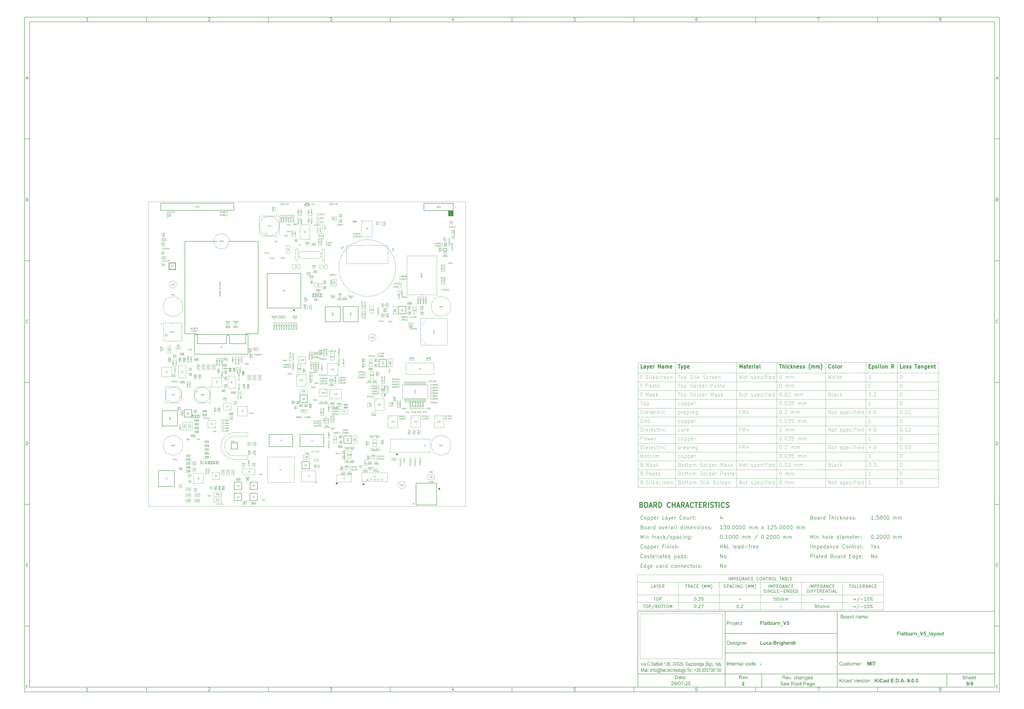
<source format=gbr>
%TF.GenerationSoftware,KiCad,Pcbnew,9.0.0*%
%TF.CreationDate,2025-07-29T08:56:10+02:00*%
%TF.ProjectId,Flatburn_V5,466c6174-6275-4726-9e5f-56352e6b6963,2*%
%TF.SameCoordinates,Original*%
%TF.FileFunction,AssemblyDrawing,Top*%
%FSLAX46Y46*%
G04 Gerber Fmt 4.6, Leading zero omitted, Abs format (unit mm)*
G04 Created by KiCad (PCBNEW 9.0.0) date 2025-07-29 08:56:10*
%MOMM*%
%LPD*%
G01*
G04 APERTURE LIST*
%ADD10C,0.100000*%
%ADD11C,0.150000*%
%ADD12C,0.070000*%
%ADD13C,0.025400*%
%ADD14C,0.200000*%
%ADD15C,0.127000*%
%ADD16C,0.254000*%
%ADD17C,0.400000*%
%ADD18C,0.050000*%
%ADD19C,0.300000*%
%ADD20C,0.158750*%
%TA.AperFunction,Profile*%
%ADD21C,0.050000*%
%TD*%
G04 APERTURE END LIST*
D10*
X262466667Y-254931334D02*
X262466667Y-273388667D01*
X296333333Y-273388667D01*
X296333333Y-254931334D01*
X262466667Y-254931334D01*
D11*
X10000000Y-10000000D02*
X409989000Y-10000000D01*
X409989000Y-287002200D01*
X10000000Y-287002200D01*
X10000000Y-10000000D01*
D10*
D11*
X12000000Y-12000000D02*
X407989000Y-12000000D01*
X407989000Y-285002200D01*
X12000000Y-285002200D01*
X12000000Y-12000000D01*
D10*
D11*
X60000000Y-12000000D02*
X60000000Y-10000000D01*
D10*
D11*
X110000000Y-12000000D02*
X110000000Y-10000000D01*
D10*
D11*
X160000000Y-12000000D02*
X160000000Y-10000000D01*
D10*
D11*
X210000000Y-12000000D02*
X210000000Y-10000000D01*
D10*
D11*
X260000000Y-12000000D02*
X260000000Y-10000000D01*
D10*
D11*
X310000000Y-12000000D02*
X310000000Y-10000000D01*
D10*
D11*
X360000000Y-12000000D02*
X360000000Y-10000000D01*
D10*
D11*
X36089160Y-11593604D02*
X35346303Y-11593604D01*
X35717731Y-11593604D02*
X35717731Y-10293604D01*
X35717731Y-10293604D02*
X35593922Y-10479319D01*
X35593922Y-10479319D02*
X35470112Y-10603128D01*
X35470112Y-10603128D02*
X35346303Y-10665033D01*
D10*
D11*
X85346303Y-10417414D02*
X85408207Y-10355509D01*
X85408207Y-10355509D02*
X85532017Y-10293604D01*
X85532017Y-10293604D02*
X85841541Y-10293604D01*
X85841541Y-10293604D02*
X85965350Y-10355509D01*
X85965350Y-10355509D02*
X86027255Y-10417414D01*
X86027255Y-10417414D02*
X86089160Y-10541223D01*
X86089160Y-10541223D02*
X86089160Y-10665033D01*
X86089160Y-10665033D02*
X86027255Y-10850747D01*
X86027255Y-10850747D02*
X85284398Y-11593604D01*
X85284398Y-11593604D02*
X86089160Y-11593604D01*
D10*
D11*
X135284398Y-10293604D02*
X136089160Y-10293604D01*
X136089160Y-10293604D02*
X135655826Y-10788842D01*
X135655826Y-10788842D02*
X135841541Y-10788842D01*
X135841541Y-10788842D02*
X135965350Y-10850747D01*
X135965350Y-10850747D02*
X136027255Y-10912652D01*
X136027255Y-10912652D02*
X136089160Y-11036461D01*
X136089160Y-11036461D02*
X136089160Y-11345985D01*
X136089160Y-11345985D02*
X136027255Y-11469795D01*
X136027255Y-11469795D02*
X135965350Y-11531700D01*
X135965350Y-11531700D02*
X135841541Y-11593604D01*
X135841541Y-11593604D02*
X135470112Y-11593604D01*
X135470112Y-11593604D02*
X135346303Y-11531700D01*
X135346303Y-11531700D02*
X135284398Y-11469795D01*
D10*
D11*
X185965350Y-10726938D02*
X185965350Y-11593604D01*
X185655826Y-10231700D02*
X185346303Y-11160271D01*
X185346303Y-11160271D02*
X186151064Y-11160271D01*
D10*
D11*
X236027255Y-10293604D02*
X235408207Y-10293604D01*
X235408207Y-10293604D02*
X235346303Y-10912652D01*
X235346303Y-10912652D02*
X235408207Y-10850747D01*
X235408207Y-10850747D02*
X235532017Y-10788842D01*
X235532017Y-10788842D02*
X235841541Y-10788842D01*
X235841541Y-10788842D02*
X235965350Y-10850747D01*
X235965350Y-10850747D02*
X236027255Y-10912652D01*
X236027255Y-10912652D02*
X236089160Y-11036461D01*
X236089160Y-11036461D02*
X236089160Y-11345985D01*
X236089160Y-11345985D02*
X236027255Y-11469795D01*
X236027255Y-11469795D02*
X235965350Y-11531700D01*
X235965350Y-11531700D02*
X235841541Y-11593604D01*
X235841541Y-11593604D02*
X235532017Y-11593604D01*
X235532017Y-11593604D02*
X235408207Y-11531700D01*
X235408207Y-11531700D02*
X235346303Y-11469795D01*
D10*
D11*
X285965350Y-10293604D02*
X285717731Y-10293604D01*
X285717731Y-10293604D02*
X285593922Y-10355509D01*
X285593922Y-10355509D02*
X285532017Y-10417414D01*
X285532017Y-10417414D02*
X285408207Y-10603128D01*
X285408207Y-10603128D02*
X285346303Y-10850747D01*
X285346303Y-10850747D02*
X285346303Y-11345985D01*
X285346303Y-11345985D02*
X285408207Y-11469795D01*
X285408207Y-11469795D02*
X285470112Y-11531700D01*
X285470112Y-11531700D02*
X285593922Y-11593604D01*
X285593922Y-11593604D02*
X285841541Y-11593604D01*
X285841541Y-11593604D02*
X285965350Y-11531700D01*
X285965350Y-11531700D02*
X286027255Y-11469795D01*
X286027255Y-11469795D02*
X286089160Y-11345985D01*
X286089160Y-11345985D02*
X286089160Y-11036461D01*
X286089160Y-11036461D02*
X286027255Y-10912652D01*
X286027255Y-10912652D02*
X285965350Y-10850747D01*
X285965350Y-10850747D02*
X285841541Y-10788842D01*
X285841541Y-10788842D02*
X285593922Y-10788842D01*
X285593922Y-10788842D02*
X285470112Y-10850747D01*
X285470112Y-10850747D02*
X285408207Y-10912652D01*
X285408207Y-10912652D02*
X285346303Y-11036461D01*
D10*
D11*
X335284398Y-10293604D02*
X336151064Y-10293604D01*
X336151064Y-10293604D02*
X335593922Y-11593604D01*
D10*
D11*
X385593922Y-10850747D02*
X385470112Y-10788842D01*
X385470112Y-10788842D02*
X385408207Y-10726938D01*
X385408207Y-10726938D02*
X385346303Y-10603128D01*
X385346303Y-10603128D02*
X385346303Y-10541223D01*
X385346303Y-10541223D02*
X385408207Y-10417414D01*
X385408207Y-10417414D02*
X385470112Y-10355509D01*
X385470112Y-10355509D02*
X385593922Y-10293604D01*
X385593922Y-10293604D02*
X385841541Y-10293604D01*
X385841541Y-10293604D02*
X385965350Y-10355509D01*
X385965350Y-10355509D02*
X386027255Y-10417414D01*
X386027255Y-10417414D02*
X386089160Y-10541223D01*
X386089160Y-10541223D02*
X386089160Y-10603128D01*
X386089160Y-10603128D02*
X386027255Y-10726938D01*
X386027255Y-10726938D02*
X385965350Y-10788842D01*
X385965350Y-10788842D02*
X385841541Y-10850747D01*
X385841541Y-10850747D02*
X385593922Y-10850747D01*
X385593922Y-10850747D02*
X385470112Y-10912652D01*
X385470112Y-10912652D02*
X385408207Y-10974557D01*
X385408207Y-10974557D02*
X385346303Y-11098366D01*
X385346303Y-11098366D02*
X385346303Y-11345985D01*
X385346303Y-11345985D02*
X385408207Y-11469795D01*
X385408207Y-11469795D02*
X385470112Y-11531700D01*
X385470112Y-11531700D02*
X385593922Y-11593604D01*
X385593922Y-11593604D02*
X385841541Y-11593604D01*
X385841541Y-11593604D02*
X385965350Y-11531700D01*
X385965350Y-11531700D02*
X386027255Y-11469795D01*
X386027255Y-11469795D02*
X386089160Y-11345985D01*
X386089160Y-11345985D02*
X386089160Y-11098366D01*
X386089160Y-11098366D02*
X386027255Y-10974557D01*
X386027255Y-10974557D02*
X385965350Y-10912652D01*
X385965350Y-10912652D02*
X385841541Y-10850747D01*
D10*
D11*
X60000000Y-285002200D02*
X60000000Y-287002200D01*
D10*
D11*
X110000000Y-285002200D02*
X110000000Y-287002200D01*
D10*
D11*
X160000000Y-285002200D02*
X160000000Y-287002200D01*
D10*
D11*
X210000000Y-285002200D02*
X210000000Y-287002200D01*
D10*
D11*
X260000000Y-285002200D02*
X260000000Y-287002200D01*
D10*
D11*
X310000000Y-285002200D02*
X310000000Y-287002200D01*
D10*
D11*
X360000000Y-285002200D02*
X360000000Y-287002200D01*
D10*
D11*
X36089160Y-286595804D02*
X35346303Y-286595804D01*
X35717731Y-286595804D02*
X35717731Y-285295804D01*
X35717731Y-285295804D02*
X35593922Y-285481519D01*
X35593922Y-285481519D02*
X35470112Y-285605328D01*
X35470112Y-285605328D02*
X35346303Y-285667233D01*
D10*
D11*
X85346303Y-285419614D02*
X85408207Y-285357709D01*
X85408207Y-285357709D02*
X85532017Y-285295804D01*
X85532017Y-285295804D02*
X85841541Y-285295804D01*
X85841541Y-285295804D02*
X85965350Y-285357709D01*
X85965350Y-285357709D02*
X86027255Y-285419614D01*
X86027255Y-285419614D02*
X86089160Y-285543423D01*
X86089160Y-285543423D02*
X86089160Y-285667233D01*
X86089160Y-285667233D02*
X86027255Y-285852947D01*
X86027255Y-285852947D02*
X85284398Y-286595804D01*
X85284398Y-286595804D02*
X86089160Y-286595804D01*
D10*
D11*
X135284398Y-285295804D02*
X136089160Y-285295804D01*
X136089160Y-285295804D02*
X135655826Y-285791042D01*
X135655826Y-285791042D02*
X135841541Y-285791042D01*
X135841541Y-285791042D02*
X135965350Y-285852947D01*
X135965350Y-285852947D02*
X136027255Y-285914852D01*
X136027255Y-285914852D02*
X136089160Y-286038661D01*
X136089160Y-286038661D02*
X136089160Y-286348185D01*
X136089160Y-286348185D02*
X136027255Y-286471995D01*
X136027255Y-286471995D02*
X135965350Y-286533900D01*
X135965350Y-286533900D02*
X135841541Y-286595804D01*
X135841541Y-286595804D02*
X135470112Y-286595804D01*
X135470112Y-286595804D02*
X135346303Y-286533900D01*
X135346303Y-286533900D02*
X135284398Y-286471995D01*
D10*
D11*
X185965350Y-285729138D02*
X185965350Y-286595804D01*
X185655826Y-285233900D02*
X185346303Y-286162471D01*
X185346303Y-286162471D02*
X186151064Y-286162471D01*
D10*
D11*
X236027255Y-285295804D02*
X235408207Y-285295804D01*
X235408207Y-285295804D02*
X235346303Y-285914852D01*
X235346303Y-285914852D02*
X235408207Y-285852947D01*
X235408207Y-285852947D02*
X235532017Y-285791042D01*
X235532017Y-285791042D02*
X235841541Y-285791042D01*
X235841541Y-285791042D02*
X235965350Y-285852947D01*
X235965350Y-285852947D02*
X236027255Y-285914852D01*
X236027255Y-285914852D02*
X236089160Y-286038661D01*
X236089160Y-286038661D02*
X236089160Y-286348185D01*
X236089160Y-286348185D02*
X236027255Y-286471995D01*
X236027255Y-286471995D02*
X235965350Y-286533900D01*
X235965350Y-286533900D02*
X235841541Y-286595804D01*
X235841541Y-286595804D02*
X235532017Y-286595804D01*
X235532017Y-286595804D02*
X235408207Y-286533900D01*
X235408207Y-286533900D02*
X235346303Y-286471995D01*
D10*
D11*
X285965350Y-285295804D02*
X285717731Y-285295804D01*
X285717731Y-285295804D02*
X285593922Y-285357709D01*
X285593922Y-285357709D02*
X285532017Y-285419614D01*
X285532017Y-285419614D02*
X285408207Y-285605328D01*
X285408207Y-285605328D02*
X285346303Y-285852947D01*
X285346303Y-285852947D02*
X285346303Y-286348185D01*
X285346303Y-286348185D02*
X285408207Y-286471995D01*
X285408207Y-286471995D02*
X285470112Y-286533900D01*
X285470112Y-286533900D02*
X285593922Y-286595804D01*
X285593922Y-286595804D02*
X285841541Y-286595804D01*
X285841541Y-286595804D02*
X285965350Y-286533900D01*
X285965350Y-286533900D02*
X286027255Y-286471995D01*
X286027255Y-286471995D02*
X286089160Y-286348185D01*
X286089160Y-286348185D02*
X286089160Y-286038661D01*
X286089160Y-286038661D02*
X286027255Y-285914852D01*
X286027255Y-285914852D02*
X285965350Y-285852947D01*
X285965350Y-285852947D02*
X285841541Y-285791042D01*
X285841541Y-285791042D02*
X285593922Y-285791042D01*
X285593922Y-285791042D02*
X285470112Y-285852947D01*
X285470112Y-285852947D02*
X285408207Y-285914852D01*
X285408207Y-285914852D02*
X285346303Y-286038661D01*
D10*
D11*
X335284398Y-285295804D02*
X336151064Y-285295804D01*
X336151064Y-285295804D02*
X335593922Y-286595804D01*
D10*
D11*
X385593922Y-285852947D02*
X385470112Y-285791042D01*
X385470112Y-285791042D02*
X385408207Y-285729138D01*
X385408207Y-285729138D02*
X385346303Y-285605328D01*
X385346303Y-285605328D02*
X385346303Y-285543423D01*
X385346303Y-285543423D02*
X385408207Y-285419614D01*
X385408207Y-285419614D02*
X385470112Y-285357709D01*
X385470112Y-285357709D02*
X385593922Y-285295804D01*
X385593922Y-285295804D02*
X385841541Y-285295804D01*
X385841541Y-285295804D02*
X385965350Y-285357709D01*
X385965350Y-285357709D02*
X386027255Y-285419614D01*
X386027255Y-285419614D02*
X386089160Y-285543423D01*
X386089160Y-285543423D02*
X386089160Y-285605328D01*
X386089160Y-285605328D02*
X386027255Y-285729138D01*
X386027255Y-285729138D02*
X385965350Y-285791042D01*
X385965350Y-285791042D02*
X385841541Y-285852947D01*
X385841541Y-285852947D02*
X385593922Y-285852947D01*
X385593922Y-285852947D02*
X385470112Y-285914852D01*
X385470112Y-285914852D02*
X385408207Y-285976757D01*
X385408207Y-285976757D02*
X385346303Y-286100566D01*
X385346303Y-286100566D02*
X385346303Y-286348185D01*
X385346303Y-286348185D02*
X385408207Y-286471995D01*
X385408207Y-286471995D02*
X385470112Y-286533900D01*
X385470112Y-286533900D02*
X385593922Y-286595804D01*
X385593922Y-286595804D02*
X385841541Y-286595804D01*
X385841541Y-286595804D02*
X385965350Y-286533900D01*
X385965350Y-286533900D02*
X386027255Y-286471995D01*
X386027255Y-286471995D02*
X386089160Y-286348185D01*
X386089160Y-286348185D02*
X386089160Y-286100566D01*
X386089160Y-286100566D02*
X386027255Y-285976757D01*
X386027255Y-285976757D02*
X385965350Y-285914852D01*
X385965350Y-285914852D02*
X385841541Y-285852947D01*
D10*
D11*
X10000000Y-60000000D02*
X12000000Y-60000000D01*
D10*
D11*
X10000000Y-110000000D02*
X12000000Y-110000000D01*
D10*
D11*
X10000000Y-160000000D02*
X12000000Y-160000000D01*
D10*
D11*
X10000000Y-210000000D02*
X12000000Y-210000000D01*
D10*
D11*
X10000000Y-260000000D02*
X12000000Y-260000000D01*
D10*
D11*
X10690476Y-35222176D02*
X11309523Y-35222176D01*
X10566666Y-35593604D02*
X10999999Y-34293604D01*
X10999999Y-34293604D02*
X11433333Y-35593604D01*
D10*
D11*
X11092857Y-84912652D02*
X11278571Y-84974557D01*
X11278571Y-84974557D02*
X11340476Y-85036461D01*
X11340476Y-85036461D02*
X11402380Y-85160271D01*
X11402380Y-85160271D02*
X11402380Y-85345985D01*
X11402380Y-85345985D02*
X11340476Y-85469795D01*
X11340476Y-85469795D02*
X11278571Y-85531700D01*
X11278571Y-85531700D02*
X11154761Y-85593604D01*
X11154761Y-85593604D02*
X10659523Y-85593604D01*
X10659523Y-85593604D02*
X10659523Y-84293604D01*
X10659523Y-84293604D02*
X11092857Y-84293604D01*
X11092857Y-84293604D02*
X11216666Y-84355509D01*
X11216666Y-84355509D02*
X11278571Y-84417414D01*
X11278571Y-84417414D02*
X11340476Y-84541223D01*
X11340476Y-84541223D02*
X11340476Y-84665033D01*
X11340476Y-84665033D02*
X11278571Y-84788842D01*
X11278571Y-84788842D02*
X11216666Y-84850747D01*
X11216666Y-84850747D02*
X11092857Y-84912652D01*
X11092857Y-84912652D02*
X10659523Y-84912652D01*
D10*
D11*
X11402380Y-135469795D02*
X11340476Y-135531700D01*
X11340476Y-135531700D02*
X11154761Y-135593604D01*
X11154761Y-135593604D02*
X11030952Y-135593604D01*
X11030952Y-135593604D02*
X10845238Y-135531700D01*
X10845238Y-135531700D02*
X10721428Y-135407890D01*
X10721428Y-135407890D02*
X10659523Y-135284080D01*
X10659523Y-135284080D02*
X10597619Y-135036461D01*
X10597619Y-135036461D02*
X10597619Y-134850747D01*
X10597619Y-134850747D02*
X10659523Y-134603128D01*
X10659523Y-134603128D02*
X10721428Y-134479319D01*
X10721428Y-134479319D02*
X10845238Y-134355509D01*
X10845238Y-134355509D02*
X11030952Y-134293604D01*
X11030952Y-134293604D02*
X11154761Y-134293604D01*
X11154761Y-134293604D02*
X11340476Y-134355509D01*
X11340476Y-134355509D02*
X11402380Y-134417414D01*
D10*
D11*
X10659523Y-185593604D02*
X10659523Y-184293604D01*
X10659523Y-184293604D02*
X10969047Y-184293604D01*
X10969047Y-184293604D02*
X11154761Y-184355509D01*
X11154761Y-184355509D02*
X11278571Y-184479319D01*
X11278571Y-184479319D02*
X11340476Y-184603128D01*
X11340476Y-184603128D02*
X11402380Y-184850747D01*
X11402380Y-184850747D02*
X11402380Y-185036461D01*
X11402380Y-185036461D02*
X11340476Y-185284080D01*
X11340476Y-185284080D02*
X11278571Y-185407890D01*
X11278571Y-185407890D02*
X11154761Y-185531700D01*
X11154761Y-185531700D02*
X10969047Y-185593604D01*
X10969047Y-185593604D02*
X10659523Y-185593604D01*
D10*
D11*
X10721428Y-234912652D02*
X11154762Y-234912652D01*
X11340476Y-235593604D02*
X10721428Y-235593604D01*
X10721428Y-235593604D02*
X10721428Y-234293604D01*
X10721428Y-234293604D02*
X11340476Y-234293604D01*
D10*
D11*
X11185714Y-284912652D02*
X10752380Y-284912652D01*
X10752380Y-285593604D02*
X10752380Y-284293604D01*
X10752380Y-284293604D02*
X11371428Y-284293604D01*
D10*
D11*
X409989000Y-60000000D02*
X407989000Y-60000000D01*
D10*
D11*
X409989000Y-110000000D02*
X407989000Y-110000000D01*
D10*
D11*
X409989000Y-160000000D02*
X407989000Y-160000000D01*
D10*
D11*
X409989000Y-210000000D02*
X407989000Y-210000000D01*
D10*
D11*
X409989000Y-260000000D02*
X407989000Y-260000000D01*
D10*
D11*
X408679476Y-35222176D02*
X409298523Y-35222176D01*
X408555666Y-35593604D02*
X408988999Y-34293604D01*
X408988999Y-34293604D02*
X409422333Y-35593604D01*
D10*
D11*
X409081857Y-84912652D02*
X409267571Y-84974557D01*
X409267571Y-84974557D02*
X409329476Y-85036461D01*
X409329476Y-85036461D02*
X409391380Y-85160271D01*
X409391380Y-85160271D02*
X409391380Y-85345985D01*
X409391380Y-85345985D02*
X409329476Y-85469795D01*
X409329476Y-85469795D02*
X409267571Y-85531700D01*
X409267571Y-85531700D02*
X409143761Y-85593604D01*
X409143761Y-85593604D02*
X408648523Y-85593604D01*
X408648523Y-85593604D02*
X408648523Y-84293604D01*
X408648523Y-84293604D02*
X409081857Y-84293604D01*
X409081857Y-84293604D02*
X409205666Y-84355509D01*
X409205666Y-84355509D02*
X409267571Y-84417414D01*
X409267571Y-84417414D02*
X409329476Y-84541223D01*
X409329476Y-84541223D02*
X409329476Y-84665033D01*
X409329476Y-84665033D02*
X409267571Y-84788842D01*
X409267571Y-84788842D02*
X409205666Y-84850747D01*
X409205666Y-84850747D02*
X409081857Y-84912652D01*
X409081857Y-84912652D02*
X408648523Y-84912652D01*
D10*
D11*
X409391380Y-135469795D02*
X409329476Y-135531700D01*
X409329476Y-135531700D02*
X409143761Y-135593604D01*
X409143761Y-135593604D02*
X409019952Y-135593604D01*
X409019952Y-135593604D02*
X408834238Y-135531700D01*
X408834238Y-135531700D02*
X408710428Y-135407890D01*
X408710428Y-135407890D02*
X408648523Y-135284080D01*
X408648523Y-135284080D02*
X408586619Y-135036461D01*
X408586619Y-135036461D02*
X408586619Y-134850747D01*
X408586619Y-134850747D02*
X408648523Y-134603128D01*
X408648523Y-134603128D02*
X408710428Y-134479319D01*
X408710428Y-134479319D02*
X408834238Y-134355509D01*
X408834238Y-134355509D02*
X409019952Y-134293604D01*
X409019952Y-134293604D02*
X409143761Y-134293604D01*
X409143761Y-134293604D02*
X409329476Y-134355509D01*
X409329476Y-134355509D02*
X409391380Y-134417414D01*
D10*
D11*
X408648523Y-185593604D02*
X408648523Y-184293604D01*
X408648523Y-184293604D02*
X408958047Y-184293604D01*
X408958047Y-184293604D02*
X409143761Y-184355509D01*
X409143761Y-184355509D02*
X409267571Y-184479319D01*
X409267571Y-184479319D02*
X409329476Y-184603128D01*
X409329476Y-184603128D02*
X409391380Y-184850747D01*
X409391380Y-184850747D02*
X409391380Y-185036461D01*
X409391380Y-185036461D02*
X409329476Y-185284080D01*
X409329476Y-185284080D02*
X409267571Y-185407890D01*
X409267571Y-185407890D02*
X409143761Y-185531700D01*
X409143761Y-185531700D02*
X408958047Y-185593604D01*
X408958047Y-185593604D02*
X408648523Y-185593604D01*
D10*
D11*
X408710428Y-234912652D02*
X409143762Y-234912652D01*
X409329476Y-235593604D02*
X408710428Y-235593604D01*
X408710428Y-235593604D02*
X408710428Y-234293604D01*
X408710428Y-234293604D02*
X409329476Y-234293604D01*
D10*
D11*
X409174714Y-284912652D02*
X408741380Y-284912652D01*
X408741380Y-285593604D02*
X408741380Y-284293604D01*
X408741380Y-284293604D02*
X409360428Y-284293604D01*
D10*
G36*
X277637791Y-280250297D02*
G01*
X277740379Y-280265625D01*
X277823681Y-280291405D01*
X277896691Y-280327390D01*
X277960747Y-280373519D01*
X278032657Y-280446093D01*
X278091766Y-280531333D01*
X278138434Y-280630890D01*
X278170418Y-280736932D01*
X278190435Y-280855700D01*
X278197419Y-280989011D01*
X278192631Y-281103074D01*
X278178986Y-281204002D01*
X278157393Y-281293277D01*
X278110091Y-281418024D01*
X278054903Y-281512637D01*
X277987944Y-281591748D01*
X277918158Y-281649291D01*
X277838332Y-281692184D01*
X277738822Y-281724854D01*
X277629686Y-281743693D01*
X277497571Y-281750500D01*
X276955536Y-281750500D01*
X276955536Y-281576110D01*
X277154288Y-281576110D01*
X277475040Y-281576110D01*
X277615416Y-281568174D01*
X277708139Y-281548266D01*
X277785980Y-281513542D01*
X277842870Y-281469681D01*
X277885027Y-281418830D01*
X277921844Y-281355593D01*
X277952962Y-281277890D01*
X277973971Y-281196655D01*
X277987566Y-281100126D01*
X277992438Y-280985897D01*
X277986614Y-280863741D01*
X277970628Y-280764507D01*
X277946339Y-280684515D01*
X277915044Y-280620540D01*
X277857269Y-280541954D01*
X277794840Y-280486105D01*
X277727099Y-280449448D01*
X277672187Y-280433979D01*
X277589396Y-280422785D01*
X277469911Y-280418399D01*
X277154288Y-280418399D01*
X277154288Y-281576110D01*
X276955536Y-281576110D01*
X276955536Y-280244010D01*
X277472933Y-280244010D01*
X277637791Y-280250297D01*
G37*
G36*
X279039602Y-280645873D02*
G01*
X279133754Y-280669633D01*
X279212369Y-280708653D01*
X279261799Y-280752157D01*
X279296001Y-280806960D01*
X279319226Y-280877728D01*
X279325603Y-280934363D01*
X279328477Y-281047996D01*
X279328477Y-281294101D01*
X279332393Y-281528505D01*
X279340201Y-281619799D01*
X279357666Y-281686274D01*
X279386820Y-281750500D01*
X279194204Y-281750500D01*
X279171085Y-281689302D01*
X279157293Y-281615036D01*
X279053176Y-281691582D01*
X278960098Y-281738043D01*
X278862699Y-281764819D01*
X278756674Y-281773947D01*
X278666557Y-281767658D01*
X278592337Y-281750156D01*
X278531222Y-281722863D01*
X278480985Y-281686294D01*
X278438800Y-281639326D01*
X278409080Y-281587138D01*
X278390981Y-281528644D01*
X278384723Y-281462262D01*
X278385282Y-281457591D01*
X278581460Y-281457591D01*
X278587727Y-281504436D01*
X278606056Y-281545013D01*
X278637239Y-281580964D01*
X278677370Y-281607072D01*
X278730577Y-281624059D01*
X278800729Y-281630332D01*
X278870559Y-281624911D01*
X278933355Y-281609193D01*
X278990323Y-281583529D01*
X279041326Y-281548006D01*
X279081596Y-281505544D01*
X279112230Y-281455485D01*
X279133324Y-281384726D01*
X279141906Y-281270288D01*
X279141906Y-281202419D01*
X279028344Y-281237773D01*
X278840663Y-281272577D01*
X278735643Y-281291984D01*
X278679829Y-281309672D01*
X278637646Y-281335278D01*
X278607014Y-281369755D01*
X278587887Y-281411365D01*
X278581460Y-281457591D01*
X278385282Y-281457591D01*
X278393943Y-281385241D01*
X278421084Y-281316175D01*
X278463423Y-281256212D01*
X278516339Y-281210112D01*
X278578438Y-281175226D01*
X278649054Y-281149571D01*
X278813002Y-281121910D01*
X279021181Y-281090099D01*
X279141906Y-281058804D01*
X279143005Y-281010902D01*
X279136063Y-280937947D01*
X279117894Y-280887250D01*
X279090706Y-280852815D01*
X279039890Y-280820055D01*
X278971637Y-280798595D01*
X278880688Y-280790625D01*
X278794649Y-280796792D01*
X278732509Y-280812994D01*
X278688530Y-280836787D01*
X278653344Y-280872040D01*
X278622503Y-280924767D01*
X278596847Y-281000185D01*
X278416505Y-280975639D01*
X278437536Y-280899296D01*
X278464707Y-280836970D01*
X278497380Y-280786504D01*
X278538940Y-280743553D01*
X278592534Y-280706562D01*
X278660320Y-280675678D01*
X278772041Y-280647018D01*
X278907341Y-280636752D01*
X279039602Y-280645873D01*
G37*
G36*
X280016417Y-281581972D02*
G01*
X280043070Y-281750500D01*
X279903669Y-281762223D01*
X279809916Y-281753320D01*
X279747964Y-281730533D01*
X279700233Y-281693127D01*
X279670112Y-281647093D01*
X279654857Y-281581147D01*
X279647580Y-281429473D01*
X279647580Y-280803814D01*
X279512300Y-280803814D01*
X279512300Y-280660199D01*
X279647580Y-280660199D01*
X279647580Y-280390097D01*
X279830945Y-280279181D01*
X279830945Y-280660199D01*
X280016417Y-280660199D01*
X280016417Y-280803814D01*
X279830945Y-280803814D01*
X279830945Y-281442479D01*
X279834136Y-281514714D01*
X279840654Y-281544328D01*
X279853415Y-281564542D01*
X279872436Y-281580323D01*
X279897320Y-281589932D01*
X279935451Y-281593696D01*
X280016417Y-281581972D01*
G37*
G36*
X280750305Y-280646502D02*
G01*
X280843680Y-280674598D01*
X280926411Y-280720508D01*
X281000289Y-280785313D01*
X281058430Y-280863004D01*
X281101478Y-280956301D01*
X281128887Y-281068327D01*
X281138683Y-281203060D01*
X281137584Y-281252244D01*
X280326087Y-281252244D01*
X280337326Y-281341498D01*
X280358623Y-281415115D01*
X280388804Y-281475712D01*
X280427478Y-281525369D01*
X280493293Y-281577977D01*
X280568153Y-281609293D01*
X280654990Y-281620074D01*
X280720906Y-281613907D01*
X280778065Y-281596196D01*
X280828189Y-281567317D01*
X280870532Y-281527665D01*
X280908561Y-281472641D01*
X280941945Y-281398790D01*
X281132546Y-281422329D01*
X281092730Y-281527806D01*
X281037136Y-281613225D01*
X280965484Y-281681715D01*
X280902686Y-281720868D01*
X280830933Y-281749601D01*
X280748667Y-281767618D01*
X280653983Y-281773947D01*
X280536283Y-281763970D01*
X280435923Y-281735617D01*
X280349716Y-281690085D01*
X280275345Y-281626943D01*
X280216425Y-281549823D01*
X280172947Y-281457552D01*
X280145337Y-281347107D01*
X280135486Y-281214600D01*
X280143951Y-281098371D01*
X280336345Y-281098371D01*
X280943960Y-281098371D01*
X280929301Y-281009911D01*
X280905498Y-280943937D01*
X280874259Y-280895588D01*
X280826564Y-280849378D01*
X280773439Y-280817034D01*
X280713747Y-280797408D01*
X280645740Y-280790625D01*
X280564445Y-280800210D01*
X280494112Y-280828005D01*
X280432149Y-280874431D01*
X280383905Y-280935063D01*
X280351845Y-281008623D01*
X280336345Y-281098371D01*
X280143951Y-281098371D01*
X280145490Y-281077235D01*
X280173487Y-280962970D01*
X280217473Y-280867759D01*
X280276902Y-280788427D01*
X280352411Y-280722384D01*
X280437328Y-280675498D01*
X280533536Y-280646747D01*
X280643725Y-280636752D01*
X280750305Y-280646502D01*
G37*
G36*
X276274648Y-284096110D02*
G01*
X276274648Y-284270500D01*
X275281801Y-284270500D01*
X275286144Y-284205196D01*
X275303325Y-284142638D01*
X275351287Y-284044391D01*
X275424683Y-283943245D01*
X275519737Y-283844052D01*
X275666025Y-283716190D01*
X275828106Y-283575975D01*
X275933701Y-283471958D01*
X275996944Y-283396538D01*
X276047070Y-283314716D01*
X276074463Y-283241113D01*
X276083039Y-283173513D01*
X276074191Y-283103431D01*
X276048341Y-283042275D01*
X276004637Y-282987767D01*
X275948351Y-282946345D01*
X275881255Y-282920960D01*
X275800298Y-282912021D01*
X275714793Y-282921578D01*
X275644878Y-282948591D01*
X275587074Y-282992529D01*
X275543812Y-283050753D01*
X275516476Y-283123645D01*
X275506199Y-283215370D01*
X275316605Y-283195770D01*
X275334381Y-283090115D01*
X275365283Y-283002528D01*
X275408204Y-282929968D01*
X275463151Y-282870164D01*
X275529372Y-282822718D01*
X275606801Y-282787879D01*
X275697557Y-282765920D01*
X275804328Y-282758148D01*
X275911736Y-282766469D01*
X276002790Y-282789991D01*
X276080350Y-282827420D01*
X276146604Y-282878682D01*
X276202029Y-282942920D01*
X276240948Y-283013130D01*
X276264527Y-283090620D01*
X276272633Y-283177269D01*
X276263512Y-283266578D01*
X276235722Y-283355413D01*
X276189099Y-283441577D01*
X276113264Y-283539786D01*
X276011462Y-283643233D01*
X275828966Y-283805400D01*
X275678550Y-283935710D01*
X275615742Y-283995635D01*
X275572026Y-284046666D01*
X275537981Y-284096110D01*
X276274648Y-284096110D01*
G37*
G36*
X277039536Y-282767016D02*
G01*
X277128319Y-282793237D01*
X277212174Y-282837191D01*
X277285795Y-282896450D01*
X277347097Y-282970787D01*
X277396638Y-283062322D01*
X277428881Y-283162251D01*
X277451185Y-283300020D01*
X277459653Y-283485564D01*
X277451506Y-283678311D01*
X277429578Y-283828826D01*
X277397096Y-283944618D01*
X277346842Y-284052598D01*
X277284873Y-284138196D01*
X277211167Y-284204737D01*
X277125118Y-284253867D01*
X277029440Y-284283674D01*
X276921647Y-284293947D01*
X276834343Y-284287274D01*
X276758455Y-284268213D01*
X276692064Y-284237575D01*
X276633685Y-284195303D01*
X276584695Y-284142603D01*
X276545969Y-284079936D01*
X276517352Y-284005712D01*
X276499504Y-283917782D01*
X276676733Y-283901204D01*
X276698200Y-283982377D01*
X276727288Y-284041527D01*
X276762828Y-284083471D01*
X276808103Y-284114373D01*
X276861669Y-284133383D01*
X276925769Y-284140074D01*
X277006766Y-284130009D01*
X277074879Y-284101056D01*
X277132964Y-284055586D01*
X277179842Y-283996734D01*
X277215728Y-283924579D01*
X277248536Y-283820421D01*
X277269272Y-283708389D01*
X277276196Y-283594191D01*
X277275189Y-283557188D01*
X277234158Y-283611783D01*
X277184090Y-283659245D01*
X277124063Y-283699979D01*
X277058402Y-283730364D01*
X276989563Y-283748528D01*
X276916518Y-283754659D01*
X276826005Y-283746058D01*
X276744404Y-283720943D01*
X276669807Y-283679302D01*
X276600895Y-283619745D01*
X276545556Y-283548725D01*
X276505520Y-283467220D01*
X276480593Y-283373229D01*
X276472386Y-283270875D01*
X276661437Y-283270875D01*
X276671626Y-283362497D01*
X276700607Y-283438661D01*
X276747991Y-283502783D01*
X276810342Y-283552428D01*
X276880683Y-283581884D01*
X276961672Y-283591993D01*
X277043133Y-283581771D01*
X277112305Y-283552235D01*
X277172149Y-283502783D01*
X277216507Y-283438658D01*
X277244547Y-283357823D01*
X277254672Y-283255579D01*
X277244417Y-283153432D01*
X277215792Y-283071276D01*
X277170134Y-283004803D01*
X277108942Y-282952598D01*
X277041973Y-282922267D01*
X276966802Y-282912021D01*
X276889081Y-282922902D01*
X276818483Y-282955416D01*
X276752570Y-283011947D01*
X276702861Y-283083329D01*
X276672239Y-283168393D01*
X276661437Y-283270875D01*
X276472386Y-283270875D01*
X276471843Y-283264097D01*
X276480969Y-283151468D01*
X276506970Y-283054502D01*
X276548756Y-282970432D01*
X276606574Y-282897183D01*
X276678280Y-282836299D01*
X276757319Y-282793329D01*
X276845226Y-282767173D01*
X276944179Y-282758148D01*
X277039536Y-282767016D01*
G37*
G36*
X277551244Y-284293947D02*
G01*
X277986760Y-282740562D01*
X278134313Y-282740562D01*
X277699805Y-284293947D01*
X277551244Y-284293947D01*
G37*
G36*
X278790815Y-282763873D02*
G01*
X278861004Y-282780324D01*
X278923462Y-282806874D01*
X278980374Y-282843861D01*
X279030429Y-282890420D01*
X279074129Y-282947467D01*
X279125845Y-283046136D01*
X279167369Y-283171132D01*
X279191581Y-283314432D01*
X279201166Y-283526597D01*
X279194156Y-283703555D01*
X279175167Y-283843944D01*
X279146852Y-283953869D01*
X279102866Y-284057466D01*
X279048650Y-284140185D01*
X278984461Y-284205195D01*
X278908089Y-284253563D01*
X278818234Y-284283434D01*
X278711428Y-284293947D01*
X278605730Y-284283606D01*
X278515533Y-284254054D01*
X278437693Y-284205969D01*
X278370160Y-284137967D01*
X278322066Y-284063842D01*
X278281645Y-283969935D01*
X278250059Y-283852275D01*
X278229203Y-283706229D01*
X278221599Y-283526597D01*
X278221621Y-283526047D01*
X278411193Y-283526047D01*
X278418793Y-283723314D01*
X278438344Y-283862378D01*
X278465670Y-283956707D01*
X278497746Y-284017800D01*
X278545867Y-284073460D01*
X278596812Y-284110843D01*
X278651457Y-284132705D01*
X278711428Y-284140074D01*
X278771319Y-284132683D01*
X278825921Y-284110742D01*
X278876864Y-284073199D01*
X278925019Y-284017250D01*
X278957170Y-283955897D01*
X278984523Y-283861476D01*
X279004071Y-283722625D01*
X279011664Y-283526047D01*
X279004041Y-283328159D01*
X278984449Y-283188913D01*
X278957094Y-283094682D01*
X278925019Y-283033837D01*
X278876944Y-282978554D01*
X278825695Y-282941290D01*
X278770374Y-282919416D01*
X278709322Y-282912021D01*
X278648556Y-282918841D01*
X278595556Y-282938631D01*
X278548526Y-282971586D01*
X278506447Y-283019457D01*
X278470364Y-283087978D01*
X278440337Y-283188399D01*
X278419268Y-283330594D01*
X278411193Y-283526047D01*
X278221621Y-283526047D01*
X278228686Y-283348138D01*
X278247852Y-283207124D01*
X278276371Y-283097218D01*
X278320701Y-282993630D01*
X278375102Y-282911108D01*
X278439311Y-282846442D01*
X278515691Y-282798293D01*
X278605267Y-282768589D01*
X278711428Y-282758148D01*
X278790815Y-282763873D01*
G37*
G36*
X279400376Y-282955984D02*
G01*
X279400376Y-282781595D01*
X280372799Y-282781595D01*
X280372799Y-282925027D01*
X280282851Y-283031465D01*
X280188141Y-283165901D01*
X280088408Y-283332699D01*
X280001070Y-283504974D01*
X279928656Y-283679131D01*
X279870696Y-283855592D01*
X279838880Y-283982923D01*
X279815130Y-284120916D01*
X279799988Y-284270500D01*
X279610486Y-284270500D01*
X279618520Y-284152233D01*
X279640747Y-284009741D01*
X279680095Y-283839197D01*
X279730848Y-283673022D01*
X279794472Y-283510651D01*
X279871246Y-283351658D01*
X279959340Y-283197968D01*
X280047671Y-283066844D01*
X280136127Y-282955984D01*
X279400376Y-282955984D01*
G37*
G36*
X280467504Y-284293947D02*
G01*
X280903019Y-282740562D01*
X281050573Y-282740562D01*
X280616064Y-284293947D01*
X280467504Y-284293947D01*
G37*
G36*
X282107167Y-284096110D02*
G01*
X282107167Y-284270500D01*
X281114320Y-284270500D01*
X281118663Y-284205196D01*
X281135844Y-284142638D01*
X281183807Y-284044391D01*
X281257202Y-283943245D01*
X281352256Y-283844052D01*
X281498544Y-283716190D01*
X281660626Y-283575975D01*
X281766220Y-283471958D01*
X281829463Y-283396538D01*
X281879589Y-283314716D01*
X281906982Y-283241113D01*
X281915559Y-283173513D01*
X281906711Y-283103431D01*
X281880860Y-283042275D01*
X281837157Y-282987767D01*
X281780870Y-282946345D01*
X281713775Y-282920960D01*
X281632817Y-282912021D01*
X281547313Y-282921578D01*
X281477397Y-282948591D01*
X281419593Y-282992529D01*
X281376332Y-283050753D01*
X281348995Y-283123645D01*
X281338718Y-283215370D01*
X281149124Y-283195770D01*
X281166900Y-283090115D01*
X281197802Y-283002528D01*
X281240723Y-282929968D01*
X281295670Y-282870164D01*
X281361892Y-282822718D01*
X281439320Y-282787879D01*
X281530076Y-282765920D01*
X281636847Y-282758148D01*
X281744255Y-282766469D01*
X281835309Y-282789991D01*
X281912869Y-282827420D01*
X281979123Y-282878682D01*
X282034548Y-282942920D01*
X282073468Y-283013130D01*
X282097046Y-283090620D01*
X282105152Y-283177269D01*
X282096031Y-283266578D01*
X282068241Y-283355413D01*
X282021618Y-283441577D01*
X281945784Y-283539786D01*
X281843982Y-283643233D01*
X281661485Y-283805400D01*
X281511069Y-283935710D01*
X281448261Y-283995635D01*
X281404545Y-284046666D01*
X281370500Y-284096110D01*
X282107167Y-284096110D01*
G37*
G36*
X282304363Y-283871895D02*
G01*
X282497986Y-283855500D01*
X282520205Y-283946651D01*
X282553869Y-284016281D01*
X282597912Y-284068724D01*
X282653630Y-284108292D01*
X282715957Y-284131950D01*
X282786956Y-284140074D01*
X282851398Y-284133699D01*
X282909584Y-284115045D01*
X282962923Y-284083988D01*
X283012362Y-284039324D01*
X283051690Y-283986560D01*
X283080339Y-283925545D01*
X283098276Y-283854719D01*
X283104594Y-283772061D01*
X283098467Y-283693462D01*
X283081159Y-283626970D01*
X283053632Y-283570455D01*
X283015934Y-283522292D01*
X282951824Y-283472051D01*
X282875672Y-283441507D01*
X282783933Y-283430793D01*
X282698346Y-283441290D01*
X282623008Y-283472009D01*
X282558529Y-283519704D01*
X282510351Y-283578804D01*
X282337152Y-283556272D01*
X282482690Y-282781595D01*
X283229616Y-282781595D01*
X283229616Y-282955984D01*
X282630244Y-282955984D01*
X282549277Y-283364664D01*
X282643018Y-283310080D01*
X282737017Y-283278529D01*
X282833118Y-283268127D01*
X282928923Y-283276923D01*
X283014951Y-283302536D01*
X283093189Y-283344816D01*
X283165044Y-283404964D01*
X283223627Y-283477346D01*
X283265524Y-283558830D01*
X283291337Y-283651192D01*
X283300324Y-283756857D01*
X283292586Y-283857728D01*
X283270064Y-283949326D01*
X283233164Y-284033253D01*
X283181439Y-284110765D01*
X283119299Y-284176834D01*
X283050011Y-284227399D01*
X282972620Y-284263739D01*
X282885600Y-284286155D01*
X282786956Y-284293947D01*
X282685496Y-284286133D01*
X282597325Y-284263811D01*
X282520195Y-284227916D01*
X282452374Y-284178359D01*
X282395045Y-284116547D01*
X282351517Y-284045896D01*
X282321162Y-283965007D01*
X282304363Y-283871895D01*
G37*
G36*
X355747560Y-276118500D02*
G01*
X355747560Y-274612010D01*
X356201486Y-274612010D01*
X356474061Y-275639661D01*
X356743521Y-274612010D01*
X357198546Y-274612010D01*
X357198546Y-276118500D01*
X356916720Y-276118500D01*
X356916720Y-274932670D01*
X356618591Y-276118500D01*
X356326507Y-276118500D01*
X356029386Y-274932670D01*
X356029386Y-276118500D01*
X355747560Y-276118500D01*
G37*
G36*
X357490721Y-276118500D02*
G01*
X357490721Y-274612010D01*
X357794071Y-274612010D01*
X357794071Y-276118500D01*
X357490721Y-276118500D01*
G37*
G36*
X358421378Y-276118500D02*
G01*
X358421378Y-274864068D01*
X357975605Y-274864068D01*
X357975605Y-274612010D01*
X359169403Y-274612010D01*
X359169403Y-274864068D01*
X358724636Y-274864068D01*
X358724636Y-276118500D01*
X358421378Y-276118500D01*
G37*
G36*
X304103335Y-280239670D02*
G01*
X304202655Y-280253987D01*
X304273887Y-280274510D01*
X304338456Y-280307947D01*
X304393779Y-280354869D01*
X304440857Y-280416842D01*
X304475545Y-280487012D01*
X304496354Y-280561681D01*
X304503414Y-280642156D01*
X304496688Y-280720027D01*
X304477167Y-280789733D01*
X304445130Y-280852822D01*
X304399916Y-280910426D01*
X304345400Y-280957063D01*
X304276000Y-280996199D01*
X304188817Y-281027313D01*
X304080263Y-281049095D01*
X304153251Y-281089496D01*
X304200064Y-281124750D01*
X304282820Y-281213231D01*
X304365112Y-281326983D01*
X304626329Y-281740700D01*
X304376377Y-281740700D01*
X304177533Y-281424161D01*
X304034101Y-281214600D01*
X303977070Y-281149178D01*
X303933168Y-281112843D01*
X303887559Y-281087921D01*
X303842493Y-281072359D01*
X303731851Y-281065124D01*
X303501316Y-281065124D01*
X303501316Y-281740700D01*
X303302472Y-281740700D01*
X303302472Y-280896596D01*
X303501316Y-280896596D01*
X303928589Y-280896596D01*
X304057166Y-280888634D01*
X304141721Y-280868661D01*
X304189791Y-280845666D01*
X304228271Y-280815873D01*
X304258500Y-280778993D01*
X304288490Y-280714562D01*
X304298433Y-280645087D01*
X304289639Y-280577984D01*
X304264114Y-280520768D01*
X304221039Y-280470973D01*
X304165222Y-280435551D01*
X304086329Y-280411758D01*
X303976765Y-280402737D01*
X303501316Y-280402737D01*
X303501316Y-280896596D01*
X303302472Y-280896596D01*
X303302472Y-280234210D01*
X303968522Y-280234210D01*
X304103335Y-280239670D01*
G37*
G36*
X305344464Y-280636702D02*
G01*
X305437838Y-280664798D01*
X305520569Y-280710708D01*
X305594447Y-280775513D01*
X305652589Y-280853204D01*
X305695636Y-280946501D01*
X305723045Y-281058527D01*
X305732841Y-281193260D01*
X305731742Y-281242444D01*
X304920245Y-281242444D01*
X304931485Y-281331698D01*
X304952781Y-281405315D01*
X304982962Y-281465912D01*
X305021636Y-281515569D01*
X305087451Y-281568177D01*
X305162311Y-281599493D01*
X305249149Y-281610274D01*
X305315064Y-281604107D01*
X305372223Y-281586396D01*
X305422347Y-281557517D01*
X305464690Y-281517865D01*
X305502719Y-281462841D01*
X305536103Y-281388990D01*
X305726704Y-281412529D01*
X305686888Y-281518006D01*
X305631294Y-281603425D01*
X305559642Y-281671915D01*
X305496844Y-281711068D01*
X305425091Y-281739801D01*
X305342825Y-281757818D01*
X305248141Y-281764147D01*
X305130442Y-281754170D01*
X305030081Y-281725817D01*
X304943874Y-281680285D01*
X304869504Y-281617143D01*
X304810583Y-281540023D01*
X304767105Y-281447752D01*
X304739495Y-281337307D01*
X304729644Y-281204800D01*
X304738109Y-281088571D01*
X304930503Y-281088571D01*
X305538118Y-281088571D01*
X305523459Y-281000111D01*
X305499656Y-280934137D01*
X305468418Y-280885788D01*
X305420722Y-280839578D01*
X305367597Y-280807234D01*
X305307905Y-280787608D01*
X305239898Y-280780825D01*
X305158603Y-280790410D01*
X305088270Y-280818205D01*
X305026307Y-280864631D01*
X304978064Y-280925263D01*
X304946004Y-280998823D01*
X304930503Y-281088571D01*
X304738109Y-281088571D01*
X304739648Y-281067435D01*
X304767645Y-280953170D01*
X304811631Y-280857959D01*
X304871061Y-280778627D01*
X304946570Y-280712584D01*
X305031486Y-280665698D01*
X305127695Y-280636947D01*
X305237883Y-280626952D01*
X305344464Y-280636702D01*
G37*
G36*
X306259948Y-281740700D02*
G01*
X305845956Y-280650399D01*
X306040679Y-280650399D01*
X306274236Y-281303627D01*
X306343937Y-281523445D01*
X306412630Y-281315992D01*
X306654430Y-280650399D01*
X306844024Y-280650399D01*
X306432047Y-281740700D01*
X306259948Y-281740700D01*
G37*
G36*
X306903833Y-281740700D02*
G01*
X306903833Y-281529674D01*
X307113851Y-281529674D01*
X307113851Y-281740700D01*
X306903833Y-281740700D01*
G37*
G36*
X345508897Y-255358079D02*
G01*
X345599514Y-255374002D01*
X345670396Y-255397914D01*
X345735108Y-255434051D01*
X345789035Y-255480607D01*
X345833337Y-255538414D01*
X345866449Y-255603575D01*
X345885810Y-255669355D01*
X345892230Y-255736801D01*
X345886455Y-255799652D01*
X345869186Y-255859876D01*
X345839931Y-255918426D01*
X345800354Y-255970282D01*
X345748414Y-256016011D01*
X345682211Y-256055812D01*
X345768388Y-256090053D01*
X345837346Y-256135682D01*
X345891772Y-256192741D01*
X345932153Y-256260397D01*
X345956612Y-256335874D01*
X345965045Y-256421261D01*
X345953775Y-256524045D01*
X345920440Y-256618365D01*
X345869122Y-256700872D01*
X345810256Y-256758865D01*
X345738614Y-256801172D01*
X345645758Y-256833512D01*
X345541231Y-256851821D01*
X345403500Y-256858700D01*
X344830689Y-256858700D01*
X344830689Y-256684310D01*
X345029534Y-256684310D01*
X345403500Y-256684310D01*
X345538780Y-256676983D01*
X345603553Y-256659699D01*
X345653452Y-256635400D01*
X345694804Y-256600400D01*
X345729289Y-256550587D01*
X345751346Y-256491745D01*
X345759056Y-256421993D01*
X345754059Y-256366428D01*
X345739625Y-256317420D01*
X345716009Y-256273707D01*
X345683790Y-256236042D01*
X345644352Y-256206704D01*
X345596574Y-256185230D01*
X345511753Y-256167074D01*
X345376847Y-256159676D01*
X345029534Y-256159676D01*
X345029534Y-256684310D01*
X344830689Y-256684310D01*
X344830689Y-255985287D01*
X345029534Y-255985287D01*
X345354315Y-255985287D01*
X345477144Y-255979962D01*
X345543909Y-255967702D01*
X345611788Y-255936469D01*
X345658123Y-255892139D01*
X345686483Y-255834249D01*
X345696591Y-255759607D01*
X345687366Y-255687592D01*
X345660688Y-255626525D01*
X345633357Y-255592233D01*
X345599541Y-255566208D01*
X345558197Y-255547848D01*
X345479708Y-255533107D01*
X345329677Y-255526599D01*
X345029534Y-255526599D01*
X345029534Y-255985287D01*
X344830689Y-255985287D01*
X344830689Y-255352210D01*
X345394249Y-255352210D01*
X345508897Y-255358079D01*
G37*
G36*
X346766381Y-255754659D02*
G01*
X346862555Y-255782585D01*
X346947575Y-255828063D01*
X347023288Y-255891956D01*
X347083642Y-255969293D01*
X347127878Y-256060778D01*
X347155797Y-256169191D01*
X347165712Y-256298162D01*
X347157562Y-256437635D01*
X347135590Y-256545752D01*
X347102697Y-256628623D01*
X347054255Y-256702947D01*
X346993508Y-256764900D01*
X346919240Y-256815560D01*
X346836844Y-256852452D01*
X346749683Y-256874629D01*
X346656466Y-256882147D01*
X346544284Y-256872380D01*
X346447046Y-256844407D01*
X346361976Y-256799079D01*
X346287079Y-256735693D01*
X346228117Y-256658811D01*
X346184303Y-256565277D01*
X346156275Y-256451654D01*
X346146212Y-256313549D01*
X346146247Y-256313000D01*
X346335714Y-256313000D01*
X346342485Y-256418677D01*
X346361071Y-256503449D01*
X346389539Y-256571114D01*
X346426938Y-256624776D01*
X346476055Y-256670479D01*
X346529896Y-256702383D01*
X346589507Y-256721651D01*
X346656466Y-256728274D01*
X346722858Y-256721641D01*
X346782126Y-256702315D01*
X346835826Y-256670253D01*
X346884985Y-256624226D01*
X346922229Y-256570394D01*
X346950709Y-256501905D01*
X346969384Y-256415441D01*
X346976210Y-256306955D01*
X346969492Y-256205311D01*
X346950947Y-256122846D01*
X346922331Y-256056138D01*
X346884436Y-256002415D01*
X346835075Y-255956543D01*
X346781380Y-255924622D01*
X346722349Y-255905409D01*
X346656466Y-255898825D01*
X346589480Y-255905424D01*
X346529858Y-255924618D01*
X346476027Y-255956385D01*
X346426938Y-256001865D01*
X346389555Y-256055266D01*
X346361089Y-256122719D01*
X346342493Y-256207352D01*
X346335714Y-256313000D01*
X346146247Y-256313000D01*
X346154055Y-256190282D01*
X346176028Y-256086756D01*
X346210426Y-255999807D01*
X346256454Y-255926819D01*
X346314281Y-255865852D01*
X346387628Y-255813343D01*
X346468112Y-255775844D01*
X346557121Y-255752879D01*
X346656466Y-255744952D01*
X346766381Y-255754659D01*
G37*
G36*
X347973732Y-255754073D02*
G01*
X348067884Y-255777833D01*
X348146499Y-255816853D01*
X348195928Y-255860357D01*
X348230131Y-255915160D01*
X348253356Y-255985928D01*
X348259733Y-256042563D01*
X348262607Y-256156196D01*
X348262607Y-256402301D01*
X348266523Y-256636705D01*
X348274330Y-256727999D01*
X348291796Y-256794474D01*
X348320950Y-256858700D01*
X348128334Y-256858700D01*
X348105215Y-256797502D01*
X348091423Y-256723236D01*
X347987305Y-256799782D01*
X347894227Y-256846243D01*
X347796828Y-256873019D01*
X347690804Y-256882147D01*
X347600687Y-256875858D01*
X347526467Y-256858356D01*
X347465351Y-256831063D01*
X347415114Y-256794494D01*
X347372930Y-256747526D01*
X347343210Y-256695338D01*
X347325111Y-256636844D01*
X347318852Y-256570462D01*
X347319411Y-256565791D01*
X347515590Y-256565791D01*
X347521857Y-256612636D01*
X347540186Y-256653213D01*
X347571369Y-256689164D01*
X347611499Y-256715272D01*
X347664707Y-256732259D01*
X347734859Y-256738532D01*
X347804689Y-256733111D01*
X347867484Y-256717393D01*
X347924452Y-256691729D01*
X347975456Y-256656206D01*
X348015725Y-256613744D01*
X348046360Y-256563685D01*
X348067453Y-256492926D01*
X348076036Y-256378488D01*
X348076036Y-256310619D01*
X347962474Y-256345973D01*
X347774793Y-256380777D01*
X347669772Y-256400184D01*
X347613959Y-256417872D01*
X347571776Y-256443478D01*
X347541144Y-256477955D01*
X347522017Y-256519565D01*
X347515590Y-256565791D01*
X347319411Y-256565791D01*
X347328073Y-256493441D01*
X347355214Y-256424375D01*
X347397552Y-256364412D01*
X347450469Y-256318312D01*
X347512567Y-256283426D01*
X347583184Y-256257771D01*
X347747132Y-256230110D01*
X347955311Y-256198299D01*
X348076036Y-256167004D01*
X348077135Y-256119102D01*
X348070192Y-256046147D01*
X348052024Y-255995450D01*
X348024836Y-255961015D01*
X347974020Y-255928255D01*
X347905766Y-255906795D01*
X347814818Y-255898825D01*
X347728778Y-255904992D01*
X347666639Y-255921194D01*
X347622660Y-255944987D01*
X347587473Y-255980240D01*
X347556633Y-256032967D01*
X347530977Y-256108385D01*
X347350634Y-256083839D01*
X347371665Y-256007496D01*
X347398837Y-255945170D01*
X347431509Y-255894704D01*
X347473070Y-255851753D01*
X347526664Y-255814762D01*
X347594450Y-255783878D01*
X347706170Y-255755218D01*
X347841471Y-255744952D01*
X347973732Y-255754073D01*
G37*
G36*
X348545806Y-256858700D02*
G01*
X348545806Y-255768399D01*
X348711769Y-255768399D01*
X348711769Y-255932989D01*
X348778332Y-255830823D01*
X348829097Y-255781589D01*
X348885684Y-255754088D01*
X348947433Y-255744952D01*
X349008143Y-255751138D01*
X349070961Y-255770300D01*
X349137027Y-255804028D01*
X349073554Y-255974021D01*
X349004610Y-255943627D01*
X348938274Y-255933996D01*
X348880888Y-255943111D01*
X348829647Y-255970449D01*
X348788893Y-256013234D01*
X348760954Y-256071657D01*
X348738182Y-256173247D01*
X348730271Y-256287446D01*
X348730271Y-256858700D01*
X348545806Y-256858700D01*
G37*
G36*
X350124012Y-256858700D02*
G01*
X349952920Y-256858700D01*
X349952920Y-256721404D01*
X349894686Y-256792106D01*
X349826101Y-256841420D01*
X349745210Y-256871568D01*
X349648563Y-256882147D01*
X349563924Y-256874139D01*
X349484634Y-256850390D01*
X349409235Y-256810431D01*
X349342647Y-256756965D01*
X349286453Y-256690740D01*
X349240158Y-256610121D01*
X349207558Y-256522511D01*
X349187303Y-256424571D01*
X349180258Y-256314557D01*
X349180285Y-256314099D01*
X349369851Y-256314099D01*
X349376430Y-256419982D01*
X349394453Y-256504686D01*
X349421969Y-256572048D01*
X349457962Y-256625234D01*
X349522116Y-256683777D01*
X349590621Y-256717153D01*
X349665965Y-256728274D01*
X349742137Y-256717451D01*
X349809756Y-256685357D01*
X349871404Y-256629813D01*
X349905845Y-256578998D01*
X349932251Y-256514216D01*
X349949596Y-256432296D01*
X349955942Y-256329395D01*
X349949344Y-256215291D01*
X349931454Y-256125780D01*
X349904521Y-256056258D01*
X349869847Y-256002873D01*
X349823103Y-255956349D01*
X349772875Y-255924368D01*
X349718261Y-255905313D01*
X349657813Y-255898825D01*
X349580445Y-255909896D01*
X349512859Y-255942544D01*
X349452283Y-255998843D01*
X349419145Y-256050079D01*
X349393352Y-256117052D01*
X349376190Y-256203550D01*
X349369851Y-256314099D01*
X349180285Y-256314099D01*
X349186566Y-256207066D01*
X349204873Y-256108992D01*
X349234571Y-256019084D01*
X349277794Y-255935989D01*
X349331944Y-255868868D01*
X349397512Y-255815660D01*
X349472558Y-255776463D01*
X349552972Y-255752947D01*
X349640319Y-255744952D01*
X349734583Y-255755700D01*
X349815533Y-255786718D01*
X349885652Y-255835187D01*
X349940555Y-255895528D01*
X349940555Y-255352210D01*
X350124012Y-255352210D01*
X350124012Y-256858700D01*
G37*
G36*
X350996600Y-256858700D02*
G01*
X350996600Y-255768399D01*
X351162655Y-255768399D01*
X351162655Y-255922639D01*
X351215329Y-255858213D01*
X351275107Y-255809251D01*
X351342843Y-255774174D01*
X351420087Y-255752512D01*
X351508960Y-255744952D01*
X351604363Y-255754014D01*
X351689761Y-255780398D01*
X351763779Y-255822703D01*
X351813226Y-255873180D01*
X351847624Y-255934865D01*
X351870654Y-256009559D01*
X351877753Y-256070442D01*
X351880912Y-256188986D01*
X351880912Y-256858700D01*
X351696447Y-256858700D01*
X351696447Y-256195031D01*
X351690130Y-256089314D01*
X351674923Y-256026045D01*
X351645457Y-255976051D01*
X351598628Y-255936652D01*
X351540154Y-255911869D01*
X351470034Y-255903221D01*
X351394272Y-255911737D01*
X351327156Y-255936601D01*
X351266610Y-255978235D01*
X351232839Y-256018179D01*
X351206166Y-256075254D01*
X351187964Y-256154629D01*
X351181064Y-256262808D01*
X351181064Y-256858700D01*
X350996600Y-256858700D01*
G37*
G36*
X352755518Y-255754073D02*
G01*
X352849670Y-255777833D01*
X352928285Y-255816853D01*
X352977715Y-255860357D01*
X353011917Y-255915160D01*
X353035142Y-255985928D01*
X353041519Y-256042563D01*
X353044393Y-256156196D01*
X353044393Y-256402301D01*
X353048310Y-256636705D01*
X353056117Y-256727999D01*
X353073582Y-256794474D01*
X353102737Y-256858700D01*
X352910121Y-256858700D01*
X352887001Y-256797502D01*
X352873209Y-256723236D01*
X352769092Y-256799782D01*
X352676014Y-256846243D01*
X352578615Y-256873019D01*
X352472590Y-256882147D01*
X352382473Y-256875858D01*
X352308253Y-256858356D01*
X352247138Y-256831063D01*
X352196901Y-256794494D01*
X352154717Y-256747526D01*
X352124997Y-256695338D01*
X352106898Y-256636844D01*
X352100639Y-256570462D01*
X352101198Y-256565791D01*
X352297376Y-256565791D01*
X352303644Y-256612636D01*
X352321973Y-256653213D01*
X352353155Y-256689164D01*
X352393286Y-256715272D01*
X352446493Y-256732259D01*
X352516645Y-256738532D01*
X352586476Y-256733111D01*
X352649271Y-256717393D01*
X352706239Y-256691729D01*
X352757243Y-256656206D01*
X352797512Y-256613744D01*
X352828147Y-256563685D01*
X352849240Y-256492926D01*
X352857822Y-256378488D01*
X352857822Y-256310619D01*
X352744260Y-256345973D01*
X352556579Y-256380777D01*
X352451559Y-256400184D01*
X352395745Y-256417872D01*
X352353562Y-256443478D01*
X352322930Y-256477955D01*
X352303804Y-256519565D01*
X352297376Y-256565791D01*
X352101198Y-256565791D01*
X352109859Y-256493441D01*
X352137000Y-256424375D01*
X352179339Y-256364412D01*
X352232255Y-256318312D01*
X352294354Y-256283426D01*
X352364971Y-256257771D01*
X352528919Y-256230110D01*
X352737097Y-256198299D01*
X352857822Y-256167004D01*
X352858921Y-256119102D01*
X352851979Y-256046147D01*
X352833810Y-255995450D01*
X352806623Y-255961015D01*
X352755806Y-255928255D01*
X352687553Y-255906795D01*
X352596604Y-255898825D01*
X352510565Y-255904992D01*
X352448425Y-255921194D01*
X352404446Y-255944987D01*
X352369260Y-255980240D01*
X352338419Y-256032967D01*
X352312764Y-256108385D01*
X352132421Y-256083839D01*
X352153452Y-256007496D01*
X352180623Y-255945170D01*
X352213296Y-255894704D01*
X352254857Y-255851753D01*
X352308450Y-255814762D01*
X352376236Y-255783878D01*
X352487957Y-255755218D01*
X352623257Y-255744952D01*
X352755518Y-255754073D01*
G37*
G36*
X353329608Y-256858700D02*
G01*
X353329608Y-255768399D01*
X353494655Y-255768399D01*
X353494655Y-255920624D01*
X353554011Y-255849434D01*
X353630851Y-255793221D01*
X353689272Y-255766725D01*
X353753439Y-255750529D01*
X353824566Y-255744952D01*
X353903850Y-255751055D01*
X353969050Y-255768073D01*
X354022769Y-255794778D01*
X354069248Y-255832290D01*
X354105403Y-255878253D01*
X354131945Y-255933904D01*
X354189087Y-255863424D01*
X354250435Y-255811070D01*
X354316540Y-255774503D01*
X354388543Y-255752482D01*
X354468085Y-255744952D01*
X354548666Y-255751265D01*
X354615436Y-255768938D01*
X354670920Y-255796801D01*
X354717029Y-255834711D01*
X354752837Y-255881672D01*
X354779972Y-255941328D01*
X354797673Y-256016575D01*
X354804132Y-256111042D01*
X354804132Y-256858700D01*
X354620767Y-256858700D01*
X354620767Y-256171400D01*
X354615351Y-256068242D01*
X354602815Y-256011665D01*
X354577845Y-255967956D01*
X354537694Y-255933080D01*
X354487402Y-255910933D01*
X354427052Y-255903221D01*
X354353741Y-255912015D01*
X354291040Y-255937422D01*
X354236451Y-255979792D01*
X354196846Y-256035801D01*
X354170545Y-256114880D01*
X354160613Y-256224798D01*
X354160613Y-256858700D01*
X353976241Y-256858700D01*
X353976241Y-256149785D01*
X353970296Y-256068437D01*
X353954523Y-256008437D01*
X353931086Y-255964862D01*
X353896548Y-255931845D01*
X353848871Y-255910938D01*
X353783533Y-255903221D01*
X353708614Y-255913502D01*
X353639552Y-255944346D01*
X353599922Y-255975572D01*
X353568126Y-256015194D01*
X353543748Y-256064513D01*
X353522645Y-256152646D01*
X353514072Y-256292575D01*
X353514072Y-256858700D01*
X353329608Y-256858700D01*
G37*
G36*
X355631260Y-255754702D02*
G01*
X355724634Y-255782798D01*
X355807365Y-255828708D01*
X355881243Y-255893513D01*
X355939385Y-255971204D01*
X355982433Y-256064501D01*
X356009841Y-256176527D01*
X356019637Y-256311260D01*
X356018538Y-256360444D01*
X355207041Y-256360444D01*
X355218281Y-256449698D01*
X355239577Y-256523315D01*
X355269759Y-256583912D01*
X355308433Y-256633569D01*
X355374247Y-256686177D01*
X355449108Y-256717493D01*
X355535945Y-256728274D01*
X355601860Y-256722107D01*
X355659019Y-256704396D01*
X355709144Y-256675517D01*
X355751487Y-256635865D01*
X355789515Y-256580841D01*
X355822900Y-256506990D01*
X356013501Y-256530529D01*
X355973685Y-256636006D01*
X355918090Y-256721425D01*
X355846439Y-256789915D01*
X355783640Y-256829068D01*
X355711887Y-256857801D01*
X355629621Y-256875818D01*
X355534937Y-256882147D01*
X355417238Y-256872170D01*
X355316877Y-256843817D01*
X355230671Y-256798285D01*
X355156300Y-256735143D01*
X355097380Y-256658023D01*
X355053902Y-256565752D01*
X355026292Y-256455307D01*
X355016440Y-256322800D01*
X355024905Y-256206571D01*
X355217300Y-256206571D01*
X355824915Y-256206571D01*
X355810256Y-256118111D01*
X355786452Y-256052137D01*
X355755214Y-256003788D01*
X355707518Y-255957578D01*
X355654393Y-255925234D01*
X355594701Y-255905608D01*
X355526694Y-255898825D01*
X355445399Y-255908410D01*
X355375067Y-255936205D01*
X355313104Y-255982631D01*
X355264860Y-256043263D01*
X355232800Y-256116823D01*
X355217300Y-256206571D01*
X355024905Y-256206571D01*
X355026444Y-256185435D01*
X355054442Y-256071170D01*
X355098428Y-255975959D01*
X355157857Y-255896627D01*
X355233366Y-255830584D01*
X355318282Y-255783698D01*
X355414491Y-255754947D01*
X355524679Y-255744952D01*
X355631260Y-255754702D01*
G37*
G36*
X298137730Y-276118500D02*
G01*
X298137730Y-274612010D01*
X298336482Y-274612010D01*
X298336482Y-276118500D01*
X298137730Y-276118500D01*
G37*
G36*
X298663554Y-276118500D02*
G01*
X298663554Y-275028199D01*
X298829609Y-275028199D01*
X298829609Y-275182439D01*
X298882283Y-275118013D01*
X298942061Y-275069051D01*
X299009797Y-275033974D01*
X299087041Y-275012312D01*
X299175914Y-275004752D01*
X299271317Y-275013814D01*
X299356715Y-275040198D01*
X299430733Y-275082503D01*
X299480180Y-275132980D01*
X299514578Y-275194665D01*
X299537607Y-275269359D01*
X299544707Y-275330242D01*
X299547866Y-275448786D01*
X299547866Y-276118500D01*
X299363401Y-276118500D01*
X299363401Y-275454831D01*
X299357084Y-275349114D01*
X299341877Y-275285845D01*
X299312411Y-275235851D01*
X299265582Y-275196452D01*
X299207107Y-275171669D01*
X299136988Y-275163021D01*
X299061226Y-275171537D01*
X298994110Y-275196401D01*
X298933564Y-275238035D01*
X298899793Y-275277979D01*
X298873120Y-275335054D01*
X298854918Y-275414429D01*
X298848018Y-275522608D01*
X298848018Y-276118500D01*
X298663554Y-276118500D01*
G37*
G36*
X300232784Y-275949972D02*
G01*
X300259437Y-276118500D01*
X300120035Y-276130223D01*
X300026282Y-276121320D01*
X299964330Y-276098533D01*
X299916599Y-276061127D01*
X299886478Y-276015093D01*
X299871224Y-275949147D01*
X299863946Y-275797473D01*
X299863946Y-275171814D01*
X299728666Y-275171814D01*
X299728666Y-275028199D01*
X299863946Y-275028199D01*
X299863946Y-274758097D01*
X300047312Y-274647181D01*
X300047312Y-275028199D01*
X300232784Y-275028199D01*
X300232784Y-275171814D01*
X300047312Y-275171814D01*
X300047312Y-275810479D01*
X300050503Y-275882714D01*
X300057020Y-275912328D01*
X300069781Y-275932542D01*
X300088803Y-275948323D01*
X300113686Y-275957932D01*
X300151817Y-275961696D01*
X300232784Y-275949972D01*
G37*
G36*
X300966672Y-275014502D02*
G01*
X301060046Y-275042598D01*
X301142777Y-275088508D01*
X301216655Y-275153313D01*
X301274797Y-275231004D01*
X301317844Y-275324301D01*
X301345253Y-275436327D01*
X301355049Y-275571060D01*
X301353950Y-275620244D01*
X300542453Y-275620244D01*
X300553693Y-275709498D01*
X300574989Y-275783115D01*
X300605171Y-275843712D01*
X300643844Y-275893369D01*
X300709659Y-275945977D01*
X300784520Y-275977293D01*
X300871357Y-275988074D01*
X300937272Y-275981907D01*
X300994431Y-275964196D01*
X301044555Y-275935317D01*
X301086898Y-275895665D01*
X301124927Y-275840641D01*
X301158311Y-275766790D01*
X301348912Y-275790329D01*
X301309096Y-275895806D01*
X301253502Y-275981225D01*
X301181850Y-276049715D01*
X301119052Y-276088868D01*
X301047299Y-276117601D01*
X300965033Y-276135618D01*
X300870349Y-276141947D01*
X300752650Y-276131970D01*
X300652289Y-276103617D01*
X300566082Y-276058085D01*
X300491712Y-275994943D01*
X300432791Y-275917823D01*
X300389313Y-275825552D01*
X300361703Y-275715107D01*
X300351852Y-275582600D01*
X300360317Y-275466371D01*
X300552711Y-275466371D01*
X301160326Y-275466371D01*
X301145667Y-275377911D01*
X301121864Y-275311937D01*
X301090626Y-275263588D01*
X301042930Y-275217378D01*
X300989805Y-275185034D01*
X300930113Y-275165408D01*
X300862106Y-275158625D01*
X300780811Y-275168210D01*
X300710479Y-275196005D01*
X300648516Y-275242431D01*
X300600272Y-275303063D01*
X300568212Y-275376623D01*
X300552711Y-275466371D01*
X300360317Y-275466371D01*
X300361856Y-275445235D01*
X300389853Y-275330970D01*
X300433839Y-275235759D01*
X300493269Y-275156427D01*
X300568778Y-275090384D01*
X300653694Y-275043498D01*
X300749903Y-275014747D01*
X300860091Y-275004752D01*
X300966672Y-275014502D01*
G37*
G36*
X301577799Y-276118500D02*
G01*
X301577799Y-275028199D01*
X301743762Y-275028199D01*
X301743762Y-275192789D01*
X301810324Y-275090623D01*
X301861090Y-275041389D01*
X301917676Y-275013888D01*
X301979425Y-275004752D01*
X302040136Y-275010938D01*
X302102953Y-275030100D01*
X302169019Y-275063828D01*
X302105546Y-275233821D01*
X302036603Y-275203427D01*
X301970266Y-275193796D01*
X301912880Y-275202911D01*
X301861639Y-275230249D01*
X301820885Y-275273034D01*
X301792946Y-275331457D01*
X301770175Y-275433047D01*
X301762263Y-275547246D01*
X301762263Y-276118500D01*
X301577799Y-276118500D01*
G37*
G36*
X302278837Y-276118500D02*
G01*
X302278837Y-275028199D01*
X302444891Y-275028199D01*
X302444891Y-275182439D01*
X302497565Y-275118013D01*
X302557344Y-275069051D01*
X302625080Y-275033974D01*
X302702324Y-275012312D01*
X302791197Y-275004752D01*
X302886599Y-275013814D01*
X302971998Y-275040198D01*
X303046015Y-275082503D01*
X303095463Y-275132980D01*
X303129861Y-275194665D01*
X303152890Y-275269359D01*
X303159990Y-275330242D01*
X303163148Y-275448786D01*
X303163148Y-276118500D01*
X302978684Y-276118500D01*
X302978684Y-275454831D01*
X302972366Y-275349114D01*
X302957160Y-275285845D01*
X302927694Y-275235851D01*
X302880865Y-275196452D01*
X302822390Y-275171669D01*
X302752271Y-275163021D01*
X302676509Y-275171537D01*
X302609392Y-275196401D01*
X302548847Y-275238035D01*
X302515076Y-275277979D01*
X302488403Y-275335054D01*
X302470201Y-275414429D01*
X302463301Y-275522608D01*
X302463301Y-276118500D01*
X302278837Y-276118500D01*
G37*
G36*
X304037755Y-275013873D02*
G01*
X304131907Y-275037633D01*
X304210522Y-275076653D01*
X304259951Y-275120157D01*
X304294154Y-275174960D01*
X304317379Y-275245728D01*
X304323756Y-275302363D01*
X304326630Y-275415996D01*
X304326630Y-275662101D01*
X304330546Y-275896505D01*
X304338353Y-275987799D01*
X304355819Y-276054274D01*
X304384973Y-276118500D01*
X304192357Y-276118500D01*
X304169238Y-276057302D01*
X304155446Y-275983036D01*
X304051328Y-276059582D01*
X303958250Y-276106043D01*
X303860851Y-276132819D01*
X303754827Y-276141947D01*
X303664710Y-276135658D01*
X303590490Y-276118156D01*
X303529374Y-276090863D01*
X303479137Y-276054294D01*
X303436953Y-276007326D01*
X303407233Y-275955138D01*
X303389134Y-275896644D01*
X303382875Y-275830262D01*
X303383434Y-275825591D01*
X303579613Y-275825591D01*
X303585880Y-275872436D01*
X303604209Y-275913013D01*
X303635392Y-275948964D01*
X303675522Y-275975072D01*
X303728730Y-275992059D01*
X303798882Y-275998332D01*
X303868712Y-275992911D01*
X303931507Y-275977193D01*
X303988475Y-275951529D01*
X304039479Y-275916006D01*
X304079748Y-275873544D01*
X304110383Y-275823485D01*
X304131476Y-275752726D01*
X304140059Y-275638288D01*
X304140059Y-275570419D01*
X304026497Y-275605773D01*
X303838816Y-275640577D01*
X303733795Y-275659984D01*
X303677982Y-275677672D01*
X303635799Y-275703278D01*
X303605167Y-275737755D01*
X303586040Y-275779365D01*
X303579613Y-275825591D01*
X303383434Y-275825591D01*
X303392096Y-275753241D01*
X303419237Y-275684175D01*
X303461575Y-275624212D01*
X303514492Y-275578112D01*
X303576590Y-275543226D01*
X303647207Y-275517571D01*
X303811155Y-275489910D01*
X304019334Y-275458099D01*
X304140059Y-275426804D01*
X304141158Y-275378902D01*
X304134215Y-275305947D01*
X304116047Y-275255250D01*
X304088859Y-275220815D01*
X304038043Y-275188055D01*
X303969789Y-275166595D01*
X303878841Y-275158625D01*
X303792801Y-275164792D01*
X303730662Y-275180994D01*
X303686683Y-275204787D01*
X303651496Y-275240040D01*
X303620656Y-275292767D01*
X303595000Y-275368185D01*
X303414657Y-275343639D01*
X303435688Y-275267296D01*
X303462860Y-275204970D01*
X303495532Y-275154504D01*
X303537093Y-275111553D01*
X303590687Y-275074562D01*
X303658473Y-275043678D01*
X303770193Y-275015018D01*
X303905494Y-275004752D01*
X304037755Y-275013873D01*
G37*
G36*
X304607814Y-276118500D02*
G01*
X304607814Y-274612010D01*
X304792187Y-274612010D01*
X304792187Y-276118500D01*
X304607814Y-276118500D01*
G37*
G36*
X306371217Y-275719895D02*
G01*
X306552567Y-275743434D01*
X306530925Y-275835009D01*
X306498157Y-275913089D01*
X306454757Y-275979681D01*
X306400435Y-276036251D01*
X306336437Y-276082075D01*
X306265889Y-276114865D01*
X306187536Y-276134988D01*
X306099741Y-276141947D01*
X305990226Y-276132215D01*
X305895586Y-276104359D01*
X305813014Y-276059201D01*
X305740521Y-275995951D01*
X305683806Y-275919644D01*
X305641559Y-275826864D01*
X305614501Y-275714230D01*
X305604783Y-275577471D01*
X305611728Y-275461119D01*
X305631542Y-275358990D01*
X305663127Y-275269084D01*
X305709562Y-275187329D01*
X305768494Y-275121912D01*
X305840905Y-275070881D01*
X305922665Y-275034210D01*
X306008860Y-275012201D01*
X306100749Y-275004752D01*
X306189050Y-275010944D01*
X306265617Y-275028575D01*
X306332313Y-275056738D01*
X306390634Y-275095244D01*
X306440902Y-275144009D01*
X306481660Y-275202130D01*
X306513211Y-275270929D01*
X306535165Y-275352249D01*
X306355830Y-275379909D01*
X306333054Y-275309426D01*
X306302648Y-275255199D01*
X306265155Y-275214221D01*
X306219178Y-275183535D01*
X306167319Y-275165018D01*
X306107893Y-275158625D01*
X306040128Y-275165109D01*
X305980852Y-275183814D01*
X305928354Y-275214480D01*
X305881480Y-275258001D01*
X305846301Y-275309270D01*
X305819081Y-275376115D01*
X305801033Y-275462291D01*
X305794377Y-275572342D01*
X305800868Y-275684378D01*
X305818396Y-275771484D01*
X305844671Y-275838445D01*
X305878366Y-275889247D01*
X305923744Y-275932620D01*
X305974570Y-275963093D01*
X306031967Y-275981646D01*
X306097635Y-275988074D01*
X306167510Y-275980435D01*
X306227214Y-275958482D01*
X306278985Y-275922311D01*
X306319569Y-275873833D01*
X306350723Y-275807922D01*
X306371217Y-275719895D01*
G37*
G36*
X307261946Y-275014459D02*
G01*
X307358120Y-275042385D01*
X307443140Y-275087863D01*
X307518853Y-275151756D01*
X307579207Y-275229093D01*
X307623443Y-275320578D01*
X307651362Y-275428991D01*
X307661277Y-275557962D01*
X307653127Y-275697435D01*
X307631155Y-275805552D01*
X307598263Y-275888423D01*
X307549820Y-275962747D01*
X307489073Y-276024700D01*
X307414806Y-276075360D01*
X307332409Y-276112252D01*
X307245249Y-276134429D01*
X307152031Y-276141947D01*
X307039849Y-276132180D01*
X306942611Y-276104207D01*
X306857541Y-276058879D01*
X306782644Y-275995493D01*
X306723682Y-275918611D01*
X306679868Y-275825077D01*
X306651840Y-275711454D01*
X306641777Y-275573349D01*
X306641812Y-275572800D01*
X306831279Y-275572800D01*
X306838051Y-275678477D01*
X306856637Y-275763249D01*
X306885104Y-275830914D01*
X306922504Y-275884576D01*
X306971620Y-275930279D01*
X307025461Y-275962183D01*
X307085072Y-275981451D01*
X307152031Y-275988074D01*
X307218424Y-275981441D01*
X307277691Y-275962115D01*
X307331391Y-275930053D01*
X307380551Y-275884026D01*
X307417794Y-275830194D01*
X307446275Y-275761705D01*
X307464949Y-275675241D01*
X307471775Y-275566755D01*
X307465058Y-275465111D01*
X307446512Y-275382646D01*
X307417896Y-275315938D01*
X307380001Y-275262215D01*
X307330640Y-275216343D01*
X307276945Y-275184422D01*
X307217914Y-275165209D01*
X307152031Y-275158625D01*
X307085045Y-275165224D01*
X307025424Y-275184418D01*
X306971592Y-275216185D01*
X306922504Y-275261665D01*
X306885121Y-275315066D01*
X306856654Y-275382519D01*
X306838058Y-275467152D01*
X306831279Y-275572800D01*
X306641812Y-275572800D01*
X306649620Y-275450082D01*
X306671593Y-275346556D01*
X306705991Y-275259607D01*
X306752020Y-275186619D01*
X306809847Y-275125652D01*
X306883193Y-275073143D01*
X306963677Y-275035644D01*
X307052686Y-275012679D01*
X307152031Y-275004752D01*
X307261946Y-275014459D01*
G37*
G36*
X308754050Y-276118500D02*
G01*
X308582958Y-276118500D01*
X308582958Y-275981204D01*
X308524724Y-276051906D01*
X308456139Y-276101220D01*
X308375249Y-276131368D01*
X308278601Y-276141947D01*
X308193962Y-276133939D01*
X308114672Y-276110190D01*
X308039274Y-276070231D01*
X307972686Y-276016765D01*
X307916491Y-275950540D01*
X307870196Y-275869921D01*
X307837597Y-275782311D01*
X307817341Y-275684371D01*
X307810296Y-275574357D01*
X307810323Y-275573899D01*
X307999889Y-275573899D01*
X308006469Y-275679782D01*
X308024492Y-275764486D01*
X308052008Y-275831848D01*
X308088000Y-275885034D01*
X308152154Y-275943577D01*
X308220659Y-275976953D01*
X308296003Y-275988074D01*
X308372175Y-275977251D01*
X308439794Y-275945157D01*
X308501442Y-275889613D01*
X308535884Y-275838798D01*
X308562289Y-275774016D01*
X308579634Y-275692096D01*
X308585981Y-275589195D01*
X308579382Y-275475091D01*
X308561493Y-275385580D01*
X308534559Y-275316058D01*
X308499885Y-275262673D01*
X308453141Y-275216149D01*
X308402913Y-275184168D01*
X308348299Y-275165113D01*
X308287852Y-275158625D01*
X308210484Y-275169696D01*
X308142898Y-275202344D01*
X308082321Y-275258643D01*
X308049184Y-275309879D01*
X308023390Y-275376852D01*
X308006228Y-275463350D01*
X307999889Y-275573899D01*
X307810323Y-275573899D01*
X307816605Y-275466866D01*
X307834912Y-275368792D01*
X307864609Y-275278884D01*
X307907832Y-275195789D01*
X307961982Y-275128668D01*
X308027550Y-275075460D01*
X308102596Y-275036263D01*
X308183011Y-275012747D01*
X308270358Y-275004752D01*
X308364621Y-275015500D01*
X308445572Y-275046518D01*
X308515690Y-275094987D01*
X308570593Y-275155328D01*
X308570593Y-274612010D01*
X308754050Y-274612010D01*
X308754050Y-276118500D01*
G37*
G36*
X309596748Y-275014502D02*
G01*
X309690123Y-275042598D01*
X309772854Y-275088508D01*
X309846732Y-275153313D01*
X309904873Y-275231004D01*
X309947921Y-275324301D01*
X309975330Y-275436327D01*
X309985126Y-275571060D01*
X309984027Y-275620244D01*
X309172530Y-275620244D01*
X309183770Y-275709498D01*
X309205066Y-275783115D01*
X309235247Y-275843712D01*
X309273921Y-275893369D01*
X309339736Y-275945977D01*
X309414596Y-275977293D01*
X309501433Y-275988074D01*
X309567349Y-275981907D01*
X309624508Y-275964196D01*
X309674632Y-275935317D01*
X309716975Y-275895665D01*
X309755004Y-275840641D01*
X309788388Y-275766790D01*
X309978989Y-275790329D01*
X309939173Y-275895806D01*
X309883579Y-275981225D01*
X309811927Y-276049715D01*
X309749129Y-276088868D01*
X309677376Y-276117601D01*
X309595110Y-276135618D01*
X309500426Y-276141947D01*
X309382726Y-276131970D01*
X309282366Y-276103617D01*
X309196159Y-276058085D01*
X309121788Y-275994943D01*
X309062868Y-275917823D01*
X309019390Y-275825552D01*
X308991780Y-275715107D01*
X308981929Y-275582600D01*
X308990394Y-275466371D01*
X309182788Y-275466371D01*
X309790403Y-275466371D01*
X309775744Y-275377911D01*
X309751941Y-275311937D01*
X309720702Y-275263588D01*
X309673007Y-275217378D01*
X309619882Y-275185034D01*
X309560190Y-275165408D01*
X309492183Y-275158625D01*
X309410888Y-275168210D01*
X309340555Y-275196005D01*
X309278592Y-275242431D01*
X309230348Y-275303063D01*
X309198288Y-275376623D01*
X309182788Y-275466371D01*
X308990394Y-275466371D01*
X308991933Y-275445235D01*
X309019930Y-275330970D01*
X309063916Y-275235759D01*
X309123345Y-275156427D01*
X309198855Y-275090384D01*
X309283771Y-275043498D01*
X309379979Y-275014747D01*
X309490168Y-275004752D01*
X309596748Y-275014502D01*
G37*
D11*
X297449000Y-263002200D02*
X343408000Y-263002200D01*
D10*
G36*
X394862110Y-281312869D02*
G01*
X395049688Y-281296382D01*
X395063289Y-281371680D01*
X395084201Y-281433849D01*
X395111604Y-281484968D01*
X395148400Y-281529331D01*
X395197985Y-281569058D01*
X395262729Y-281604128D01*
X395332394Y-281628952D01*
X395408897Y-281644268D01*
X395493355Y-281649557D01*
X395602926Y-281640657D01*
X395694123Y-281615669D01*
X395749430Y-281588981D01*
X395791936Y-281557953D01*
X395823724Y-281522704D01*
X395855779Y-281460515D01*
X395866314Y-281393652D01*
X395855906Y-281326821D01*
X395825281Y-281269912D01*
X395774624Y-281223622D01*
X395690093Y-281180978D01*
X395611210Y-281155869D01*
X395422647Y-281107521D01*
X395232108Y-281054283D01*
X395132670Y-281013457D01*
X395064810Y-280971128D01*
X395012050Y-280924422D01*
X394972294Y-280873232D01*
X394943102Y-280815494D01*
X394925526Y-280753391D01*
X394919537Y-280685745D01*
X394926661Y-280611538D01*
X394947942Y-280540873D01*
X394984017Y-280472521D01*
X395032675Y-280412689D01*
X395094842Y-280362609D01*
X395172603Y-280321945D01*
X395256698Y-280293827D01*
X395348209Y-280276520D01*
X395448293Y-280270562D01*
X395558596Y-280276946D01*
X395656208Y-280295217D01*
X395742849Y-280324418D01*
X395822804Y-280366853D01*
X395887560Y-280419462D01*
X395939037Y-280482687D01*
X395977559Y-280554876D01*
X396002166Y-280633257D01*
X396012860Y-280719267D01*
X395822259Y-280733647D01*
X395802660Y-280642684D01*
X395767749Y-280572202D01*
X395718211Y-280517950D01*
X395654986Y-280479627D01*
X395569894Y-280454360D01*
X395456444Y-280444952D01*
X395337392Y-280453834D01*
X395252613Y-280477059D01*
X395193578Y-280511080D01*
X395146709Y-280559670D01*
X395120046Y-280612144D01*
X395111146Y-280670540D01*
X395117798Y-280721912D01*
X395137089Y-280765709D01*
X395169581Y-280803806D01*
X395213568Y-280832005D01*
X395304921Y-280867465D01*
X395469267Y-280910967D01*
X395691820Y-280967706D01*
X395801742Y-281006771D01*
X395884882Y-281052928D01*
X395948393Y-281104053D01*
X395995366Y-281160095D01*
X396029848Y-281224419D01*
X396050745Y-281295138D01*
X396057923Y-281373868D01*
X396050376Y-281451885D01*
X396027748Y-281526839D01*
X395989229Y-281600007D01*
X395937766Y-281664525D01*
X395872672Y-281719413D01*
X395792034Y-281765054D01*
X395704529Y-281797257D01*
X395608504Y-281817099D01*
X395502514Y-281823947D01*
X395367344Y-281816569D01*
X395254591Y-281796031D01*
X395160788Y-281764229D01*
X395074698Y-281717094D01*
X395003192Y-281657430D01*
X394944633Y-281584436D01*
X394900846Y-281501447D01*
X394873340Y-281411487D01*
X394862110Y-281312869D01*
G37*
G36*
X396305677Y-281800500D02*
G01*
X396305677Y-280294010D01*
X396490141Y-280294010D01*
X396490141Y-280835862D01*
X396559825Y-280769948D01*
X396636240Y-280724004D01*
X396720879Y-280696280D01*
X396816022Y-280686752D01*
X396895453Y-280692401D01*
X396964931Y-280708551D01*
X397026040Y-280734471D01*
X397080720Y-280771028D01*
X397122753Y-280814737D01*
X397153627Y-280866271D01*
X397173332Y-280923887D01*
X397186933Y-281003289D01*
X397192095Y-281110269D01*
X397192095Y-281800500D01*
X397007630Y-281800500D01*
X397007630Y-281109811D01*
X396999735Y-281019200D01*
X396978877Y-280954108D01*
X396947638Y-280908128D01*
X396903909Y-280874032D01*
X396848547Y-280852702D01*
X396778103Y-280845021D01*
X396698775Y-280855609D01*
X396623864Y-280887611D01*
X396579773Y-280919847D01*
X396545772Y-280958123D01*
X396520824Y-281003108D01*
X396498832Y-281083379D01*
X396490141Y-281204242D01*
X396490141Y-281800500D01*
X396305677Y-281800500D01*
G37*
G36*
X398025542Y-280696502D02*
G01*
X398118917Y-280724598D01*
X398201648Y-280770508D01*
X398275526Y-280835313D01*
X398333667Y-280913004D01*
X398376715Y-281006301D01*
X398404124Y-281118327D01*
X398413920Y-281253060D01*
X398412821Y-281302244D01*
X397601324Y-281302244D01*
X397612563Y-281391498D01*
X397633860Y-281465115D01*
X397664041Y-281525712D01*
X397702715Y-281575369D01*
X397768530Y-281627977D01*
X397843390Y-281659293D01*
X397930227Y-281670074D01*
X397996143Y-281663907D01*
X398053301Y-281646196D01*
X398103426Y-281617317D01*
X398145769Y-281577665D01*
X398183798Y-281522641D01*
X398217182Y-281448790D01*
X398407783Y-281472329D01*
X398367967Y-281577806D01*
X398312373Y-281663225D01*
X398240721Y-281731715D01*
X398177923Y-281770868D01*
X398106170Y-281799601D01*
X398023904Y-281817618D01*
X397929220Y-281823947D01*
X397811520Y-281813970D01*
X397711160Y-281785617D01*
X397624953Y-281740085D01*
X397550582Y-281676943D01*
X397491662Y-281599823D01*
X397448184Y-281507552D01*
X397420574Y-281397107D01*
X397410723Y-281264600D01*
X397419188Y-281148371D01*
X397611582Y-281148371D01*
X398219197Y-281148371D01*
X398204538Y-281059911D01*
X398180735Y-280993937D01*
X398149496Y-280945588D01*
X398101801Y-280899378D01*
X398048676Y-280867034D01*
X397988984Y-280847408D01*
X397920977Y-280840625D01*
X397839682Y-280850210D01*
X397769349Y-280878005D01*
X397707386Y-280924431D01*
X397659142Y-280985063D01*
X397627082Y-281058623D01*
X397611582Y-281148371D01*
X397419188Y-281148371D01*
X397420727Y-281127235D01*
X397448724Y-281012970D01*
X397492710Y-280917759D01*
X397552139Y-280838427D01*
X397627648Y-280772384D01*
X397712565Y-280725498D01*
X397808773Y-280696747D01*
X397918962Y-280686752D01*
X398025542Y-280696502D01*
G37*
G36*
X399192046Y-280696502D02*
G01*
X399285421Y-280724598D01*
X399368152Y-280770508D01*
X399442029Y-280835313D01*
X399500171Y-280913004D01*
X399543219Y-281006301D01*
X399570628Y-281118327D01*
X399580424Y-281253060D01*
X399579324Y-281302244D01*
X398767828Y-281302244D01*
X398779067Y-281391498D01*
X398800364Y-281465115D01*
X398830545Y-281525712D01*
X398869219Y-281575369D01*
X398935034Y-281627977D01*
X399009894Y-281659293D01*
X399096731Y-281670074D01*
X399162647Y-281663907D01*
X399219805Y-281646196D01*
X399269930Y-281617317D01*
X399312273Y-281577665D01*
X399350301Y-281522641D01*
X399383686Y-281448790D01*
X399574287Y-281472329D01*
X399534471Y-281577806D01*
X399478877Y-281663225D01*
X399407225Y-281731715D01*
X399344427Y-281770868D01*
X399272673Y-281799601D01*
X399190407Y-281817618D01*
X399095724Y-281823947D01*
X398978024Y-281813970D01*
X398877663Y-281785617D01*
X398791457Y-281740085D01*
X398717086Y-281676943D01*
X398658166Y-281599823D01*
X398614688Y-281507552D01*
X398587078Y-281397107D01*
X398577227Y-281264600D01*
X398585692Y-281148371D01*
X398778086Y-281148371D01*
X399385701Y-281148371D01*
X399371042Y-281059911D01*
X399347239Y-280993937D01*
X399316000Y-280945588D01*
X399268304Y-280899378D01*
X399215179Y-280867034D01*
X399155487Y-280847408D01*
X399087480Y-280840625D01*
X399006185Y-280850210D01*
X398935853Y-280878005D01*
X398873890Y-280924431D01*
X398825646Y-280985063D01*
X398793586Y-281058623D01*
X398778086Y-281148371D01*
X398585692Y-281148371D01*
X398587231Y-281127235D01*
X398615228Y-281012970D01*
X398659214Y-280917759D01*
X398718643Y-280838427D01*
X398794152Y-280772384D01*
X398879069Y-280725498D01*
X398975277Y-280696747D01*
X399085465Y-280686752D01*
X399192046Y-280696502D01*
G37*
G36*
X400207914Y-281631972D02*
G01*
X400234567Y-281800500D01*
X400095165Y-281812223D01*
X400001412Y-281803320D01*
X399939461Y-281780533D01*
X399891729Y-281743127D01*
X399861608Y-281697093D01*
X399846354Y-281631147D01*
X399839077Y-281479473D01*
X399839077Y-280853814D01*
X399703797Y-280853814D01*
X399703797Y-280710199D01*
X399839077Y-280710199D01*
X399839077Y-280440097D01*
X400022442Y-280329181D01*
X400022442Y-280710199D01*
X400207914Y-280710199D01*
X400207914Y-280853814D01*
X400022442Y-280853814D01*
X400022442Y-281492479D01*
X400025633Y-281564714D01*
X400032151Y-281594328D01*
X400044912Y-281614542D01*
X400063933Y-281630323D01*
X400088816Y-281639932D01*
X400126947Y-281643696D01*
X400207914Y-281631972D01*
G37*
D11*
X407900000Y-254000000D02*
X261620000Y-254000000D01*
D10*
D11*
X261625000Y-284975000D02*
X261620000Y-254000000D01*
D10*
G36*
X298786188Y-266076297D02*
G01*
X298888776Y-266091625D01*
X298972078Y-266117405D01*
X299045088Y-266153390D01*
X299109144Y-266199519D01*
X299181054Y-266272093D01*
X299240163Y-266357333D01*
X299286831Y-266456890D01*
X299318815Y-266562932D01*
X299338832Y-266681700D01*
X299345816Y-266815011D01*
X299341028Y-266929074D01*
X299327383Y-267030002D01*
X299305790Y-267119277D01*
X299258488Y-267244024D01*
X299203300Y-267338637D01*
X299136341Y-267417748D01*
X299066555Y-267475291D01*
X298986729Y-267518184D01*
X298887219Y-267550854D01*
X298778083Y-267569693D01*
X298645968Y-267576500D01*
X298103933Y-267576500D01*
X298103933Y-267402110D01*
X298302685Y-267402110D01*
X298623437Y-267402110D01*
X298763813Y-267394174D01*
X298856536Y-267374266D01*
X298934377Y-267339542D01*
X298991267Y-267295681D01*
X299033424Y-267244830D01*
X299070241Y-267181593D01*
X299101359Y-267103890D01*
X299122368Y-267022655D01*
X299135963Y-266926126D01*
X299140835Y-266811897D01*
X299135011Y-266689741D01*
X299119025Y-266590507D01*
X299094736Y-266510515D01*
X299063441Y-266446540D01*
X299005666Y-266367954D01*
X298943237Y-266312105D01*
X298875496Y-266275448D01*
X298820584Y-266259979D01*
X298737793Y-266248785D01*
X298618308Y-266244399D01*
X298302685Y-266244399D01*
X298302685Y-267402110D01*
X298103933Y-267402110D01*
X298103933Y-266070010D01*
X298621330Y-266070010D01*
X298786188Y-266076297D01*
G37*
G36*
X300148947Y-266472502D02*
G01*
X300242321Y-266500598D01*
X300325052Y-266546508D01*
X300398930Y-266611313D01*
X300457072Y-266689004D01*
X300500119Y-266782301D01*
X300527528Y-266894327D01*
X300537324Y-267029060D01*
X300536225Y-267078244D01*
X299724728Y-267078244D01*
X299735968Y-267167498D01*
X299757264Y-267241115D01*
X299787445Y-267301712D01*
X299826119Y-267351369D01*
X299891934Y-267403977D01*
X299966794Y-267435293D01*
X300053632Y-267446074D01*
X300119547Y-267439907D01*
X300176706Y-267422196D01*
X300226830Y-267393317D01*
X300269173Y-267353665D01*
X300307202Y-267298641D01*
X300340586Y-267224790D01*
X300531187Y-267248329D01*
X300491371Y-267353806D01*
X300435777Y-267439225D01*
X300364125Y-267507715D01*
X300301327Y-267546868D01*
X300229574Y-267575601D01*
X300147308Y-267593618D01*
X300052624Y-267599947D01*
X299934925Y-267589970D01*
X299834564Y-267561617D01*
X299748357Y-267516085D01*
X299673987Y-267452943D01*
X299615066Y-267375823D01*
X299571588Y-267283552D01*
X299543978Y-267173107D01*
X299534127Y-267040600D01*
X299542592Y-266924371D01*
X299734986Y-266924371D01*
X300342601Y-266924371D01*
X300327942Y-266835911D01*
X300304139Y-266769937D01*
X300272901Y-266721588D01*
X300225205Y-266675378D01*
X300172080Y-266643034D01*
X300112388Y-266623408D01*
X300044381Y-266616625D01*
X299963086Y-266626210D01*
X299892753Y-266654005D01*
X299830790Y-266700431D01*
X299782547Y-266761063D01*
X299750487Y-266834623D01*
X299734986Y-266924371D01*
X299542592Y-266924371D01*
X299544131Y-266903235D01*
X299572128Y-266788970D01*
X299616114Y-266693759D01*
X299675544Y-266614427D01*
X299751053Y-266548384D01*
X299835969Y-266501498D01*
X299932178Y-266472747D01*
X300042366Y-266462752D01*
X300148947Y-266472502D01*
G37*
G36*
X300688358Y-267247688D02*
G01*
X300870715Y-267218928D01*
X300887933Y-267288931D01*
X300916560Y-267344185D01*
X300956262Y-267387547D01*
X301006284Y-267418717D01*
X301070415Y-267438761D01*
X301152541Y-267446074D01*
X301235955Y-267439346D01*
X301297005Y-267421491D01*
X301341036Y-267394783D01*
X301376135Y-267357339D01*
X301396001Y-267317706D01*
X301402585Y-267274432D01*
X301396538Y-267236051D01*
X301378877Y-267204134D01*
X301348271Y-267176979D01*
X301295811Y-267153936D01*
X301159685Y-267115064D01*
X300973115Y-267062510D01*
X300878409Y-267026404D01*
X300808642Y-266981037D01*
X300759524Y-266922814D01*
X300729236Y-266853428D01*
X300719041Y-266776635D01*
X300727445Y-266706243D01*
X300752380Y-266641813D01*
X300791716Y-266584983D01*
X300843055Y-266538681D01*
X300891060Y-266510649D01*
X300960383Y-266484826D01*
X301036453Y-266468398D01*
X301119752Y-266462752D01*
X301242982Y-266472600D01*
X301344608Y-266500121D01*
X301406238Y-266529548D01*
X301453058Y-266563374D01*
X301487581Y-266601421D01*
X301525226Y-266672529D01*
X301551146Y-266772238D01*
X301370803Y-266796876D01*
X301356893Y-266743137D01*
X301333170Y-266699593D01*
X301299545Y-266664344D01*
X301257684Y-266639050D01*
X301203337Y-266622646D01*
X301133032Y-266616625D01*
X301048677Y-266622390D01*
X300990511Y-266637207D01*
X300951682Y-266658391D01*
X300920464Y-266689181D01*
X300903075Y-266721374D01*
X300897368Y-266756210D01*
X300902978Y-266790054D01*
X300919900Y-266820415D01*
X300947323Y-266846371D01*
X300990608Y-266869325D01*
X301153549Y-266916219D01*
X301333876Y-266968184D01*
X301426582Y-267001674D01*
X301496292Y-267042998D01*
X301548031Y-267098394D01*
X301571915Y-267142649D01*
X301586824Y-267194602D01*
X301592087Y-267256022D01*
X301586189Y-267315881D01*
X301568492Y-267373400D01*
X301538323Y-267429587D01*
X301498027Y-267478874D01*
X301446816Y-267520742D01*
X301383076Y-267555434D01*
X301314109Y-267579719D01*
X301237984Y-267594745D01*
X301153549Y-267599947D01*
X301045804Y-267593398D01*
X300958223Y-267575338D01*
X300887331Y-267547582D01*
X300830232Y-267511103D01*
X300781221Y-267463190D01*
X300741196Y-267404547D01*
X300710030Y-267333479D01*
X300688358Y-267247688D01*
G37*
G36*
X301812455Y-266281035D02*
G01*
X301812455Y-266070010D01*
X301996828Y-266070010D01*
X301996828Y-266281035D01*
X301812455Y-266281035D01*
G37*
G36*
X301812455Y-267576500D02*
G01*
X301812455Y-266486199D01*
X301996828Y-266486199D01*
X301996828Y-267576500D01*
X301812455Y-267576500D01*
G37*
G36*
X302770587Y-266472658D02*
G01*
X302852936Y-266501574D01*
X302927496Y-266549828D01*
X302995720Y-266619739D01*
X302995720Y-266486199D01*
X303165804Y-266486199D01*
X303165804Y-267426931D01*
X303158377Y-267598202D01*
X303139651Y-267713375D01*
X303114056Y-267787067D01*
X303073317Y-267852212D01*
X303019227Y-267907797D01*
X302950107Y-267954587D01*
X302872970Y-267987686D01*
X302781850Y-268008676D01*
X302673960Y-268016137D01*
X302576138Y-268009998D01*
X302492477Y-267992667D01*
X302420813Y-267965319D01*
X302359345Y-267928484D01*
X302308019Y-267880179D01*
X302271820Y-267821705D01*
X302249950Y-267750893D01*
X302243574Y-267664427D01*
X302422909Y-267690897D01*
X302435746Y-267743385D01*
X302456727Y-267782543D01*
X302485374Y-267811247D01*
X302533745Y-267838372D01*
X302595144Y-267855883D01*
X302672953Y-267862264D01*
X302757067Y-267855740D01*
X302821577Y-267838095D01*
X302870698Y-267811247D01*
X302911714Y-267773270D01*
X302943023Y-267726254D01*
X302964945Y-267668549D01*
X302974484Y-267597219D01*
X302978318Y-267432976D01*
X302912761Y-267496834D01*
X302841694Y-267540996D01*
X302763792Y-267567454D01*
X302676983Y-267576500D01*
X302567837Y-267565692D01*
X302475665Y-267534927D01*
X302396988Y-267485008D01*
X302329578Y-267414475D01*
X302276445Y-267330660D01*
X302238240Y-267238945D01*
X302214766Y-267137905D01*
X302206663Y-267025762D01*
X302207497Y-267012482D01*
X302396256Y-267012482D01*
X302402776Y-267122028D01*
X302420431Y-267207622D01*
X302447004Y-267273831D01*
X302481253Y-267324441D01*
X302543380Y-267379394D01*
X302613495Y-267411619D01*
X302694477Y-267422627D01*
X302774806Y-267411721D01*
X302844895Y-267379706D01*
X302907518Y-267324990D01*
X302942402Y-267274474D01*
X302969298Y-267209054D01*
X302987074Y-267125198D01*
X302993613Y-267018618D01*
X302987076Y-266917528D01*
X302969080Y-266835941D01*
X302941420Y-266770358D01*
X302904953Y-266717925D01*
X302840536Y-266660767D01*
X302770212Y-266627747D01*
X302691363Y-266616625D01*
X302613891Y-266627594D01*
X302545092Y-266660114D01*
X302482352Y-266716368D01*
X302446979Y-266767957D01*
X302420111Y-266832525D01*
X302402615Y-266912887D01*
X302396256Y-267012482D01*
X302207497Y-267012482D01*
X302213114Y-266923020D01*
X302232007Y-266827513D01*
X302262991Y-266738166D01*
X302307246Y-266655426D01*
X302361609Y-266588203D01*
X302426481Y-266534560D01*
X302500762Y-266495174D01*
X302583932Y-266471090D01*
X302678082Y-266462752D01*
X302770587Y-266472658D01*
G37*
G36*
X303443875Y-267576500D02*
G01*
X303443875Y-266486199D01*
X303609930Y-266486199D01*
X303609930Y-266640439D01*
X303662604Y-266576013D01*
X303722382Y-266527051D01*
X303790118Y-266491974D01*
X303867362Y-266470312D01*
X303956235Y-266462752D01*
X304051638Y-266471814D01*
X304137036Y-266498198D01*
X304211054Y-266540503D01*
X304260501Y-266590980D01*
X304294899Y-266652665D01*
X304317928Y-266727359D01*
X304325028Y-266788242D01*
X304328187Y-266906786D01*
X304328187Y-267576500D01*
X304143722Y-267576500D01*
X304143722Y-266912831D01*
X304137405Y-266807114D01*
X304122198Y-266743845D01*
X304092732Y-266693851D01*
X304045903Y-266654452D01*
X303987428Y-266629669D01*
X303917309Y-266621021D01*
X303841547Y-266629537D01*
X303774431Y-266654401D01*
X303713885Y-266696035D01*
X303680114Y-266735979D01*
X303653441Y-266793054D01*
X303635239Y-266872429D01*
X303628339Y-266980608D01*
X303628339Y-267576500D01*
X303443875Y-267576500D01*
G37*
G36*
X305163741Y-266472502D02*
G01*
X305257115Y-266500598D01*
X305339846Y-266546508D01*
X305413724Y-266611313D01*
X305471866Y-266689004D01*
X305514913Y-266782301D01*
X305542322Y-266894327D01*
X305552118Y-267029060D01*
X305551019Y-267078244D01*
X304739522Y-267078244D01*
X304750762Y-267167498D01*
X304772058Y-267241115D01*
X304802240Y-267301712D01*
X304840913Y-267351369D01*
X304906728Y-267403977D01*
X304981589Y-267435293D01*
X305068426Y-267446074D01*
X305134341Y-267439907D01*
X305191500Y-267422196D01*
X305241624Y-267393317D01*
X305283967Y-267353665D01*
X305321996Y-267298641D01*
X305355381Y-267224790D01*
X305545982Y-267248329D01*
X305506165Y-267353806D01*
X305450571Y-267439225D01*
X305378919Y-267507715D01*
X305316121Y-267546868D01*
X305244368Y-267575601D01*
X305162102Y-267593618D01*
X305067418Y-267599947D01*
X304949719Y-267589970D01*
X304849358Y-267561617D01*
X304763152Y-267516085D01*
X304688781Y-267452943D01*
X304629860Y-267375823D01*
X304586382Y-267283552D01*
X304558772Y-267173107D01*
X304548921Y-267040600D01*
X304557386Y-266924371D01*
X304749780Y-266924371D01*
X305357396Y-266924371D01*
X305342736Y-266835911D01*
X305318933Y-266769937D01*
X305287695Y-266721588D01*
X305239999Y-266675378D01*
X305186874Y-266643034D01*
X305127182Y-266623408D01*
X305059175Y-266616625D01*
X304977880Y-266626210D01*
X304907548Y-266654005D01*
X304845585Y-266700431D01*
X304797341Y-266761063D01*
X304765281Y-266834623D01*
X304749780Y-266924371D01*
X304557386Y-266924371D01*
X304558925Y-266903235D01*
X304586923Y-266788970D01*
X304630908Y-266693759D01*
X304690338Y-266614427D01*
X304765847Y-266548384D01*
X304850763Y-266501498D01*
X304946972Y-266472747D01*
X305057160Y-266462752D01*
X305163741Y-266472502D01*
G37*
G36*
X305774868Y-267576500D02*
G01*
X305774868Y-266486199D01*
X305940831Y-266486199D01*
X305940831Y-266650789D01*
X306007393Y-266548623D01*
X306058159Y-266499389D01*
X306114745Y-266471888D01*
X306176494Y-266462752D01*
X306237205Y-266468938D01*
X306300022Y-266488100D01*
X306366088Y-266521828D01*
X306302615Y-266691821D01*
X306233672Y-266661427D01*
X306167335Y-266651796D01*
X306109949Y-266660911D01*
X306058708Y-266688249D01*
X306017954Y-266731034D01*
X305990015Y-266789457D01*
X305967244Y-266891047D01*
X305959332Y-267005246D01*
X305959332Y-267576500D01*
X305774868Y-267576500D01*
G37*
G36*
X298811309Y-257946363D02*
G01*
X298899035Y-257956498D01*
X299003178Y-257984155D01*
X299084506Y-258026565D01*
X299130303Y-258064767D01*
X299170366Y-258112575D01*
X299204857Y-258171279D01*
X299229991Y-258234641D01*
X299245259Y-258302479D01*
X299250469Y-258375710D01*
X299242539Y-258469438D01*
X299219518Y-258553506D01*
X299181763Y-258629712D01*
X299128562Y-258699393D01*
X299078808Y-258742400D01*
X299013651Y-258778249D01*
X298929710Y-258806274D01*
X298822786Y-258824895D01*
X298688009Y-258831742D01*
X298302685Y-258831742D01*
X298302685Y-259448700D01*
X298103933Y-259448700D01*
X298103933Y-258657353D01*
X298302685Y-258657353D01*
X298691031Y-258657353D01*
X298790471Y-258651653D01*
X298866143Y-258636412D01*
X298922859Y-258613828D01*
X298964614Y-258585179D01*
X299008644Y-258532072D01*
X299035855Y-258465634D01*
X299045580Y-258381847D01*
X299040002Y-258320042D01*
X299023992Y-258266369D01*
X298997953Y-258219273D01*
X298962526Y-258179031D01*
X298921005Y-258149557D01*
X298872382Y-258129971D01*
X298811617Y-258120782D01*
X298686910Y-258116599D01*
X298302685Y-258116599D01*
X298302685Y-258657353D01*
X298103933Y-258657353D01*
X298103933Y-257942210D01*
X298670515Y-257942210D01*
X298811309Y-257946363D01*
G37*
G36*
X299477799Y-259448700D02*
G01*
X299477799Y-258358399D01*
X299643762Y-258358399D01*
X299643762Y-258522989D01*
X299710324Y-258420823D01*
X299761090Y-258371589D01*
X299817676Y-258344088D01*
X299879425Y-258334952D01*
X299940136Y-258341138D01*
X300002953Y-258360300D01*
X300069019Y-258394028D01*
X300005546Y-258564021D01*
X299936603Y-258533627D01*
X299870266Y-258523996D01*
X299812880Y-258533111D01*
X299761639Y-258560449D01*
X299720885Y-258603234D01*
X299692946Y-258661657D01*
X299670175Y-258763247D01*
X299662263Y-258877446D01*
X299662263Y-259448700D01*
X299477799Y-259448700D01*
G37*
G36*
X300730404Y-258344659D02*
G01*
X300826578Y-258372585D01*
X300911598Y-258418063D01*
X300987311Y-258481956D01*
X301047665Y-258559293D01*
X301091901Y-258650778D01*
X301119820Y-258759191D01*
X301129735Y-258888162D01*
X301121585Y-259027635D01*
X301099613Y-259135752D01*
X301066720Y-259218623D01*
X301018278Y-259292947D01*
X300957531Y-259354900D01*
X300883263Y-259405560D01*
X300800867Y-259442452D01*
X300713707Y-259464629D01*
X300620489Y-259472147D01*
X300508307Y-259462380D01*
X300411069Y-259434407D01*
X300325999Y-259389079D01*
X300251102Y-259325693D01*
X300192140Y-259248811D01*
X300148326Y-259155277D01*
X300120298Y-259041654D01*
X300110235Y-258903549D01*
X300110270Y-258903000D01*
X300299737Y-258903000D01*
X300306508Y-259008677D01*
X300325094Y-259093449D01*
X300353562Y-259161114D01*
X300390961Y-259214776D01*
X300440078Y-259260479D01*
X300493919Y-259292383D01*
X300553530Y-259311651D01*
X300620489Y-259318274D01*
X300686881Y-259311641D01*
X300746149Y-259292315D01*
X300799849Y-259260253D01*
X300849008Y-259214226D01*
X300886252Y-259160394D01*
X300914732Y-259091905D01*
X300933407Y-259005441D01*
X300940233Y-258896955D01*
X300933515Y-258795311D01*
X300914970Y-258712846D01*
X300886354Y-258646138D01*
X300848459Y-258592415D01*
X300799098Y-258546543D01*
X300745403Y-258514622D01*
X300686372Y-258495409D01*
X300620489Y-258488825D01*
X300553503Y-258495424D01*
X300493881Y-258514618D01*
X300440050Y-258546385D01*
X300390961Y-258591865D01*
X300353578Y-258645266D01*
X300325112Y-258712719D01*
X300306516Y-258797352D01*
X300299737Y-258903000D01*
X300110270Y-258903000D01*
X300118078Y-258780282D01*
X300140051Y-258676756D01*
X300174449Y-258589807D01*
X300220477Y-258516819D01*
X300278304Y-258455852D01*
X300351651Y-258403343D01*
X300432135Y-258365844D01*
X300521144Y-258342879D01*
X300620489Y-258334952D01*
X300730404Y-258344659D01*
G37*
G36*
X301344333Y-258159097D02*
G01*
X301344333Y-257942210D01*
X301528797Y-257942210D01*
X301528797Y-258159097D01*
X301344333Y-258159097D01*
G37*
G36*
X301110684Y-259869286D02*
G01*
X301145580Y-259715779D01*
X301232683Y-259730067D01*
X301282905Y-259720197D01*
X301316672Y-259692515D01*
X301329460Y-259664524D01*
X301339859Y-259607490D01*
X301344333Y-259505028D01*
X301344333Y-258358399D01*
X301528797Y-258358399D01*
X301528797Y-259506127D01*
X301521282Y-259640881D01*
X301502418Y-259729894D01*
X301476499Y-259785846D01*
X301439089Y-259829469D01*
X301391422Y-259861038D01*
X301331275Y-259881086D01*
X301255215Y-259888337D01*
X301181363Y-259883534D01*
X301110684Y-259869286D01*
G37*
G36*
X302364718Y-258344702D02*
G01*
X302458092Y-258372798D01*
X302540823Y-258418708D01*
X302614701Y-258483513D01*
X302672843Y-258561204D01*
X302715890Y-258654501D01*
X302743299Y-258766527D01*
X302753095Y-258901260D01*
X302751996Y-258950444D01*
X301940499Y-258950444D01*
X301951739Y-259039698D01*
X301973035Y-259113315D01*
X302003217Y-259173912D01*
X302041890Y-259223569D01*
X302107705Y-259276177D01*
X302182566Y-259307493D01*
X302269403Y-259318274D01*
X302335318Y-259312107D01*
X302392477Y-259294396D01*
X302442601Y-259265517D01*
X302484944Y-259225865D01*
X302522973Y-259170841D01*
X302556357Y-259096990D01*
X302746959Y-259120529D01*
X302707142Y-259226006D01*
X302651548Y-259311425D01*
X302579896Y-259379915D01*
X302517098Y-259419068D01*
X302445345Y-259447801D01*
X302363079Y-259465818D01*
X302268395Y-259472147D01*
X302150696Y-259462170D01*
X302050335Y-259433817D01*
X301964129Y-259388285D01*
X301889758Y-259325143D01*
X301830837Y-259248023D01*
X301787359Y-259155752D01*
X301759749Y-259045307D01*
X301749898Y-258912800D01*
X301758363Y-258796571D01*
X301950757Y-258796571D01*
X302558372Y-258796571D01*
X302543713Y-258708111D01*
X302519910Y-258642137D01*
X302488672Y-258593788D01*
X302440976Y-258547578D01*
X302387851Y-258515234D01*
X302328159Y-258495608D01*
X302260152Y-258488825D01*
X302178857Y-258498410D01*
X302108525Y-258526205D01*
X302046562Y-258572631D01*
X301998318Y-258633263D01*
X301966258Y-258706823D01*
X301950757Y-258796571D01*
X301758363Y-258796571D01*
X301759902Y-258775435D01*
X301787900Y-258661170D01*
X301831885Y-258565959D01*
X301891315Y-258486627D01*
X301966824Y-258420584D01*
X302051740Y-258373698D01*
X302147949Y-258344947D01*
X302258137Y-258334952D01*
X302364718Y-258344702D01*
G37*
G36*
X303687965Y-259050095D02*
G01*
X303869315Y-259073634D01*
X303847673Y-259165209D01*
X303814905Y-259243289D01*
X303771505Y-259309881D01*
X303717183Y-259366451D01*
X303653185Y-259412275D01*
X303582637Y-259445065D01*
X303504284Y-259465188D01*
X303416489Y-259472147D01*
X303306974Y-259462415D01*
X303212334Y-259434559D01*
X303129762Y-259389401D01*
X303057269Y-259326151D01*
X303000554Y-259249844D01*
X302958307Y-259157064D01*
X302931249Y-259044430D01*
X302921531Y-258907671D01*
X302928476Y-258791319D01*
X302948290Y-258689190D01*
X302979875Y-258599284D01*
X303026310Y-258517529D01*
X303085242Y-258452112D01*
X303157653Y-258401081D01*
X303239413Y-258364410D01*
X303325608Y-258342401D01*
X303417497Y-258334952D01*
X303505798Y-258341144D01*
X303582365Y-258358775D01*
X303649061Y-258386938D01*
X303707382Y-258425444D01*
X303757650Y-258474209D01*
X303798408Y-258532330D01*
X303829959Y-258601129D01*
X303851913Y-258682449D01*
X303672578Y-258710109D01*
X303649802Y-258639626D01*
X303619396Y-258585399D01*
X303581903Y-258544421D01*
X303535927Y-258513735D01*
X303484067Y-258495218D01*
X303424641Y-258488825D01*
X303356876Y-258495309D01*
X303297601Y-258514014D01*
X303245102Y-258544680D01*
X303198228Y-258588201D01*
X303163049Y-258639470D01*
X303135829Y-258706315D01*
X303117781Y-258792491D01*
X303111125Y-258902542D01*
X303117616Y-259014578D01*
X303135144Y-259101684D01*
X303161419Y-259168645D01*
X303195114Y-259219447D01*
X303240492Y-259262820D01*
X303291319Y-259293293D01*
X303348716Y-259311846D01*
X303414383Y-259318274D01*
X303484258Y-259310635D01*
X303543962Y-259288682D01*
X303595733Y-259252511D01*
X303636317Y-259204033D01*
X303667471Y-259138122D01*
X303687965Y-259050095D01*
G37*
G36*
X304429853Y-259280172D02*
G01*
X304456506Y-259448700D01*
X304317104Y-259460423D01*
X304223351Y-259451520D01*
X304161399Y-259428733D01*
X304113668Y-259391327D01*
X304083547Y-259345293D01*
X304068293Y-259279347D01*
X304061016Y-259127673D01*
X304061016Y-258502014D01*
X303925736Y-258502014D01*
X303925736Y-258358399D01*
X304061016Y-258358399D01*
X304061016Y-258088297D01*
X304244381Y-257977381D01*
X304244381Y-258358399D01*
X304429853Y-258358399D01*
X304429853Y-258502014D01*
X304244381Y-258502014D01*
X304244381Y-259140679D01*
X304247572Y-259212914D01*
X304254090Y-259242528D01*
X304266850Y-259262742D01*
X304285872Y-259278523D01*
X304310755Y-259288132D01*
X304348886Y-259291896D01*
X304429853Y-259280172D01*
G37*
D11*
X261620000Y-279654000D02*
X407924000Y-279654000D01*
D10*
D11*
X297434000Y-254000000D02*
X297434000Y-284988000D01*
D10*
G36*
X263225771Y-276222500D02*
G01*
X262910309Y-275132199D01*
X263058688Y-275132199D01*
X263236658Y-275785427D01*
X263289770Y-276005245D01*
X263342115Y-275797792D01*
X263526367Y-275132199D01*
X263670837Y-275132199D01*
X263356911Y-276222500D01*
X263225771Y-276222500D01*
G37*
G36*
X263795765Y-274927035D02*
G01*
X263795765Y-274716010D01*
X263936257Y-274716010D01*
X263936257Y-274927035D01*
X263795765Y-274927035D01*
G37*
G36*
X263795765Y-276222500D02*
G01*
X263795765Y-275132199D01*
X263936257Y-275132199D01*
X263936257Y-276222500D01*
X263795765Y-276222500D01*
G37*
G36*
X264601451Y-275117873D02*
G01*
X264673195Y-275141633D01*
X264733100Y-275180653D01*
X264770765Y-275224157D01*
X264796827Y-275278960D01*
X264814525Y-275349728D01*
X264819384Y-275406363D01*
X264821574Y-275519996D01*
X264821574Y-275766101D01*
X264824558Y-276000505D01*
X264830507Y-276091799D01*
X264843816Y-276158274D01*
X264866032Y-276222500D01*
X264719258Y-276222500D01*
X264701641Y-276161302D01*
X264691132Y-276087036D01*
X264611794Y-276163582D01*
X264540869Y-276210043D01*
X264466651Y-276236819D01*
X264385860Y-276245947D01*
X264317191Y-276239658D01*
X264260635Y-276222156D01*
X264214065Y-276194863D01*
X264175785Y-276158294D01*
X264143640Y-276111326D01*
X264120994Y-276059138D01*
X264107202Y-276000644D01*
X264102433Y-275934262D01*
X264102859Y-275929591D01*
X264252347Y-275929591D01*
X264257123Y-275976436D01*
X264271089Y-276017013D01*
X264294851Y-276052964D01*
X264325430Y-276079072D01*
X264365974Y-276096059D01*
X264419430Y-276102332D01*
X264472641Y-276096911D01*
X264520491Y-276081193D01*
X264563900Y-276055529D01*
X264602765Y-276020006D01*
X264633450Y-275977544D01*
X264656794Y-275927485D01*
X264672867Y-275856726D01*
X264679407Y-275742288D01*
X264679407Y-275674419D01*
X264592872Y-275709773D01*
X264449859Y-275744577D01*
X264369834Y-275763984D01*
X264327304Y-275781672D01*
X264295161Y-275807278D01*
X264271819Y-275841755D01*
X264257245Y-275883365D01*
X264252347Y-275929591D01*
X264102859Y-275929591D01*
X264109459Y-275857241D01*
X264130141Y-275788175D01*
X264162402Y-275728212D01*
X264202725Y-275682112D01*
X264250044Y-275647226D01*
X264303854Y-275621571D01*
X264428782Y-275593910D01*
X264587414Y-275562099D01*
X264679407Y-275530804D01*
X264680244Y-275482902D01*
X264674954Y-275409947D01*
X264661110Y-275359250D01*
X264640393Y-275324815D01*
X264601671Y-275292055D01*
X264549662Y-275270595D01*
X264480359Y-275262625D01*
X264414797Y-275268792D01*
X264367446Y-275284994D01*
X264333934Y-275308787D01*
X264307122Y-275344040D01*
X264283622Y-275396767D01*
X264264072Y-275472185D01*
X264126651Y-275447639D01*
X264142677Y-275371296D01*
X264163381Y-275308970D01*
X264188278Y-275258504D01*
X264219947Y-275215553D01*
X264260785Y-275178562D01*
X264312438Y-275147678D01*
X264397569Y-275119018D01*
X264500668Y-275108752D01*
X264601451Y-275117873D01*
G37*
G36*
X266318062Y-275694935D02*
G01*
X266469512Y-275745127D01*
X266439464Y-275864769D01*
X266400692Y-275965080D01*
X266353626Y-276048729D01*
X266298102Y-276117719D01*
X266233946Y-276173006D01*
X266163004Y-276212858D01*
X266084052Y-276237431D01*
X265995552Y-276245947D01*
X265902215Y-276238987D01*
X265822166Y-276219351D01*
X265753486Y-276188464D01*
X265694537Y-276147120D01*
X265640860Y-276093098D01*
X265593742Y-276028121D01*
X265552828Y-275951153D01*
X265518102Y-275860715D01*
X265484685Y-275733573D01*
X265464455Y-275599772D01*
X265457592Y-275457989D01*
X265465676Y-275303660D01*
X265488805Y-275168192D01*
X265525919Y-275048668D01*
X265564227Y-274965556D01*
X265609177Y-274894272D01*
X265661027Y-274833718D01*
X265720360Y-274783237D01*
X265806694Y-274733113D01*
X265898748Y-274702855D01*
X265997925Y-274692562D01*
X266083341Y-274700232D01*
X266159015Y-274722266D01*
X266226431Y-274757761D01*
X266286795Y-274806593D01*
X266340132Y-274868279D01*
X266384928Y-274941305D01*
X266421577Y-275026959D01*
X266449970Y-275127070D01*
X266300893Y-275173232D01*
X266268274Y-275069027D01*
X266229594Y-274991479D01*
X266185317Y-274935553D01*
X266132198Y-274895148D01*
X266069463Y-274869982D01*
X265994784Y-274861090D01*
X265908802Y-274871018D01*
X265836106Y-274899163D01*
X265774170Y-274944346D01*
X265721077Y-275005980D01*
X265679803Y-275079840D01*
X265649661Y-275167737D01*
X265629733Y-275262172D01*
X265617789Y-275358375D01*
X265613787Y-275456890D01*
X265618887Y-275584153D01*
X265633372Y-275695274D01*
X265656291Y-275792388D01*
X265690805Y-275881656D01*
X265734758Y-275952166D01*
X265788617Y-276006528D01*
X265850330Y-276046005D01*
X265914802Y-276069506D01*
X265983059Y-276077419D01*
X266045861Y-276071065D01*
X266102007Y-276052692D01*
X266152621Y-276022781D01*
X266198578Y-275981065D01*
X266237582Y-275929497D01*
X266270594Y-275865952D01*
X266297590Y-275788569D01*
X266318062Y-275694935D01*
G37*
G36*
X266677842Y-276222500D02*
G01*
X266677842Y-276011474D01*
X266837876Y-276011474D01*
X266837876Y-276222500D01*
X266677842Y-276222500D01*
G37*
G36*
X267610948Y-274721879D02*
G01*
X267679998Y-274737802D01*
X267734010Y-274761714D01*
X267783321Y-274797851D01*
X267824413Y-274844407D01*
X267858171Y-274902214D01*
X267883403Y-274967375D01*
X267898156Y-275033155D01*
X267903048Y-275100601D01*
X267898647Y-275163452D01*
X267885488Y-275223676D01*
X267863196Y-275282226D01*
X267833038Y-275334082D01*
X267793460Y-275379811D01*
X267743014Y-275419612D01*
X267808680Y-275453853D01*
X267861226Y-275499482D01*
X267902699Y-275556541D01*
X267933469Y-275624197D01*
X267952107Y-275699674D01*
X267958532Y-275785061D01*
X267949945Y-275887845D01*
X267924544Y-275982165D01*
X267885440Y-276064672D01*
X267840583Y-276122665D01*
X267785993Y-276164972D01*
X267715236Y-276197312D01*
X267635586Y-276215621D01*
X267530635Y-276222500D01*
X267094154Y-276222500D01*
X267094154Y-276048110D01*
X267245673Y-276048110D01*
X267530635Y-276048110D01*
X267633719Y-276040783D01*
X267683076Y-276023499D01*
X267721099Y-275999200D01*
X267752609Y-275964200D01*
X267778887Y-275914387D01*
X267795694Y-275855545D01*
X267801569Y-275785793D01*
X267797761Y-275730228D01*
X267786763Y-275681220D01*
X267768767Y-275637507D01*
X267744216Y-275599842D01*
X267714165Y-275570504D01*
X267677758Y-275549030D01*
X267613125Y-275530874D01*
X267510326Y-275523476D01*
X267245673Y-275523476D01*
X267245673Y-276048110D01*
X267094154Y-276048110D01*
X267094154Y-275349087D01*
X267245673Y-275349087D01*
X267493157Y-275349087D01*
X267586752Y-275343762D01*
X267637627Y-275331502D01*
X267689351Y-275300269D01*
X267724658Y-275255939D01*
X267746268Y-275198049D01*
X267753971Y-275123407D01*
X267746941Y-275051392D01*
X267726612Y-274990325D01*
X267705787Y-274956033D01*
X267680019Y-274930008D01*
X267648515Y-274911648D01*
X267588706Y-274896907D01*
X267474383Y-274890399D01*
X267245673Y-274890399D01*
X267245673Y-275349087D01*
X267094154Y-275349087D01*
X267094154Y-274716010D01*
X267523586Y-274716010D01*
X267610948Y-274721879D01*
G37*
G36*
X268600276Y-275117873D02*
G01*
X268672020Y-275141633D01*
X268731925Y-275180653D01*
X268769590Y-275224157D01*
X268795652Y-275278960D01*
X268813350Y-275349728D01*
X268818209Y-275406363D01*
X268820399Y-275519996D01*
X268820399Y-275766101D01*
X268823383Y-276000505D01*
X268829332Y-276091799D01*
X268842641Y-276158274D01*
X268864857Y-276222500D01*
X268718083Y-276222500D01*
X268700466Y-276161302D01*
X268689957Y-276087036D01*
X268610619Y-276163582D01*
X268539694Y-276210043D01*
X268465476Y-276236819D01*
X268384685Y-276245947D01*
X268316016Y-276239658D01*
X268259460Y-276222156D01*
X268212890Y-276194863D01*
X268174610Y-276158294D01*
X268142465Y-276111326D01*
X268119819Y-276059138D01*
X268106027Y-276000644D01*
X268101258Y-275934262D01*
X268101684Y-275929591D01*
X268251172Y-275929591D01*
X268255948Y-275976436D01*
X268269914Y-276017013D01*
X268293676Y-276052964D01*
X268324255Y-276079072D01*
X268364799Y-276096059D01*
X268418255Y-276102332D01*
X268471466Y-276096911D01*
X268519316Y-276081193D01*
X268562725Y-276055529D01*
X268601590Y-276020006D01*
X268632275Y-275977544D01*
X268655619Y-275927485D01*
X268671692Y-275856726D01*
X268678232Y-275742288D01*
X268678232Y-275674419D01*
X268591697Y-275709773D01*
X268448684Y-275744577D01*
X268368659Y-275763984D01*
X268326129Y-275781672D01*
X268293985Y-275807278D01*
X268270644Y-275841755D01*
X268256070Y-275883365D01*
X268251172Y-275929591D01*
X268101684Y-275929591D01*
X268108284Y-275857241D01*
X268128966Y-275788175D01*
X268161227Y-275728212D01*
X268201550Y-275682112D01*
X268248869Y-275647226D01*
X268302679Y-275621571D01*
X268427607Y-275593910D01*
X268586239Y-275562099D01*
X268678232Y-275530804D01*
X268679069Y-275482902D01*
X268673779Y-275409947D01*
X268659935Y-275359250D01*
X268639218Y-275324815D01*
X268600496Y-275292055D01*
X268548487Y-275270595D01*
X268479184Y-275262625D01*
X268413622Y-275268792D01*
X268366271Y-275284994D01*
X268332759Y-275308787D01*
X268305947Y-275344040D01*
X268282447Y-275396767D01*
X268262897Y-275472185D01*
X268125476Y-275447639D01*
X268141502Y-275371296D01*
X268162206Y-275308970D01*
X268187103Y-275258504D01*
X268218772Y-275215553D01*
X268259610Y-275178562D01*
X268311263Y-275147678D01*
X268396394Y-275119018D01*
X268499493Y-275108752D01*
X268600276Y-275117873D01*
G37*
G36*
X269344609Y-276053972D02*
G01*
X269364919Y-276222500D01*
X269258695Y-276234223D01*
X269187255Y-276225320D01*
X269140048Y-276202533D01*
X269103677Y-276165127D01*
X269080724Y-276119093D01*
X269069101Y-276053147D01*
X269063555Y-275901473D01*
X269063555Y-275275814D01*
X268960472Y-275275814D01*
X268960472Y-275132199D01*
X269063555Y-275132199D01*
X269063555Y-274862097D01*
X269203280Y-274751181D01*
X269203280Y-275132199D01*
X269344609Y-275132199D01*
X269344609Y-275275814D01*
X269203280Y-275275814D01*
X269203280Y-275914479D01*
X269205711Y-275986714D01*
X269210678Y-276016328D01*
X269220402Y-276036542D01*
X269234896Y-276052323D01*
X269253857Y-276061932D01*
X269282913Y-276065696D01*
X269344609Y-276053972D01*
G37*
G36*
X269789047Y-276053972D02*
G01*
X269809357Y-276222500D01*
X269703133Y-276234223D01*
X269631693Y-276225320D01*
X269584486Y-276202533D01*
X269548115Y-276165127D01*
X269525162Y-276119093D01*
X269513539Y-276053147D01*
X269507993Y-275901473D01*
X269507993Y-275275814D01*
X269404910Y-275275814D01*
X269404910Y-275132199D01*
X269507993Y-275132199D01*
X269507993Y-274862097D01*
X269647718Y-274751181D01*
X269647718Y-275132199D01*
X269789047Y-275132199D01*
X269789047Y-275275814D01*
X269647718Y-275275814D01*
X269647718Y-275914479D01*
X269650149Y-275986714D01*
X269655116Y-276016328D01*
X269664840Y-276036542D01*
X269679334Y-276052323D01*
X269698295Y-276061932D01*
X269727351Y-276065696D01*
X269789047Y-276053972D01*
G37*
G36*
X269927446Y-274927035D02*
G01*
X269927446Y-274716010D01*
X270067938Y-274716010D01*
X270067938Y-274927035D01*
X269927446Y-274927035D01*
G37*
G36*
X269927446Y-276222500D02*
G01*
X269927446Y-275132199D01*
X270067938Y-275132199D01*
X270067938Y-276222500D01*
X269927446Y-276222500D01*
G37*
G36*
X270225529Y-275893688D02*
G01*
X270364486Y-275864928D01*
X270377605Y-275934931D01*
X270399419Y-275990185D01*
X270429672Y-276033547D01*
X270467789Y-276064717D01*
X270516657Y-276084761D01*
X270579237Y-276092074D01*
X270642798Y-276085346D01*
X270689318Y-276067491D01*
X270722870Y-276040783D01*
X270749616Y-276003339D01*
X270764753Y-275963706D01*
X270769770Y-275920432D01*
X270765162Y-275882051D01*
X270751705Y-275850134D01*
X270728383Y-275822979D01*
X270688408Y-275799936D01*
X270584681Y-275761064D01*
X270442514Y-275708510D01*
X270370348Y-275672404D01*
X270317186Y-275627037D01*
X270279758Y-275568814D01*
X270256678Y-275499428D01*
X270248909Y-275422635D01*
X270255313Y-275352243D01*
X270274314Y-275287813D01*
X270304288Y-275230983D01*
X270343408Y-275184681D01*
X270379988Y-275156649D01*
X270432812Y-275130826D01*
X270490778Y-275114398D01*
X270554251Y-275108752D01*
X270648153Y-275118600D01*
X270725592Y-275146121D01*
X270772554Y-275175548D01*
X270808231Y-275209374D01*
X270834537Y-275247421D01*
X270863223Y-275318529D01*
X270882973Y-275418238D01*
X270745552Y-275442876D01*
X270734953Y-275389137D01*
X270716876Y-275345593D01*
X270691254Y-275310344D01*
X270659356Y-275285050D01*
X270617943Y-275268646D01*
X270564371Y-275262625D01*
X270500092Y-275268390D01*
X270455770Y-275283207D01*
X270426182Y-275304391D01*
X270402394Y-275335181D01*
X270389143Y-275367374D01*
X270384795Y-275402210D01*
X270389070Y-275436054D01*
X270401964Y-275466415D01*
X270422861Y-275492371D01*
X270455844Y-275515325D01*
X270580005Y-275562219D01*
X270717414Y-275614184D01*
X270788056Y-275647674D01*
X270841175Y-275688998D01*
X270880600Y-275744394D01*
X270898800Y-275788649D01*
X270910160Y-275840602D01*
X270914171Y-275902022D01*
X270909677Y-275961881D01*
X270896191Y-276019400D01*
X270873202Y-276075587D01*
X270842497Y-276124874D01*
X270803475Y-276166742D01*
X270754904Y-276201434D01*
X270702352Y-276225719D01*
X270644345Y-276240745D01*
X270580005Y-276245947D01*
X270497903Y-276239398D01*
X270431166Y-276221338D01*
X270377146Y-276193582D01*
X270333637Y-276157103D01*
X270296291Y-276109190D01*
X270265792Y-276050547D01*
X270242043Y-275979479D01*
X270225529Y-275893688D01*
G37*
G36*
X271388131Y-276053972D02*
G01*
X271408440Y-276222500D01*
X271302216Y-276234223D01*
X271230777Y-276225320D01*
X271183569Y-276202533D01*
X271147198Y-276165127D01*
X271124246Y-276119093D01*
X271112622Y-276053147D01*
X271107077Y-275901473D01*
X271107077Y-275275814D01*
X271003993Y-275275814D01*
X271003993Y-275132199D01*
X271107077Y-275132199D01*
X271107077Y-274862097D01*
X271246801Y-274751181D01*
X271246801Y-275132199D01*
X271388131Y-275132199D01*
X271388131Y-275275814D01*
X271246801Y-275275814D01*
X271246801Y-275914479D01*
X271249232Y-275986714D01*
X271254199Y-276016328D01*
X271263923Y-276036542D01*
X271278417Y-276052323D01*
X271297378Y-276061932D01*
X271326434Y-276065696D01*
X271388131Y-276053972D01*
G37*
G36*
X271526529Y-274927035D02*
G01*
X271526529Y-274716010D01*
X271667021Y-274716010D01*
X271667021Y-274927035D01*
X271526529Y-274927035D01*
G37*
G36*
X271526529Y-276222500D02*
G01*
X271526529Y-275132199D01*
X271667021Y-275132199D01*
X271667021Y-276222500D01*
X271526529Y-276222500D01*
G37*
G36*
X272815595Y-276222500D02*
G01*
X272675033Y-276222500D01*
X272675033Y-275044089D01*
X272619100Y-275105160D01*
X272541939Y-275171492D01*
X272460734Y-275229154D01*
X272393979Y-275267021D01*
X272393979Y-275091167D01*
X272470425Y-275037796D01*
X272538917Y-274978432D01*
X272600076Y-274913114D01*
X272656185Y-274839732D01*
X272696992Y-274772365D01*
X272725004Y-274710148D01*
X272815595Y-274710148D01*
X272815595Y-276222500D01*
G37*
G36*
X273175863Y-275824994D02*
G01*
X273316425Y-275800448D01*
X273338264Y-275900779D01*
X273366064Y-275973158D01*
X273398780Y-276023747D01*
X273440110Y-276061508D01*
X273486829Y-276084231D01*
X273540528Y-276092074D01*
X273603810Y-276081887D01*
X273658947Y-276052196D01*
X273707960Y-276002223D01*
X273745861Y-275937633D01*
X273768490Y-275864306D01*
X273776287Y-275779474D01*
X273768981Y-275698493D01*
X273747957Y-275629801D01*
X273713055Y-275570554D01*
X273667584Y-275525228D01*
X273614713Y-275497840D01*
X273552253Y-275488306D01*
X273510343Y-275492867D01*
X273453078Y-275508822D01*
X273468642Y-275346980D01*
X273491325Y-275349087D01*
X273549763Y-275342122D01*
X273603263Y-275321687D01*
X273652894Y-275287721D01*
X273684086Y-275253215D01*
X273706182Y-275211293D01*
X273719905Y-275160494D01*
X273724780Y-275098402D01*
X273718775Y-275033722D01*
X273701420Y-274978509D01*
X273672436Y-274930516D01*
X273634883Y-274894064D01*
X273590514Y-274871823D01*
X273537387Y-274864021D01*
X273484740Y-274871785D01*
X273439763Y-274894130D01*
X273400734Y-274931065D01*
X273370085Y-274980148D01*
X273346379Y-275045786D01*
X273330453Y-275132199D01*
X273189961Y-275099410D01*
X273207827Y-275008503D01*
X273233474Y-274931589D01*
X273266507Y-274866622D01*
X273307073Y-274812089D01*
X273354715Y-274768100D01*
X273407744Y-274736449D01*
X273467158Y-274716926D01*
X273534247Y-274710148D01*
X273595748Y-274716163D01*
X273653017Y-274733846D01*
X273706843Y-274763087D01*
X273756056Y-274803358D01*
X273795909Y-274851292D01*
X273827445Y-274907343D01*
X273850834Y-274970094D01*
X273864638Y-275034461D01*
X273869250Y-275101425D01*
X273864767Y-275164899D01*
X273851536Y-275223757D01*
X273829399Y-275279112D01*
X273799491Y-275327685D01*
X273760664Y-275370075D01*
X273711520Y-275406423D01*
X273775524Y-275435078D01*
X273827413Y-275477483D01*
X273869181Y-275533918D01*
X273899774Y-275601837D01*
X273918749Y-275681564D01*
X273925433Y-275775993D01*
X273918483Y-275871324D01*
X273898167Y-275957418D01*
X273864441Y-276036280D01*
X273816138Y-276109293D01*
X273758520Y-276168547D01*
X273694199Y-276210885D01*
X273621868Y-276236911D01*
X273539760Y-276245947D01*
X273465432Y-276238154D01*
X273399898Y-276215731D01*
X273341635Y-276179363D01*
X273289485Y-276128710D01*
X273245216Y-276066029D01*
X273211795Y-275995435D01*
X273188627Y-275915686D01*
X273175863Y-275824994D01*
G37*
G36*
X274535358Y-274716837D02*
G01*
X274593658Y-274735958D01*
X274644764Y-274766713D01*
X274689799Y-274809158D01*
X274727856Y-274862099D01*
X274757737Y-274924302D01*
X274779661Y-274997195D01*
X274793232Y-275082740D01*
X274653507Y-275097028D01*
X274629041Y-274999598D01*
X274600395Y-274941690D01*
X274559294Y-274898430D01*
X274513022Y-274872804D01*
X274459834Y-274864021D01*
X274416303Y-274869613D01*
X274377338Y-274885912D01*
X274341954Y-274912930D01*
X274301991Y-274959894D01*
X274267086Y-275020663D01*
X274237266Y-275097578D01*
X274217501Y-275180289D01*
X274203508Y-275292977D01*
X274197484Y-275443151D01*
X274234658Y-275380220D01*
X274275913Y-275330556D01*
X274321575Y-275292759D01*
X274371605Y-275265305D01*
X274422704Y-275249018D01*
X274475467Y-275243574D01*
X274543572Y-275252195D01*
X274605288Y-275277436D01*
X274662034Y-275319424D01*
X274714785Y-275379678D01*
X274757344Y-275451308D01*
X274787964Y-275532484D01*
X274806920Y-275625031D01*
X274813541Y-275731388D01*
X274808288Y-275824450D01*
X274792786Y-275911916D01*
X274767060Y-275994896D01*
X274731582Y-276070841D01*
X274689165Y-276132434D01*
X274639409Y-276181284D01*
X274583502Y-276216895D01*
X274522484Y-276238526D01*
X274455157Y-276245947D01*
X274369960Y-276234954D01*
X274295112Y-276203156D01*
X274228461Y-276150802D01*
X274168590Y-276076137D01*
X274132529Y-276008499D01*
X274102364Y-275922711D01*
X274078853Y-275815107D01*
X274069126Y-275731205D01*
X274219329Y-275731205D01*
X274227026Y-275824422D01*
X274250177Y-275913746D01*
X274274039Y-275968264D01*
X274302720Y-276012062D01*
X274336441Y-276046461D01*
X274393797Y-276080877D01*
X274452785Y-276092074D01*
X274509009Y-276081742D01*
X274559419Y-276051024D01*
X274605839Y-275997827D01*
X274640305Y-275930360D01*
X274662028Y-275846408D01*
X274669839Y-275741463D01*
X274662132Y-275640740D01*
X274640694Y-275560398D01*
X274606607Y-275495999D01*
X274560754Y-275446089D01*
X274508379Y-275416447D01*
X274447341Y-275406240D01*
X274386703Y-275416331D01*
X274333467Y-275445892D01*
X274285702Y-275495999D01*
X274249438Y-275560502D01*
X274227179Y-275637708D01*
X274219329Y-275731205D01*
X274069126Y-275731205D01*
X274063345Y-275681346D01*
X274057690Y-275516516D01*
X274063884Y-275332562D01*
X274080934Y-275181992D01*
X274106883Y-275059703D01*
X274140291Y-274961166D01*
X274180315Y-274882522D01*
X274226178Y-274820352D01*
X274277053Y-274772745D01*
X274333621Y-274738539D01*
X274396948Y-274717462D01*
X274468418Y-274710148D01*
X274535358Y-274716837D01*
G37*
G36*
X275028572Y-276222500D02*
G01*
X275028572Y-276011474D01*
X275188676Y-276011474D01*
X275188676Y-276222683D01*
X275184755Y-276299506D01*
X275173978Y-276361259D01*
X275157409Y-276410719D01*
X275133224Y-276453871D01*
X275100644Y-276490703D01*
X275058234Y-276521453D01*
X275019220Y-276445249D01*
X275058306Y-276412490D01*
X275084824Y-276368404D01*
X275100412Y-276311348D01*
X275108205Y-276222500D01*
X275028572Y-276222500D01*
G37*
G36*
X276580336Y-276048110D02*
G01*
X276580336Y-276222500D01*
X275823786Y-276222500D01*
X275827096Y-276157196D01*
X275840188Y-276094638D01*
X275876735Y-275996391D01*
X275932662Y-275895245D01*
X276005094Y-275796052D01*
X276116565Y-275668190D01*
X276240071Y-275527975D01*
X276320534Y-275423958D01*
X276368725Y-275348538D01*
X276406921Y-275266716D01*
X276427795Y-275193113D01*
X276434330Y-275125513D01*
X276427588Y-275055431D01*
X276407890Y-274994275D01*
X276374588Y-274939767D01*
X276331697Y-274898345D01*
X276280571Y-274872960D01*
X276218881Y-274864021D01*
X276153727Y-274873578D01*
X276100451Y-274900591D01*
X276056404Y-274944529D01*
X276023439Y-275002753D01*
X276002609Y-275075645D01*
X275994778Y-275167370D01*
X275850307Y-275147770D01*
X275863852Y-275042115D01*
X275887400Y-274954528D01*
X275920106Y-274881968D01*
X275961975Y-274822164D01*
X276012436Y-274774718D01*
X276071437Y-274739879D01*
X276140592Y-274717920D01*
X276221952Y-274710148D01*
X276303797Y-274718469D01*
X276373180Y-274741991D01*
X276432281Y-274779420D01*
X276482766Y-274830682D01*
X276525000Y-274894920D01*
X276554657Y-274965130D01*
X276572624Y-275042620D01*
X276578800Y-275129269D01*
X276571850Y-275218578D01*
X276550674Y-275307413D01*
X276515147Y-275393577D01*
X276457362Y-275491786D01*
X276379788Y-275595233D01*
X276240726Y-275757400D01*
X276126109Y-275887710D01*
X276078249Y-275947635D01*
X276044938Y-275998666D01*
X276018996Y-276048110D01*
X276580336Y-276048110D01*
G37*
G36*
X277321671Y-275694935D02*
G01*
X277476261Y-275694935D01*
X277476261Y-275863463D01*
X277321671Y-275863463D01*
X277321671Y-276222500D01*
X277181109Y-276222500D01*
X277181109Y-275863463D01*
X276684536Y-275863463D01*
X276684536Y-275694935D01*
X276822725Y-275694935D01*
X277181109Y-275694935D01*
X277181109Y-275017894D01*
X276822725Y-275694935D01*
X276684536Y-275694935D01*
X277206862Y-274721871D01*
X277321671Y-274721871D01*
X277321671Y-275694935D01*
G37*
G36*
X278053217Y-274715873D02*
G01*
X278106701Y-274732324D01*
X278154294Y-274758874D01*
X278197661Y-274795861D01*
X278235803Y-274842420D01*
X278269102Y-274899467D01*
X278308510Y-274998136D01*
X278340151Y-275123132D01*
X278358601Y-275266432D01*
X278365904Y-275478597D01*
X278360563Y-275655555D01*
X278346093Y-275795944D01*
X278324518Y-275905869D01*
X278291000Y-276009466D01*
X278249687Y-276092185D01*
X278200776Y-276157195D01*
X278142580Y-276205563D01*
X278074110Y-276235434D01*
X277992725Y-276245947D01*
X277912183Y-276235606D01*
X277843453Y-276206054D01*
X277784138Y-276157969D01*
X277732678Y-276089967D01*
X277696031Y-276015842D01*
X277665229Y-275921935D01*
X277641161Y-275804275D01*
X277625269Y-275658229D01*
X277619475Y-275478597D01*
X277619492Y-275478047D01*
X277763945Y-275478047D01*
X277769736Y-275675314D01*
X277784634Y-275814378D01*
X277805457Y-275908707D01*
X277829899Y-275969800D01*
X277866567Y-276025460D01*
X277905387Y-276062843D01*
X277947027Y-276084705D01*
X277992725Y-276092074D01*
X278038362Y-276084683D01*
X278079968Y-276062742D01*
X278118786Y-276025199D01*
X278155480Y-275969250D01*
X278179980Y-275907897D01*
X278200823Y-275813476D01*
X278215718Y-275674625D01*
X278221504Y-275478047D01*
X278215696Y-275280159D01*
X278200767Y-275140913D01*
X278179922Y-275046682D01*
X278155480Y-274985837D01*
X278118847Y-274930554D01*
X278079796Y-274893290D01*
X278037641Y-274871416D01*
X277991119Y-274864021D01*
X277944816Y-274870841D01*
X277904430Y-274890631D01*
X277868593Y-274923586D01*
X277836529Y-274971457D01*
X277809033Y-275039978D01*
X277786153Y-275140399D01*
X277770098Y-275282594D01*
X277763945Y-275478047D01*
X277619492Y-275478047D01*
X277624875Y-275300138D01*
X277639480Y-275159124D01*
X277661211Y-275049218D01*
X277694990Y-274945630D01*
X277736444Y-274863108D01*
X277785371Y-274798442D01*
X277843573Y-274750293D01*
X277911830Y-274720589D01*
X277992725Y-274710148D01*
X278053217Y-274715873D01*
G37*
G36*
X279246964Y-276048110D02*
G01*
X279246964Y-276222500D01*
X278490414Y-276222500D01*
X278493723Y-276157196D01*
X278506815Y-276094638D01*
X278543363Y-275996391D01*
X278599290Y-275895245D01*
X278671722Y-275796052D01*
X278783193Y-275668190D01*
X278906699Y-275527975D01*
X278987162Y-275423958D01*
X279035353Y-275348538D01*
X279073549Y-275266716D01*
X279094423Y-275193113D01*
X279100958Y-275125513D01*
X279094216Y-275055431D01*
X279074518Y-274994275D01*
X279041216Y-274939767D01*
X278998325Y-274898345D01*
X278947199Y-274872960D01*
X278885509Y-274864021D01*
X278820355Y-274873578D01*
X278767079Y-274900591D01*
X278723032Y-274944529D01*
X278690067Y-275002753D01*
X278669236Y-275075645D01*
X278661405Y-275167370D01*
X278516935Y-275147770D01*
X278530480Y-275042115D01*
X278554027Y-274954528D01*
X278586733Y-274881968D01*
X278628603Y-274822164D01*
X278679064Y-274774718D01*
X278738065Y-274739879D01*
X278807220Y-274717920D01*
X278888580Y-274710148D01*
X278970424Y-274718469D01*
X279039808Y-274741991D01*
X279098909Y-274779420D01*
X279149394Y-274830682D01*
X279191628Y-274894920D01*
X279221285Y-274965130D01*
X279239251Y-275042620D01*
X279245428Y-275129269D01*
X279238478Y-275218578D01*
X279217302Y-275307413D01*
X279181775Y-275393577D01*
X279123989Y-275491786D01*
X279046416Y-275595233D01*
X278907354Y-275757400D01*
X278792737Y-275887710D01*
X278744877Y-275947635D01*
X278711566Y-275998666D01*
X278685623Y-276048110D01*
X279246964Y-276048110D01*
G37*
G36*
X279397227Y-275823895D02*
G01*
X279544768Y-275807500D01*
X279561698Y-275898651D01*
X279587350Y-275968281D01*
X279620911Y-276020724D01*
X279663368Y-276060292D01*
X279710862Y-276083950D01*
X279764963Y-276092074D01*
X279814068Y-276085699D01*
X279858406Y-276067045D01*
X279899050Y-276035988D01*
X279936722Y-275991324D01*
X279966690Y-275938560D01*
X279988521Y-275877545D01*
X280002188Y-275806719D01*
X280007003Y-275724061D01*
X280002334Y-275645462D01*
X279989146Y-275578970D01*
X279968170Y-275522455D01*
X279939444Y-275474292D01*
X279890592Y-275424051D01*
X279832564Y-275393507D01*
X279762660Y-275382793D01*
X279697442Y-275393290D01*
X279640034Y-275424009D01*
X279590901Y-275471704D01*
X279554190Y-275530804D01*
X279422212Y-275508272D01*
X279533112Y-274733595D01*
X280102269Y-274733595D01*
X280102269Y-274907984D01*
X279645548Y-274907984D01*
X279583851Y-275316664D01*
X279655282Y-275262080D01*
X279726909Y-275230529D01*
X279800138Y-275220127D01*
X279873142Y-275228923D01*
X279938695Y-275254536D01*
X279998312Y-275296816D01*
X280053066Y-275356964D01*
X280097706Y-275429346D01*
X280129632Y-275510830D01*
X280149301Y-275603192D01*
X280156149Y-275708857D01*
X280150253Y-275809728D01*
X280133091Y-275901326D01*
X280104973Y-275985253D01*
X280065559Y-276062765D01*
X280018208Y-276128834D01*
X279965411Y-276179399D01*
X279906439Y-276215739D01*
X279840130Y-276238155D01*
X279764963Y-276245947D01*
X279687650Y-276238133D01*
X279620464Y-276215811D01*
X279561691Y-276179916D01*
X279510011Y-276130359D01*
X279466326Y-276068547D01*
X279433158Y-275997896D01*
X279410028Y-275917007D01*
X279397227Y-275823895D01*
G37*
G36*
X280361827Y-276222500D02*
G01*
X280361827Y-276011474D01*
X280521931Y-276011474D01*
X280521931Y-276222683D01*
X280518011Y-276299506D01*
X280507233Y-276361259D01*
X280490664Y-276410719D01*
X280466479Y-276453871D01*
X280433900Y-276490703D01*
X280391489Y-276521453D01*
X280352475Y-276445249D01*
X280391562Y-276412490D01*
X280418080Y-276368404D01*
X280433667Y-276311348D01*
X280441460Y-276222500D01*
X280361827Y-276222500D01*
G37*
G36*
X281767586Y-275628989D02*
G01*
X281767586Y-275454600D01*
X282252503Y-275453592D01*
X282252503Y-276011474D01*
X282175737Y-276084155D01*
X282099050Y-276142328D01*
X282022119Y-276187054D01*
X281942031Y-276219867D01*
X281861025Y-276239420D01*
X281778543Y-276245947D01*
X281667893Y-276235088D01*
X281566240Y-276203346D01*
X281472015Y-276151150D01*
X281406858Y-276098003D01*
X281350953Y-276035025D01*
X281303470Y-275961722D01*
X281263964Y-275877110D01*
X281225334Y-275754589D01*
X281201765Y-275621710D01*
X281193683Y-275476399D01*
X281201571Y-275332340D01*
X281224870Y-275196436D01*
X281263545Y-275067078D01*
X281303220Y-274976456D01*
X281349762Y-274900106D01*
X281403363Y-274836530D01*
X281464617Y-274784795D01*
X281554514Y-274734409D01*
X281654595Y-274703334D01*
X281766818Y-274692562D01*
X281848831Y-274698682D01*
X281923325Y-274716397D01*
X281991270Y-274745044D01*
X282055094Y-274785971D01*
X282107000Y-274834738D01*
X282148582Y-274891315D01*
X282182187Y-274956907D01*
X282211273Y-275037543D01*
X282235334Y-275135771D01*
X282098681Y-275184956D01*
X282068222Y-275078467D01*
X282034611Y-275005163D01*
X282006513Y-274965676D01*
X281970516Y-274930757D01*
X281925317Y-274900474D01*
X281851494Y-274871221D01*
X281767586Y-274861090D01*
X281698867Y-274866102D01*
X281639442Y-274880288D01*
X281588010Y-274902672D01*
X281518326Y-274951945D01*
X281465803Y-275012032D01*
X281424383Y-275083382D01*
X281393568Y-275160776D01*
X281369514Y-275255398D01*
X281354869Y-275355989D01*
X281349878Y-275463576D01*
X281356333Y-275596391D01*
X281374379Y-275707465D01*
X281402571Y-275800356D01*
X281443436Y-275883563D01*
X281494244Y-275950033D01*
X281555975Y-276001490D01*
X281624607Y-276038001D01*
X281695660Y-276059822D01*
X281769959Y-276067161D01*
X281834805Y-276061688D01*
X281898642Y-276045262D01*
X281961958Y-276017610D01*
X282048535Y-275963250D01*
X282104125Y-275911823D01*
X282104125Y-275628989D01*
X281767586Y-275628989D01*
G37*
G36*
X282909392Y-275117873D02*
G01*
X282981136Y-275141633D01*
X283041040Y-275180653D01*
X283078706Y-275224157D01*
X283104768Y-275278960D01*
X283122465Y-275349728D01*
X283127325Y-275406363D01*
X283129514Y-275519996D01*
X283129514Y-275766101D01*
X283132499Y-276000505D01*
X283138448Y-276091799D01*
X283151757Y-276158274D01*
X283173972Y-276222500D01*
X283027199Y-276222500D01*
X283009582Y-276161302D01*
X282999072Y-276087036D01*
X282919735Y-276163582D01*
X282848809Y-276210043D01*
X282774591Y-276236819D01*
X282693801Y-276245947D01*
X282625131Y-276239658D01*
X282568576Y-276222156D01*
X282522006Y-276194863D01*
X282483725Y-276158294D01*
X282451581Y-276111326D01*
X282428934Y-276059138D01*
X282415143Y-276000644D01*
X282410374Y-275934262D01*
X282410800Y-275929591D01*
X282560288Y-275929591D01*
X282565063Y-275976436D01*
X282579030Y-276017013D01*
X282602791Y-276052964D01*
X282633371Y-276079072D01*
X282673915Y-276096059D01*
X282727371Y-276102332D01*
X282780581Y-276096911D01*
X282828431Y-276081193D01*
X282871841Y-276055529D01*
X282910706Y-276020006D01*
X282941391Y-275977544D01*
X282964735Y-275927485D01*
X282980808Y-275856726D01*
X282987347Y-275742288D01*
X282987347Y-275674419D01*
X282900813Y-275709773D01*
X282757800Y-275744577D01*
X282677775Y-275763984D01*
X282635245Y-275781672D01*
X282603101Y-275807278D01*
X282579760Y-275841755D01*
X282565185Y-275883365D01*
X282560288Y-275929591D01*
X282410800Y-275929591D01*
X282417399Y-275857241D01*
X282438081Y-275788175D01*
X282470343Y-275728212D01*
X282510665Y-275682112D01*
X282557984Y-275647226D01*
X282611794Y-275621571D01*
X282736723Y-275593910D01*
X282895355Y-275562099D01*
X282987347Y-275530804D01*
X282988185Y-275482902D01*
X282982895Y-275409947D01*
X282969051Y-275359250D01*
X282948333Y-275324815D01*
X282909611Y-275292055D01*
X282857602Y-275270595D01*
X282788299Y-275262625D01*
X282722737Y-275268792D01*
X282675387Y-275284994D01*
X282641875Y-275308787D01*
X282615063Y-275344040D01*
X282591562Y-275396767D01*
X282572013Y-275472185D01*
X282434592Y-275447639D01*
X282450617Y-275371296D01*
X282471322Y-275308970D01*
X282496218Y-275258504D01*
X282527888Y-275215553D01*
X282568726Y-275178562D01*
X282620379Y-275147678D01*
X282705510Y-275119018D01*
X282808609Y-275108752D01*
X282909392Y-275117873D01*
G37*
G36*
X283272728Y-276222500D02*
G01*
X283272728Y-276073481D01*
X283800499Y-275279936D01*
X283642000Y-275286072D01*
X283303926Y-275286072D01*
X283303926Y-275132199D01*
X283981680Y-275132199D01*
X283981680Y-275254107D01*
X283532705Y-275946994D01*
X283446023Y-276073481D01*
X283623296Y-276064230D01*
X284006665Y-276064230D01*
X284006665Y-276222500D01*
X283272728Y-276222500D01*
G37*
G36*
X284072270Y-276222500D02*
G01*
X284072270Y-276073481D01*
X284600040Y-275279936D01*
X284441542Y-275286072D01*
X284103467Y-275286072D01*
X284103467Y-275132199D01*
X284781221Y-275132199D01*
X284781221Y-275254107D01*
X284332247Y-275946994D01*
X284245565Y-276073481D01*
X284422837Y-276064230D01*
X284806207Y-276064230D01*
X284806207Y-276222500D01*
X284072270Y-276222500D01*
G37*
G36*
X285397351Y-275117873D02*
G01*
X285469095Y-275141633D01*
X285528999Y-275180653D01*
X285566665Y-275224157D01*
X285592727Y-275278960D01*
X285610425Y-275349728D01*
X285615284Y-275406363D01*
X285617474Y-275519996D01*
X285617474Y-275766101D01*
X285620458Y-276000505D01*
X285626407Y-276091799D01*
X285639716Y-276158274D01*
X285661931Y-276222500D01*
X285515158Y-276222500D01*
X285497541Y-276161302D01*
X285487032Y-276087036D01*
X285407694Y-276163582D01*
X285336769Y-276210043D01*
X285262551Y-276236819D01*
X285181760Y-276245947D01*
X285113091Y-276239658D01*
X285056535Y-276222156D01*
X285009965Y-276194863D01*
X284971685Y-276158294D01*
X284939540Y-276111326D01*
X284916894Y-276059138D01*
X284903102Y-276000644D01*
X284898333Y-275934262D01*
X284898759Y-275929591D01*
X285048247Y-275929591D01*
X285053023Y-275976436D01*
X285066989Y-276017013D01*
X285090751Y-276052964D01*
X285121330Y-276079072D01*
X285161874Y-276096059D01*
X285215330Y-276102332D01*
X285268541Y-276096911D01*
X285316391Y-276081193D01*
X285359800Y-276055529D01*
X285398665Y-276020006D01*
X285429350Y-275977544D01*
X285452694Y-275927485D01*
X285468767Y-275856726D01*
X285475307Y-275742288D01*
X285475307Y-275674419D01*
X285388772Y-275709773D01*
X285245759Y-275744577D01*
X285165734Y-275763984D01*
X285123204Y-275781672D01*
X285091060Y-275807278D01*
X285067719Y-275841755D01*
X285053145Y-275883365D01*
X285048247Y-275929591D01*
X284898759Y-275929591D01*
X284905359Y-275857241D01*
X284926040Y-275788175D01*
X284958302Y-275728212D01*
X284998625Y-275682112D01*
X285045944Y-275647226D01*
X285099754Y-275621571D01*
X285224682Y-275593910D01*
X285383314Y-275562099D01*
X285475307Y-275530804D01*
X285476144Y-275482902D01*
X285470854Y-275409947D01*
X285457010Y-275359250D01*
X285436293Y-275324815D01*
X285397571Y-275292055D01*
X285345561Y-275270595D01*
X285276259Y-275262625D01*
X285210696Y-275268792D01*
X285163346Y-275284994D01*
X285129834Y-275308787D01*
X285103022Y-275344040D01*
X285079522Y-275396767D01*
X285059972Y-275472185D01*
X284922551Y-275447639D01*
X284938576Y-275371296D01*
X284959281Y-275308970D01*
X284984178Y-275258504D01*
X285015847Y-275215553D01*
X285056685Y-275178562D01*
X285108338Y-275147678D01*
X285193469Y-275119018D01*
X285296568Y-275108752D01*
X285397351Y-275117873D01*
G37*
G36*
X285834807Y-276222500D02*
G01*
X285834807Y-275132199D01*
X285961341Y-275132199D01*
X285961341Y-275286439D01*
X286001479Y-275222013D01*
X286047030Y-275173051D01*
X286098645Y-275137974D01*
X286157504Y-275116312D01*
X286225226Y-275108752D01*
X286297922Y-275117814D01*
X286362996Y-275144198D01*
X286419397Y-275186503D01*
X286457076Y-275236980D01*
X286483288Y-275298665D01*
X286500836Y-275373359D01*
X286506246Y-275434242D01*
X286508653Y-275552786D01*
X286508653Y-276222500D01*
X286368091Y-276222500D01*
X286368091Y-275558831D01*
X286363277Y-275453114D01*
X286351690Y-275389845D01*
X286329236Y-275339851D01*
X286293553Y-275300452D01*
X286248995Y-275275669D01*
X286195564Y-275267021D01*
X286137834Y-275275537D01*
X286086691Y-275300401D01*
X286040555Y-275342035D01*
X286014822Y-275381979D01*
X285994497Y-275439054D01*
X285980627Y-275518429D01*
X285975369Y-275626608D01*
X285975369Y-276222500D01*
X285834807Y-276222500D01*
G37*
G36*
X286724521Y-274927035D02*
G01*
X286724521Y-274716010D01*
X286865013Y-274716010D01*
X286865013Y-274927035D01*
X286724521Y-274927035D01*
G37*
G36*
X286724521Y-276222500D02*
G01*
X286724521Y-275132199D01*
X286865013Y-275132199D01*
X286865013Y-276222500D01*
X286724521Y-276222500D01*
G37*
G36*
X287454617Y-275118658D02*
G01*
X287517367Y-275147574D01*
X287574182Y-275195828D01*
X287626169Y-275265739D01*
X287626169Y-275132199D01*
X287755773Y-275132199D01*
X287755773Y-276072931D01*
X287750113Y-276244202D01*
X287735844Y-276359375D01*
X287716340Y-276433067D01*
X287685298Y-276498212D01*
X287644081Y-276553797D01*
X287591412Y-276600587D01*
X287532633Y-276633686D01*
X287463200Y-276654676D01*
X287380988Y-276662137D01*
X287306447Y-276655998D01*
X287242697Y-276638667D01*
X287188089Y-276611319D01*
X287141251Y-276574484D01*
X287102141Y-276526179D01*
X287074557Y-276467705D01*
X287057892Y-276396893D01*
X287053033Y-276310427D01*
X287189687Y-276336897D01*
X287199469Y-276389385D01*
X287215456Y-276428543D01*
X287237285Y-276457247D01*
X287274144Y-276484372D01*
X287320930Y-276501883D01*
X287380220Y-276508264D01*
X287444315Y-276501740D01*
X287493472Y-276484095D01*
X287530902Y-276457247D01*
X287562156Y-276419270D01*
X287586014Y-276372254D01*
X287602718Y-276314549D01*
X287609987Y-276243219D01*
X287612908Y-276078976D01*
X287562954Y-276142834D01*
X287508801Y-276186996D01*
X287449440Y-276213454D01*
X287383291Y-276222500D01*
X287300122Y-276211692D01*
X287229887Y-276180927D01*
X287169935Y-276131008D01*
X287118569Y-276060475D01*
X287078081Y-275976660D01*
X287048969Y-275884945D01*
X287031081Y-275783905D01*
X287024907Y-275671762D01*
X287025542Y-275658482D01*
X287169377Y-275658482D01*
X287174345Y-275768028D01*
X287187799Y-275853622D01*
X287208047Y-275919831D01*
X287234145Y-275970441D01*
X287281485Y-276025394D01*
X287334913Y-276057619D01*
X287396621Y-276068627D01*
X287457833Y-276057721D01*
X287511240Y-276025706D01*
X287558959Y-275970990D01*
X287585541Y-275920474D01*
X287606035Y-275855054D01*
X287619580Y-275771198D01*
X287624563Y-275664618D01*
X287619582Y-275563528D01*
X287605869Y-275481941D01*
X287584792Y-275416358D01*
X287557004Y-275363925D01*
X287507919Y-275306767D01*
X287454332Y-275273747D01*
X287394248Y-275262625D01*
X287335215Y-275273594D01*
X287282790Y-275306114D01*
X287234982Y-275362368D01*
X287208028Y-275413957D01*
X287187555Y-275478525D01*
X287174222Y-275558887D01*
X287169377Y-275658482D01*
X287025542Y-275658482D01*
X287029823Y-275569020D01*
X287044219Y-275473513D01*
X287067829Y-275384166D01*
X287101552Y-275301426D01*
X287142976Y-275234203D01*
X287192409Y-275180560D01*
X287249010Y-275141174D01*
X287312387Y-275117090D01*
X287384129Y-275108752D01*
X287454617Y-275118658D01*
G37*
G36*
X288419083Y-275117873D02*
G01*
X288490827Y-275141633D01*
X288550731Y-275180653D01*
X288588396Y-275224157D01*
X288614458Y-275278960D01*
X288632156Y-275349728D01*
X288637015Y-275406363D01*
X288639205Y-275519996D01*
X288639205Y-275766101D01*
X288642190Y-276000505D01*
X288648139Y-276091799D01*
X288661447Y-276158274D01*
X288683663Y-276222500D01*
X288536890Y-276222500D01*
X288519273Y-276161302D01*
X288508763Y-276087036D01*
X288429426Y-276163582D01*
X288358500Y-276210043D01*
X288284282Y-276236819D01*
X288203491Y-276245947D01*
X288134822Y-276239658D01*
X288078267Y-276222156D01*
X288031697Y-276194863D01*
X287993416Y-276158294D01*
X287961272Y-276111326D01*
X287938625Y-276059138D01*
X287924834Y-276000644D01*
X287920064Y-275934262D01*
X287920490Y-275929591D01*
X288069978Y-275929591D01*
X288074754Y-275976436D01*
X288088721Y-276017013D01*
X288112482Y-276052964D01*
X288143061Y-276079072D01*
X288183606Y-276096059D01*
X288237061Y-276102332D01*
X288290272Y-276096911D01*
X288338122Y-276081193D01*
X288381532Y-276055529D01*
X288420397Y-276020006D01*
X288451082Y-275977544D01*
X288474425Y-275927485D01*
X288490498Y-275856726D01*
X288497038Y-275742288D01*
X288497038Y-275674419D01*
X288410504Y-275709773D01*
X288267491Y-275744577D01*
X288187465Y-275763984D01*
X288144935Y-275781672D01*
X288112792Y-275807278D01*
X288089451Y-275841755D01*
X288074876Y-275883365D01*
X288069978Y-275929591D01*
X287920490Y-275929591D01*
X287927090Y-275857241D01*
X287947772Y-275788175D01*
X287980034Y-275728212D01*
X288020356Y-275682112D01*
X288067675Y-275647226D01*
X288121485Y-275621571D01*
X288246414Y-275593910D01*
X288405046Y-275562099D01*
X288497038Y-275530804D01*
X288497876Y-275482902D01*
X288492586Y-275409947D01*
X288478741Y-275359250D01*
X288458024Y-275324815D01*
X288419302Y-275292055D01*
X288367293Y-275270595D01*
X288297990Y-275262625D01*
X288232428Y-275268792D01*
X288185078Y-275284994D01*
X288151566Y-275308787D01*
X288124754Y-275344040D01*
X288101253Y-275396767D01*
X288081704Y-275472185D01*
X287944282Y-275447639D01*
X287960308Y-275371296D01*
X287981013Y-275308970D01*
X288005909Y-275258504D01*
X288037578Y-275215553D01*
X288078417Y-275178562D01*
X288130070Y-275147678D01*
X288215201Y-275119018D01*
X288318300Y-275108752D01*
X288419083Y-275117873D01*
G37*
G36*
X289569608Y-276662137D02*
G01*
X289497438Y-276529325D01*
X289431766Y-276379586D01*
X289372793Y-276211325D01*
X289337504Y-276080536D01*
X289312452Y-275948167D01*
X289297425Y-275813642D01*
X289292392Y-275676342D01*
X289299153Y-275515117D01*
X289319228Y-275359693D01*
X289352553Y-275209044D01*
X289406314Y-275040729D01*
X289478100Y-274868857D01*
X289569608Y-274692562D01*
X289670318Y-274692562D01*
X289585202Y-274891483D01*
X289545390Y-274996919D01*
X289502944Y-275141040D01*
X289470433Y-275292026D01*
X289445225Y-275484502D01*
X289436862Y-275677349D01*
X289443009Y-275837289D01*
X289461564Y-275997922D01*
X289492879Y-276160014D01*
X289537538Y-276324295D01*
X289596346Y-276491457D01*
X289670318Y-276662137D01*
X289569608Y-276662137D01*
G37*
G36*
X290362152Y-274721879D02*
G01*
X290431202Y-274737802D01*
X290485214Y-274761714D01*
X290534524Y-274797851D01*
X290575617Y-274844407D01*
X290609375Y-274902214D01*
X290634607Y-274967375D01*
X290649359Y-275033155D01*
X290654251Y-275100601D01*
X290649851Y-275163452D01*
X290636692Y-275223676D01*
X290614400Y-275282226D01*
X290584242Y-275334082D01*
X290544664Y-275379811D01*
X290494217Y-275419612D01*
X290559883Y-275453853D01*
X290612430Y-275499482D01*
X290653902Y-275556541D01*
X290684672Y-275624197D01*
X290703311Y-275699674D01*
X290709736Y-275785061D01*
X290701148Y-275887845D01*
X290675747Y-275982165D01*
X290636643Y-276064672D01*
X290591787Y-276122665D01*
X290537196Y-276164972D01*
X290466440Y-276197312D01*
X290386790Y-276215621D01*
X290281839Y-276222500D01*
X289845357Y-276222500D01*
X289845357Y-276048110D01*
X289996877Y-276048110D01*
X290281839Y-276048110D01*
X290384922Y-276040783D01*
X290434279Y-276023499D01*
X290472302Y-275999200D01*
X290503813Y-275964200D01*
X290530091Y-275914387D01*
X290546898Y-275855545D01*
X290552773Y-275785793D01*
X290548965Y-275730228D01*
X290537967Y-275681220D01*
X290519971Y-275637507D01*
X290495420Y-275599842D01*
X290465369Y-275570504D01*
X290428961Y-275549030D01*
X290364328Y-275530874D01*
X290261529Y-275523476D01*
X289996877Y-275523476D01*
X289996877Y-276048110D01*
X289845357Y-276048110D01*
X289845357Y-275349087D01*
X289996877Y-275349087D01*
X290244360Y-275349087D01*
X290337956Y-275343762D01*
X290388831Y-275331502D01*
X290440554Y-275300269D01*
X290475862Y-275255939D01*
X290497472Y-275198049D01*
X290505175Y-275123407D01*
X290498145Y-275051392D01*
X290477816Y-274990325D01*
X290456990Y-274956033D01*
X290431222Y-274930008D01*
X290399718Y-274911648D01*
X290339910Y-274896907D01*
X290225586Y-274890399D01*
X289996877Y-274890399D01*
X289996877Y-275349087D01*
X289845357Y-275349087D01*
X289845357Y-274716010D01*
X290274790Y-274716010D01*
X290362152Y-274721879D01*
G37*
G36*
X291275890Y-275118658D02*
G01*
X291338640Y-275147574D01*
X291395455Y-275195828D01*
X291447442Y-275265739D01*
X291447442Y-275132199D01*
X291577046Y-275132199D01*
X291577046Y-276072931D01*
X291571386Y-276244202D01*
X291557117Y-276359375D01*
X291537614Y-276433067D01*
X291506571Y-276498212D01*
X291465354Y-276553797D01*
X291412685Y-276600587D01*
X291353907Y-276633686D01*
X291284473Y-276654676D01*
X291202261Y-276662137D01*
X291127720Y-276655998D01*
X291063970Y-276638667D01*
X291009363Y-276611319D01*
X290962524Y-276574484D01*
X290923414Y-276526179D01*
X290895830Y-276467705D01*
X290879165Y-276396893D01*
X290874307Y-276310427D01*
X291010960Y-276336897D01*
X291020742Y-276389385D01*
X291036729Y-276428543D01*
X291058559Y-276457247D01*
X291095417Y-276484372D01*
X291142203Y-276501883D01*
X291201493Y-276508264D01*
X291265588Y-276501740D01*
X291314745Y-276484095D01*
X291352175Y-276457247D01*
X291383429Y-276419270D01*
X291407287Y-276372254D01*
X291423991Y-276314549D01*
X291431260Y-276243219D01*
X291434181Y-276078976D01*
X291384227Y-276142834D01*
X291330074Y-276186996D01*
X291270713Y-276213454D01*
X291204564Y-276222500D01*
X291121395Y-276211692D01*
X291051160Y-276180927D01*
X290991208Y-276131008D01*
X290939842Y-276060475D01*
X290899355Y-275976660D01*
X290870242Y-275884945D01*
X290852355Y-275783905D01*
X290846180Y-275671762D01*
X290846815Y-275658482D01*
X290990651Y-275658482D01*
X290995619Y-275768028D01*
X291009072Y-275853622D01*
X291029320Y-275919831D01*
X291055418Y-275970441D01*
X291102759Y-276025394D01*
X291156186Y-276057619D01*
X291217895Y-276068627D01*
X291279106Y-276057721D01*
X291332514Y-276025706D01*
X291380232Y-275970990D01*
X291406814Y-275920474D01*
X291427308Y-275855054D01*
X291440853Y-275771198D01*
X291445837Y-275664618D01*
X291440855Y-275563528D01*
X291427142Y-275481941D01*
X291406065Y-275416358D01*
X291378277Y-275363925D01*
X291329192Y-275306767D01*
X291275605Y-275273747D01*
X291215522Y-275262625D01*
X291156488Y-275273594D01*
X291104063Y-275306114D01*
X291056255Y-275362368D01*
X291029302Y-275413957D01*
X291008828Y-275478525D01*
X290995496Y-275558887D01*
X290990651Y-275658482D01*
X290846815Y-275658482D01*
X290851096Y-275569020D01*
X290865492Y-275473513D01*
X290889103Y-275384166D01*
X290922825Y-275301426D01*
X290964250Y-275234203D01*
X291013682Y-275180560D01*
X291070283Y-275141174D01*
X291133660Y-275117090D01*
X291205402Y-275108752D01*
X291275890Y-275118658D01*
G37*
G36*
X291881062Y-276662137D02*
G01*
X291780351Y-276662137D01*
X291854324Y-276491457D01*
X291913132Y-276324295D01*
X291957791Y-276160014D01*
X291989106Y-275997922D01*
X292007661Y-275837289D01*
X292013807Y-275677349D01*
X292005435Y-275485728D01*
X291980237Y-275295140D01*
X291948345Y-275144186D01*
X291906048Y-275000034D01*
X291866086Y-274893490D01*
X291780351Y-274692562D01*
X291881062Y-274692562D01*
X291972612Y-274868863D01*
X292044420Y-275040734D01*
X292098186Y-275209044D01*
X292131472Y-275359689D01*
X292151524Y-275515114D01*
X292158277Y-275676342D01*
X292153220Y-275813627D01*
X292138117Y-275948143D01*
X292112935Y-276080515D01*
X292077458Y-276211325D01*
X292018343Y-276379673D01*
X291952808Y-276529410D01*
X291881062Y-276662137D01*
G37*
G36*
X292358302Y-276222500D02*
G01*
X292358302Y-276011474D01*
X292518406Y-276011474D01*
X292518406Y-276222683D01*
X292514486Y-276299506D01*
X292503708Y-276361259D01*
X292487139Y-276410719D01*
X292462954Y-276453871D01*
X292430375Y-276490703D01*
X292387964Y-276521453D01*
X292348950Y-276445249D01*
X292388037Y-276412490D01*
X292414555Y-276368404D01*
X292430142Y-276311348D01*
X292437935Y-276222500D01*
X292358302Y-276222500D01*
G37*
G36*
X293254227Y-276222500D02*
G01*
X293254227Y-274716010D01*
X293405677Y-274716010D01*
X293405677Y-276222500D01*
X293254227Y-276222500D01*
G37*
G36*
X293961782Y-276053972D02*
G01*
X293982092Y-276222500D01*
X293875868Y-276234223D01*
X293804428Y-276225320D01*
X293757221Y-276202533D01*
X293720850Y-276165127D01*
X293697897Y-276119093D01*
X293686274Y-276053147D01*
X293680729Y-275901473D01*
X293680729Y-275275814D01*
X293577645Y-275275814D01*
X293577645Y-275132199D01*
X293680729Y-275132199D01*
X293680729Y-274862097D01*
X293820453Y-274751181D01*
X293820453Y-275132199D01*
X293961782Y-275132199D01*
X293961782Y-275275814D01*
X293820453Y-275275814D01*
X293820453Y-275914479D01*
X293822884Y-275986714D01*
X293827851Y-276016328D01*
X293837575Y-276036542D01*
X293852069Y-276052323D01*
X293871030Y-276061932D01*
X293900086Y-276065696D01*
X293961782Y-276053972D01*
G37*
G36*
X294550763Y-275117873D02*
G01*
X294622507Y-275141633D01*
X294682411Y-275180653D01*
X294720077Y-275224157D01*
X294746139Y-275278960D01*
X294763837Y-275349728D01*
X294768696Y-275406363D01*
X294770886Y-275519996D01*
X294770886Y-275766101D01*
X294773870Y-276000505D01*
X294779819Y-276091799D01*
X294793128Y-276158274D01*
X294815343Y-276222500D01*
X294668570Y-276222500D01*
X294650953Y-276161302D01*
X294640444Y-276087036D01*
X294561106Y-276163582D01*
X294490181Y-276210043D01*
X294415963Y-276236819D01*
X294335172Y-276245947D01*
X294266503Y-276239658D01*
X294209947Y-276222156D01*
X294163377Y-276194863D01*
X294125097Y-276158294D01*
X294092952Y-276111326D01*
X294070306Y-276059138D01*
X294056514Y-276000644D01*
X294051745Y-275934262D01*
X294052171Y-275929591D01*
X294201659Y-275929591D01*
X294206435Y-275976436D01*
X294220401Y-276017013D01*
X294244163Y-276052964D01*
X294274742Y-276079072D01*
X294315286Y-276096059D01*
X294368742Y-276102332D01*
X294421953Y-276096911D01*
X294469803Y-276081193D01*
X294513212Y-276055529D01*
X294552077Y-276020006D01*
X294582762Y-275977544D01*
X294606106Y-275927485D01*
X294622179Y-275856726D01*
X294628719Y-275742288D01*
X294628719Y-275674419D01*
X294542184Y-275709773D01*
X294399171Y-275744577D01*
X294319146Y-275763984D01*
X294276616Y-275781672D01*
X294244472Y-275807278D01*
X294221131Y-275841755D01*
X294206557Y-275883365D01*
X294201659Y-275929591D01*
X294052171Y-275929591D01*
X294058771Y-275857241D01*
X294079452Y-275788175D01*
X294111714Y-275728212D01*
X294152037Y-275682112D01*
X294199356Y-275647226D01*
X294253166Y-275621571D01*
X294378094Y-275593910D01*
X294536726Y-275562099D01*
X294628719Y-275530804D01*
X294629556Y-275482902D01*
X294624266Y-275409947D01*
X294610422Y-275359250D01*
X294589705Y-275324815D01*
X294550983Y-275292055D01*
X294498973Y-275270595D01*
X294429671Y-275262625D01*
X294364108Y-275268792D01*
X294316758Y-275284994D01*
X294283246Y-275308787D01*
X294256434Y-275344040D01*
X294232934Y-275396767D01*
X294213384Y-275472185D01*
X294075963Y-275447639D01*
X294091988Y-275371296D01*
X294112693Y-275308970D01*
X294137590Y-275258504D01*
X294169259Y-275215553D01*
X294210097Y-275178562D01*
X294261750Y-275147678D01*
X294346881Y-275119018D01*
X294449980Y-275108752D01*
X294550763Y-275117873D01*
G37*
G36*
X294985148Y-276222500D02*
G01*
X294985148Y-274716010D01*
X295125640Y-274716010D01*
X295125640Y-276222500D01*
X294985148Y-276222500D01*
G37*
G36*
X295337111Y-276640246D02*
G01*
X295321478Y-276471352D01*
X295366356Y-276483998D01*
X295401879Y-276487747D01*
X295445893Y-276482003D01*
X295476836Y-276466864D01*
X295502285Y-276441956D01*
X295522899Y-276408338D01*
X295537128Y-276369495D01*
X295565891Y-276268478D01*
X295578384Y-276222500D01*
X295263690Y-275132199D01*
X295415209Y-275132199D01*
X295587736Y-275762438D01*
X295619285Y-275884313D01*
X295647827Y-276014496D01*
X295674441Y-275888721D01*
X295705615Y-275766468D01*
X295882888Y-275132199D01*
X296023450Y-275132199D01*
X295707988Y-276238894D01*
X295658635Y-276403559D01*
X295629123Y-276485915D01*
X295587218Y-276567489D01*
X295543208Y-276619547D01*
X295509626Y-276642817D01*
X295471471Y-276657145D01*
X295427702Y-276662137D01*
X295386271Y-276657027D01*
X295337111Y-276640246D01*
G37*
G36*
X263008716Y-278742500D02*
G01*
X263008716Y-277236010D01*
X263236658Y-277236010D01*
X263507592Y-278303137D01*
X263562240Y-278526253D01*
X263623169Y-278284636D01*
X263897243Y-277236010D01*
X264101037Y-277236010D01*
X264101037Y-278742500D01*
X263955031Y-278742500D01*
X263955031Y-277480924D01*
X263622401Y-278742500D01*
X263485747Y-278742500D01*
X263154722Y-277459400D01*
X263154722Y-278742500D01*
X263008716Y-278742500D01*
G37*
G36*
X264779003Y-277637873D02*
G01*
X264850747Y-277661633D01*
X264910651Y-277700653D01*
X264948317Y-277744157D01*
X264974379Y-277798960D01*
X264992077Y-277869728D01*
X264996936Y-277926363D01*
X264999126Y-278039996D01*
X264999126Y-278286101D01*
X265002110Y-278520505D01*
X265008059Y-278611799D01*
X265021368Y-278678274D01*
X265043583Y-278742500D01*
X264896810Y-278742500D01*
X264879193Y-278681302D01*
X264868684Y-278607036D01*
X264789346Y-278683582D01*
X264718421Y-278730043D01*
X264644203Y-278756819D01*
X264563412Y-278765947D01*
X264494743Y-278759658D01*
X264438187Y-278742156D01*
X264391617Y-278714863D01*
X264353337Y-278678294D01*
X264321192Y-278631326D01*
X264298546Y-278579138D01*
X264284754Y-278520644D01*
X264279985Y-278454262D01*
X264280411Y-278449591D01*
X264429899Y-278449591D01*
X264434675Y-278496436D01*
X264448641Y-278537013D01*
X264472402Y-278572964D01*
X264502982Y-278599072D01*
X264543526Y-278616059D01*
X264596982Y-278622332D01*
X264650193Y-278616911D01*
X264698043Y-278601193D01*
X264741452Y-278575529D01*
X264780317Y-278540006D01*
X264811002Y-278497544D01*
X264834346Y-278447485D01*
X264850419Y-278376726D01*
X264856959Y-278262288D01*
X264856959Y-278194419D01*
X264770424Y-278229773D01*
X264627411Y-278264577D01*
X264547386Y-278283984D01*
X264504856Y-278301672D01*
X264472712Y-278327278D01*
X264449371Y-278361755D01*
X264434796Y-278403365D01*
X264429899Y-278449591D01*
X264280411Y-278449591D01*
X264287011Y-278377241D01*
X264307692Y-278308175D01*
X264339954Y-278248212D01*
X264380276Y-278202112D01*
X264427596Y-278167226D01*
X264481406Y-278141571D01*
X264606334Y-278113910D01*
X264764966Y-278082099D01*
X264856959Y-278050804D01*
X264857796Y-278002902D01*
X264852506Y-277929947D01*
X264838662Y-277879250D01*
X264817945Y-277844815D01*
X264779223Y-277812055D01*
X264727213Y-277790595D01*
X264657911Y-277782625D01*
X264592348Y-277788792D01*
X264544998Y-277804994D01*
X264511486Y-277828787D01*
X264484674Y-277864040D01*
X264461173Y-277916767D01*
X264441624Y-277992185D01*
X264304203Y-277967639D01*
X264320228Y-277891296D01*
X264340933Y-277828970D01*
X264365829Y-277778504D01*
X264397499Y-277735553D01*
X264438337Y-277698562D01*
X264489990Y-277667678D01*
X264575121Y-277639018D01*
X264678220Y-277628752D01*
X264779003Y-277637873D01*
G37*
G36*
X265217297Y-277447035D02*
G01*
X265217297Y-277236010D01*
X265357789Y-277236010D01*
X265357789Y-277447035D01*
X265217297Y-277447035D01*
G37*
G36*
X265217297Y-278742500D02*
G01*
X265217297Y-277652199D01*
X265357789Y-277652199D01*
X265357789Y-278742500D01*
X265217297Y-278742500D01*
G37*
G36*
X265568492Y-278742500D02*
G01*
X265568492Y-277236010D01*
X265708984Y-277236010D01*
X265708984Y-278742500D01*
X265568492Y-278742500D01*
G37*
G36*
X265965750Y-277863225D02*
G01*
X265965750Y-277652199D01*
X266125784Y-277652199D01*
X266125784Y-277863225D01*
X265965750Y-277863225D01*
G37*
G36*
X265965750Y-278742500D02*
G01*
X265965750Y-278531474D01*
X266125784Y-278531474D01*
X266125784Y-278742500D01*
X265965750Y-278742500D01*
G37*
G36*
X266816380Y-277447035D02*
G01*
X266816380Y-277236010D01*
X266956872Y-277236010D01*
X266956872Y-277447035D01*
X266816380Y-277447035D01*
G37*
G36*
X266816380Y-278742500D02*
G01*
X266816380Y-277652199D01*
X266956872Y-277652199D01*
X266956872Y-278742500D01*
X266816380Y-278742500D01*
G37*
G36*
X267170646Y-278742500D02*
G01*
X267170646Y-277652199D01*
X267297180Y-277652199D01*
X267297180Y-277806439D01*
X267337318Y-277742013D01*
X267382869Y-277693051D01*
X267434484Y-277657974D01*
X267493343Y-277636312D01*
X267561065Y-277628752D01*
X267633761Y-277637814D01*
X267698835Y-277664198D01*
X267755236Y-277706503D01*
X267792915Y-277756980D01*
X267819127Y-277818665D01*
X267836675Y-277893359D01*
X267842085Y-277954242D01*
X267844492Y-278072786D01*
X267844492Y-278742500D01*
X267703930Y-278742500D01*
X267703930Y-278078831D01*
X267699116Y-277973114D01*
X267687529Y-277909845D01*
X267665075Y-277859851D01*
X267629392Y-277820452D01*
X267584834Y-277795669D01*
X267531403Y-277787021D01*
X267473672Y-277795537D01*
X267422530Y-277820401D01*
X267376394Y-277862035D01*
X267350661Y-277901979D01*
X267330336Y-277959054D01*
X267316466Y-278038429D01*
X267311208Y-278146608D01*
X267311208Y-278742500D01*
X267170646Y-278742500D01*
G37*
G36*
X268093092Y-278742500D02*
G01*
X268093092Y-277795814D01*
X267969001Y-277795814D01*
X267969001Y-277652199D01*
X268093092Y-277652199D01*
X268093092Y-277536428D01*
X268097480Y-277433880D01*
X268107958Y-277373488D01*
X268124823Y-277328842D01*
X268148394Y-277290300D01*
X268179356Y-277257167D01*
X268215118Y-277233750D01*
X268261931Y-277218284D01*
X268322709Y-277212562D01*
X268383349Y-277216914D01*
X268453849Y-277230972D01*
X268432772Y-277391348D01*
X268349998Y-277381090D01*
X268308133Y-277385919D01*
X268279078Y-277398496D01*
X268259408Y-277417085D01*
X268246087Y-277443666D01*
X268236637Y-277486278D01*
X268232886Y-277551541D01*
X268232886Y-277652199D01*
X268394526Y-277652199D01*
X268394526Y-277795814D01*
X268232886Y-277795814D01*
X268232886Y-278742500D01*
X268093092Y-278742500D01*
G37*
G36*
X268924254Y-277638459D02*
G01*
X268997539Y-277666385D01*
X269062324Y-277711863D01*
X269120018Y-277775756D01*
X269166008Y-277853093D01*
X269199715Y-277944578D01*
X269220989Y-278052991D01*
X269228545Y-278181962D01*
X269222334Y-278321435D01*
X269205592Y-278429552D01*
X269180528Y-278512423D01*
X269143615Y-278586747D01*
X269097325Y-278648700D01*
X269040733Y-278699360D01*
X268977947Y-278736252D01*
X268911531Y-278758429D01*
X268840499Y-278765947D01*
X268755017Y-278756180D01*
X268680921Y-278728207D01*
X268616098Y-278682879D01*
X268559026Y-278619493D01*
X268514097Y-278542611D01*
X268480711Y-278449077D01*
X268459354Y-278335454D01*
X268451686Y-278197349D01*
X268451713Y-278196800D01*
X268596086Y-278196800D01*
X268601246Y-278302477D01*
X268615409Y-278387249D01*
X268637100Y-278454914D01*
X268665599Y-278508576D01*
X268703026Y-278554279D01*
X268744053Y-278586183D01*
X268789476Y-278605451D01*
X268840499Y-278612074D01*
X268891090Y-278605441D01*
X268936252Y-278586115D01*
X268977171Y-278554053D01*
X269014631Y-278508026D01*
X269043011Y-278454194D01*
X269064713Y-278385705D01*
X269078943Y-278299241D01*
X269084144Y-278190755D01*
X269079025Y-278089111D01*
X269064894Y-278006646D01*
X269043088Y-277939938D01*
X269014212Y-277886215D01*
X268976599Y-277840343D01*
X268935684Y-277808422D01*
X268890702Y-277789209D01*
X268840499Y-277782625D01*
X268789456Y-277789224D01*
X268744024Y-277808418D01*
X268703005Y-277840185D01*
X268665599Y-277885665D01*
X268637113Y-277939066D01*
X268615422Y-278006519D01*
X268601252Y-278091152D01*
X268596086Y-278196800D01*
X268451713Y-278196800D01*
X268457662Y-278074082D01*
X268474405Y-277970556D01*
X268500617Y-277883607D01*
X268535690Y-277810619D01*
X268579755Y-277749652D01*
X268635645Y-277697143D01*
X268696974Y-277659644D01*
X268764798Y-277636679D01*
X268840499Y-277628752D01*
X268924254Y-277638459D01*
G37*
G36*
X270244460Y-277219363D02*
G01*
X270334049Y-277239222D01*
X270417543Y-277271600D01*
X270495695Y-277316335D01*
X270568604Y-277374406D01*
X270633057Y-277444716D01*
X270689741Y-277527989D01*
X270738992Y-277625455D01*
X270781015Y-277746542D01*
X270806200Y-277873986D01*
X270814716Y-278009679D01*
X270808330Y-278125719D01*
X270789465Y-278235186D01*
X270758141Y-278339391D01*
X270713825Y-278439412D01*
X270655450Y-278536053D01*
X270593854Y-278614449D01*
X270532610Y-278672073D01*
X270471200Y-278711587D01*
X270408869Y-278734785D01*
X270344665Y-278742500D01*
X270293823Y-278736577D01*
X270257564Y-278720976D01*
X270228559Y-278694531D01*
X270208779Y-278659426D01*
X270200786Y-278629002D01*
X270193983Y-278571316D01*
X270139712Y-278641581D01*
X270080361Y-278695605D01*
X270016335Y-278731165D01*
X269954246Y-278742500D01*
X269908994Y-278736756D01*
X269864192Y-278719320D01*
X269819128Y-278689285D01*
X269779308Y-278648818D01*
X269743817Y-278594912D01*
X269712555Y-278525337D01*
X269689973Y-278449900D01*
X269676262Y-278369288D01*
X269672248Y-278294711D01*
X269816057Y-278294711D01*
X269822387Y-278386093D01*
X269839748Y-278457389D01*
X269866796Y-278512972D01*
X269903672Y-278557512D01*
X269942002Y-278582575D01*
X269983140Y-278590825D01*
X270026720Y-278582749D01*
X270075266Y-278556570D01*
X270121395Y-278515254D01*
X270167811Y-278454629D01*
X270206938Y-278380204D01*
X270240046Y-278282987D01*
X270261234Y-278178132D01*
X270268172Y-278074434D01*
X270261623Y-277984026D01*
X270243617Y-277913432D01*
X270215409Y-277858279D01*
X270177180Y-277815130D01*
X270134904Y-277789968D01*
X270086991Y-277781434D01*
X270038592Y-277789731D01*
X269992911Y-277814774D01*
X269951247Y-277855975D01*
X269907415Y-277921844D01*
X269870919Y-278001396D01*
X269841043Y-278101087D01*
X269821944Y-278205071D01*
X269816057Y-278294711D01*
X269672248Y-278294711D01*
X269671587Y-278282438D01*
X269678413Y-278175668D01*
X269699267Y-278067336D01*
X269735237Y-277956099D01*
X269782972Y-277852768D01*
X269835643Y-277772027D01*
X269893317Y-277710726D01*
X269958439Y-277663594D01*
X270019176Y-277637187D01*
X270076871Y-277628752D01*
X270142849Y-277640272D01*
X270206476Y-277675372D01*
X270244663Y-277710707D01*
X270279996Y-277757456D01*
X270312630Y-277817247D01*
X270339221Y-277658061D01*
X270478945Y-277658061D01*
X270366510Y-278345086D01*
X270343129Y-278503722D01*
X270347077Y-278529317D01*
X270359112Y-278551349D01*
X270376701Y-278566289D01*
X270397777Y-278571316D01*
X270424313Y-278565942D01*
X270459522Y-278547019D01*
X270506304Y-278509034D01*
X270561010Y-278449032D01*
X270607867Y-278376483D01*
X270647215Y-278289948D01*
X270676291Y-278196472D01*
X270693441Y-278102356D01*
X270699140Y-278006565D01*
X270691703Y-277895245D01*
X270669576Y-277789570D01*
X270632349Y-277687920D01*
X270581634Y-277597314D01*
X270515954Y-277518521D01*
X270433231Y-277450974D01*
X270342884Y-277402015D01*
X270245900Y-277372283D01*
X270140871Y-277362131D01*
X270050310Y-277369328D01*
X269965004Y-277390513D01*
X269884149Y-277425419D01*
X269807054Y-277474238D01*
X269735893Y-277536215D01*
X269673514Y-277609866D01*
X269619260Y-277695932D01*
X269572831Y-277795631D01*
X269536440Y-277902249D01*
X269510564Y-278012068D01*
X269494968Y-278125843D01*
X269489708Y-278244427D01*
X269495291Y-278369736D01*
X269511388Y-278482420D01*
X269537322Y-278584154D01*
X269572831Y-278676371D01*
X269618830Y-278760640D01*
X269673696Y-278832837D01*
X269738147Y-278893837D01*
X269813335Y-278943908D01*
X269920036Y-278991323D01*
X270035761Y-279020451D01*
X270161948Y-279030462D01*
X270265475Y-279024117D01*
X270356077Y-279006104D01*
X270435345Y-278977676D01*
X270504699Y-278939695D01*
X270592552Y-278871779D01*
X270660546Y-278798221D01*
X270711633Y-278719052D01*
X270852963Y-278719052D01*
X270822340Y-278787286D01*
X270777694Y-278860391D01*
X270716309Y-278939237D01*
X270648771Y-279007871D01*
X270572319Y-279067061D01*
X270485994Y-279116741D01*
X270395628Y-279151698D01*
X270289262Y-279174136D01*
X270164321Y-279182137D01*
X270049391Y-279175373D01*
X269943092Y-279155690D01*
X269844532Y-279123793D01*
X269749977Y-279077290D01*
X269667279Y-279018707D01*
X269595094Y-278948213D01*
X269531283Y-278865036D01*
X269479798Y-278775343D01*
X269439736Y-278678477D01*
X269403515Y-278547147D01*
X269381581Y-278408431D01*
X269374132Y-278260822D01*
X269382853Y-278096517D01*
X269408817Y-277938368D01*
X269452229Y-277784823D01*
X269506294Y-277651150D01*
X269569278Y-277537060D01*
X269641253Y-277440497D01*
X269722745Y-277360024D01*
X269812230Y-277297135D01*
X269911817Y-277251143D01*
X270023090Y-277222521D01*
X270147920Y-277212562D01*
X270244460Y-277219363D01*
G37*
G36*
X271050056Y-278742500D02*
G01*
X271050056Y-277795814D01*
X270925965Y-277795814D01*
X270925965Y-277652199D01*
X271050056Y-277652199D01*
X271050056Y-277536428D01*
X271054444Y-277433880D01*
X271064922Y-277373488D01*
X271081787Y-277328842D01*
X271105359Y-277290300D01*
X271136320Y-277257167D01*
X271172082Y-277233750D01*
X271218895Y-277218284D01*
X271279673Y-277212562D01*
X271340313Y-277216914D01*
X271410813Y-277230972D01*
X271389736Y-277391348D01*
X271306962Y-277381090D01*
X271265097Y-277385919D01*
X271236043Y-277398496D01*
X271216372Y-277417085D01*
X271203051Y-277443666D01*
X271193601Y-277486278D01*
X271189851Y-277551541D01*
X271189851Y-277652199D01*
X271351490Y-277652199D01*
X271351490Y-277795814D01*
X271189851Y-277795814D01*
X271189851Y-278742500D01*
X271050056Y-278742500D01*
G37*
G36*
X271912344Y-277637873D02*
G01*
X271984088Y-277661633D01*
X272043992Y-277700653D01*
X272081658Y-277744157D01*
X272107720Y-277798960D01*
X272125418Y-277869728D01*
X272130277Y-277926363D01*
X272132467Y-278039996D01*
X272132467Y-278286101D01*
X272135451Y-278520505D01*
X272141400Y-278611799D01*
X272154709Y-278678274D01*
X272176924Y-278742500D01*
X272030151Y-278742500D01*
X272012534Y-278681302D01*
X272002025Y-278607036D01*
X271922687Y-278683582D01*
X271851762Y-278730043D01*
X271777544Y-278756819D01*
X271696753Y-278765947D01*
X271628084Y-278759658D01*
X271571528Y-278742156D01*
X271524958Y-278714863D01*
X271486678Y-278678294D01*
X271454533Y-278631326D01*
X271431886Y-278579138D01*
X271418095Y-278520644D01*
X271413326Y-278454262D01*
X271413752Y-278449591D01*
X271563240Y-278449591D01*
X271568016Y-278496436D01*
X271581982Y-278537013D01*
X271605743Y-278572964D01*
X271636323Y-278599072D01*
X271676867Y-278616059D01*
X271730323Y-278622332D01*
X271783534Y-278616911D01*
X271831383Y-278601193D01*
X271874793Y-278575529D01*
X271913658Y-278540006D01*
X271944343Y-278497544D01*
X271967687Y-278447485D01*
X271983760Y-278376726D01*
X271990299Y-278262288D01*
X271990299Y-278194419D01*
X271903765Y-278229773D01*
X271760752Y-278264577D01*
X271680727Y-278283984D01*
X271638197Y-278301672D01*
X271606053Y-278327278D01*
X271582712Y-278361755D01*
X271568137Y-278403365D01*
X271563240Y-278449591D01*
X271413752Y-278449591D01*
X271420352Y-278377241D01*
X271441033Y-278308175D01*
X271473295Y-278248212D01*
X271513617Y-278202112D01*
X271560937Y-278167226D01*
X271614747Y-278141571D01*
X271739675Y-278113910D01*
X271898307Y-278082099D01*
X271990299Y-278050804D01*
X271991137Y-278002902D01*
X271985847Y-277929947D01*
X271972003Y-277879250D01*
X271951286Y-277844815D01*
X271912564Y-277812055D01*
X271860554Y-277790595D01*
X271791252Y-277782625D01*
X271725689Y-277788792D01*
X271678339Y-277804994D01*
X271644827Y-277828787D01*
X271618015Y-277864040D01*
X271594514Y-277916767D01*
X271574965Y-277992185D01*
X271437544Y-277967639D01*
X271453569Y-277891296D01*
X271474274Y-277828970D01*
X271499170Y-277778504D01*
X271530840Y-277735553D01*
X271571678Y-277698562D01*
X271623331Y-277667678D01*
X271708462Y-277639018D01*
X271811561Y-277628752D01*
X271912344Y-277637873D01*
G37*
G36*
X272771462Y-277638502D02*
G01*
X272842613Y-277666598D01*
X272905654Y-277712508D01*
X272961949Y-277777313D01*
X273006253Y-277855004D01*
X273039055Y-277948301D01*
X273059941Y-278060327D01*
X273067406Y-278195060D01*
X273066568Y-278244244D01*
X272448207Y-278244244D01*
X272456772Y-278333498D01*
X272473000Y-278407115D01*
X272495998Y-278467712D01*
X272525468Y-278517369D01*
X272575618Y-278569977D01*
X272632662Y-278601293D01*
X272698832Y-278612074D01*
X272749059Y-278605907D01*
X272792614Y-278588196D01*
X272830809Y-278559317D01*
X272863075Y-278519665D01*
X272892052Y-278464641D01*
X272917491Y-278390790D01*
X273062729Y-278414329D01*
X273032390Y-278519806D01*
X272990027Y-278605225D01*
X272935428Y-278673715D01*
X272887576Y-278712868D01*
X272832900Y-278741601D01*
X272770213Y-278759618D01*
X272698064Y-278765947D01*
X272608377Y-278755970D01*
X272531902Y-278727617D01*
X272466213Y-278682085D01*
X272409542Y-278618943D01*
X272364645Y-278541823D01*
X272331515Y-278449552D01*
X272310476Y-278339107D01*
X272302969Y-278206600D01*
X272309420Y-278090371D01*
X272456024Y-278090371D01*
X272919027Y-278090371D01*
X272907857Y-278001911D01*
X272889719Y-277935937D01*
X272865915Y-277887588D01*
X272829571Y-277841378D01*
X272789089Y-277809034D01*
X272743604Y-277789408D01*
X272691783Y-277782625D01*
X272629836Y-277792210D01*
X272576243Y-277820005D01*
X272529027Y-277866431D01*
X272492265Y-277927063D01*
X272467835Y-278000623D01*
X272456024Y-278090371D01*
X272309420Y-278090371D01*
X272310593Y-278069235D01*
X272331926Y-277954970D01*
X272365444Y-277859759D01*
X272410729Y-277780427D01*
X272468267Y-277714384D01*
X272532973Y-277667498D01*
X272606284Y-277638747D01*
X272690247Y-277628752D01*
X272771462Y-277638502D01*
G37*
G36*
X273278527Y-278742500D02*
G01*
X273278527Y-278531474D01*
X273438561Y-278531474D01*
X273438561Y-278742500D01*
X273278527Y-278742500D01*
G37*
G36*
X273989991Y-278573972D02*
G01*
X274010301Y-278742500D01*
X273904077Y-278754223D01*
X273832637Y-278745320D01*
X273785430Y-278722533D01*
X273749058Y-278685127D01*
X273726106Y-278639093D01*
X273714482Y-278573147D01*
X273708937Y-278421473D01*
X273708937Y-277795814D01*
X273605854Y-277795814D01*
X273605854Y-277652199D01*
X273708937Y-277652199D01*
X273708937Y-277382097D01*
X273848662Y-277271181D01*
X273848662Y-277652199D01*
X273989991Y-277652199D01*
X273989991Y-277795814D01*
X273848662Y-277795814D01*
X273848662Y-278434479D01*
X273851093Y-278506714D01*
X273856060Y-278536328D01*
X273865783Y-278556542D01*
X273880278Y-278572323D01*
X273899239Y-278581932D01*
X273928295Y-278585696D01*
X273989991Y-278573972D01*
G37*
G36*
X274549214Y-277638502D02*
G01*
X274620365Y-277666598D01*
X274683406Y-277712508D01*
X274739701Y-277777313D01*
X274784005Y-277855004D01*
X274816807Y-277948301D01*
X274837693Y-278060327D01*
X274845157Y-278195060D01*
X274844320Y-278244244D01*
X274225959Y-278244244D01*
X274234524Y-278333498D01*
X274250752Y-278407115D01*
X274273750Y-278467712D01*
X274303219Y-278517369D01*
X274353370Y-278569977D01*
X274410414Y-278601293D01*
X274476584Y-278612074D01*
X274526811Y-278605907D01*
X274570366Y-278588196D01*
X274608561Y-278559317D01*
X274640826Y-278519665D01*
X274669804Y-278464641D01*
X274695243Y-278390790D01*
X274840481Y-278414329D01*
X274810141Y-278519806D01*
X274767779Y-278605225D01*
X274713180Y-278673715D01*
X274665328Y-278712868D01*
X274610652Y-278741601D01*
X274547965Y-278759618D01*
X274475816Y-278765947D01*
X274386129Y-278755970D01*
X274309654Y-278727617D01*
X274243965Y-278682085D01*
X274187294Y-278618943D01*
X274142397Y-278541823D01*
X274109267Y-278449552D01*
X274088228Y-278339107D01*
X274080721Y-278206600D01*
X274087171Y-278090371D01*
X274233776Y-278090371D01*
X274696779Y-278090371D01*
X274685609Y-278001911D01*
X274667470Y-277935937D01*
X274643667Y-277887588D01*
X274607323Y-277841378D01*
X274566841Y-277809034D01*
X274521356Y-277789408D01*
X274469535Y-277782625D01*
X274407588Y-277792210D01*
X274353995Y-277820005D01*
X274306779Y-277866431D01*
X274270017Y-277927063D01*
X274245587Y-278000623D01*
X274233776Y-278090371D01*
X274087171Y-278090371D01*
X274088344Y-278069235D01*
X274109678Y-277954970D01*
X274143196Y-277859759D01*
X274188481Y-277780427D01*
X274246019Y-277714384D01*
X274310725Y-277667498D01*
X274384036Y-277638747D01*
X274467999Y-277628752D01*
X274549214Y-277638502D01*
G37*
G36*
X275557528Y-278343895D02*
G01*
X275695717Y-278367434D01*
X275679226Y-278459009D01*
X275654257Y-278537089D01*
X275621185Y-278603681D01*
X275579792Y-278660251D01*
X275531026Y-278706075D01*
X275477269Y-278738865D01*
X275417563Y-278758988D01*
X275350664Y-278765947D01*
X275267213Y-278756215D01*
X275195097Y-278728359D01*
X275132177Y-278683201D01*
X275076938Y-278619951D01*
X275033721Y-278543644D01*
X275001529Y-278450864D01*
X274980910Y-278338230D01*
X274973506Y-278201471D01*
X274978797Y-278085119D01*
X274993896Y-277982990D01*
X275017963Y-277893084D01*
X275053347Y-277811329D01*
X275098253Y-277745912D01*
X275153430Y-277694881D01*
X275215732Y-277658210D01*
X275281412Y-277636201D01*
X275351431Y-277628752D01*
X275418717Y-277634944D01*
X275477061Y-277652575D01*
X275527883Y-277680738D01*
X275572324Y-277719244D01*
X275610628Y-277768009D01*
X275641686Y-277826130D01*
X275665728Y-277894929D01*
X275682457Y-277976249D01*
X275545803Y-278003909D01*
X275528448Y-277933426D01*
X275505279Y-277879199D01*
X275476709Y-277838221D01*
X275441675Y-277807535D01*
X275402158Y-277789018D01*
X275356875Y-277782625D01*
X275305239Y-277789109D01*
X275260071Y-277807814D01*
X275220067Y-277838480D01*
X275184348Y-277882001D01*
X275157543Y-277933270D01*
X275136801Y-278000115D01*
X275123048Y-278086291D01*
X275117976Y-278196342D01*
X275122922Y-278308378D01*
X275136279Y-278395484D01*
X275156300Y-278462445D01*
X275181975Y-278513247D01*
X275216554Y-278556620D01*
X275255284Y-278587093D01*
X275299020Y-278605646D01*
X275349058Y-278612074D01*
X275402303Y-278604435D01*
X275447798Y-278582482D01*
X275487247Y-278546311D01*
X275518172Y-278497833D01*
X275541912Y-278431922D01*
X275557528Y-278343895D01*
G37*
G36*
X275815970Y-278742500D02*
G01*
X275815970Y-277236010D01*
X275956531Y-277236010D01*
X275956531Y-277777862D01*
X276009631Y-277711948D01*
X276067859Y-277666004D01*
X276132353Y-277638280D01*
X276204853Y-277628752D01*
X276265379Y-277634401D01*
X276318322Y-277650551D01*
X276364887Y-277676471D01*
X276406553Y-277713028D01*
X276438582Y-277756737D01*
X276462108Y-277808271D01*
X276477123Y-277865887D01*
X276487487Y-277945289D01*
X276491420Y-278052269D01*
X276491420Y-278742500D01*
X276350858Y-278742500D01*
X276350858Y-278051811D01*
X276344842Y-277961200D01*
X276328948Y-277896108D01*
X276305144Y-277850128D01*
X276271823Y-277816032D01*
X276229637Y-277794702D01*
X276175959Y-277787021D01*
X276115511Y-277797609D01*
X276058428Y-277829611D01*
X276024831Y-277861847D01*
X275998922Y-277900123D01*
X275979912Y-277945108D01*
X275963154Y-278025379D01*
X275956531Y-278146242D01*
X275956531Y-278742500D01*
X275815970Y-278742500D01*
G37*
G36*
X276704845Y-278742500D02*
G01*
X276704845Y-277652199D01*
X276831379Y-277652199D01*
X276831379Y-277806439D01*
X276871517Y-277742013D01*
X276917068Y-277693051D01*
X276968683Y-277657974D01*
X277027543Y-277636312D01*
X277095264Y-277628752D01*
X277167961Y-277637814D01*
X277233034Y-277664198D01*
X277289436Y-277706503D01*
X277327114Y-277756980D01*
X277353326Y-277818665D01*
X277370874Y-277893359D01*
X277376284Y-277954242D01*
X277378691Y-278072786D01*
X277378691Y-278742500D01*
X277238129Y-278742500D01*
X277238129Y-278078831D01*
X277233315Y-277973114D01*
X277221728Y-277909845D01*
X277199275Y-277859851D01*
X277163591Y-277820452D01*
X277119033Y-277795669D01*
X277065602Y-277787021D01*
X277007872Y-277795537D01*
X276956729Y-277820401D01*
X276910593Y-277862035D01*
X276884860Y-277901979D01*
X276864535Y-277959054D01*
X276850665Y-278038429D01*
X276845407Y-278146608D01*
X276845407Y-278742500D01*
X276704845Y-278742500D01*
G37*
G36*
X278014016Y-277638459D02*
G01*
X278087301Y-277666385D01*
X278152085Y-277711863D01*
X278209779Y-277775756D01*
X278255769Y-277853093D01*
X278289476Y-277944578D01*
X278310751Y-278052991D01*
X278318306Y-278181962D01*
X278312096Y-278321435D01*
X278295353Y-278429552D01*
X278270289Y-278512423D01*
X278233376Y-278586747D01*
X278187086Y-278648700D01*
X278130495Y-278699360D01*
X278067709Y-278736252D01*
X278001292Y-278758429D01*
X277930260Y-278765947D01*
X277844778Y-278756180D01*
X277770682Y-278728207D01*
X277705859Y-278682879D01*
X277648788Y-278619493D01*
X277603859Y-278542611D01*
X277570472Y-278449077D01*
X277549115Y-278335454D01*
X277541447Y-278197349D01*
X277541474Y-278196800D01*
X277685847Y-278196800D01*
X277691007Y-278302477D01*
X277705170Y-278387249D01*
X277726862Y-278454914D01*
X277755361Y-278508576D01*
X277792788Y-278554279D01*
X277833814Y-278586183D01*
X277879237Y-278605451D01*
X277930260Y-278612074D01*
X277980852Y-278605441D01*
X278026013Y-278586115D01*
X278066933Y-278554053D01*
X278104392Y-278508026D01*
X278132772Y-278454194D01*
X278154474Y-278385705D01*
X278168704Y-278299241D01*
X278173906Y-278190755D01*
X278168787Y-278089111D01*
X278154655Y-278006646D01*
X278132849Y-277939938D01*
X278103974Y-277886215D01*
X278066360Y-277840343D01*
X278025445Y-277808422D01*
X277980463Y-277789209D01*
X277930260Y-277782625D01*
X277879217Y-277789224D01*
X277833786Y-277808418D01*
X277792766Y-277840185D01*
X277755361Y-277885665D01*
X277726875Y-277939066D01*
X277705183Y-278006519D01*
X277691013Y-278091152D01*
X277685847Y-278196800D01*
X277541474Y-278196800D01*
X277547423Y-278074082D01*
X277564167Y-277970556D01*
X277590378Y-277883607D01*
X277625452Y-277810619D01*
X277669516Y-277749652D01*
X277725406Y-277697143D01*
X277786735Y-277659644D01*
X277854560Y-277636679D01*
X277930260Y-277628752D01*
X278014016Y-277638459D01*
G37*
G36*
X278479526Y-278742500D02*
G01*
X278479526Y-277236010D01*
X278620019Y-277236010D01*
X278620019Y-278742500D01*
X278479526Y-278742500D01*
G37*
G36*
X279257995Y-277638459D02*
G01*
X279331280Y-277666385D01*
X279396065Y-277711863D01*
X279453758Y-277775756D01*
X279499749Y-277853093D01*
X279533456Y-277944578D01*
X279554730Y-278052991D01*
X279562286Y-278181962D01*
X279556075Y-278321435D01*
X279539333Y-278429552D01*
X279514268Y-278512423D01*
X279477356Y-278586747D01*
X279431066Y-278648700D01*
X279374474Y-278699360D01*
X279311688Y-278736252D01*
X279245272Y-278758429D01*
X279174240Y-278765947D01*
X279088758Y-278756180D01*
X279014662Y-278728207D01*
X278949839Y-278682879D01*
X278892767Y-278619493D01*
X278847838Y-278542611D01*
X278814452Y-278449077D01*
X278793095Y-278335454D01*
X278785427Y-278197349D01*
X278785454Y-278196800D01*
X278929827Y-278196800D01*
X278934987Y-278302477D01*
X278949150Y-278387249D01*
X278970841Y-278454914D01*
X278999340Y-278508576D01*
X279036767Y-278554279D01*
X279077794Y-278586183D01*
X279123217Y-278605451D01*
X279174240Y-278612074D01*
X279224831Y-278605441D01*
X279269993Y-278586115D01*
X279310912Y-278554053D01*
X279348372Y-278508026D01*
X279376752Y-278454194D01*
X279398454Y-278385705D01*
X279412683Y-278299241D01*
X279417885Y-278190755D01*
X279412766Y-278089111D01*
X279398635Y-278006646D01*
X279376829Y-277939938D01*
X279347953Y-277886215D01*
X279310340Y-277840343D01*
X279269424Y-277808422D01*
X279224443Y-277789209D01*
X279174240Y-277782625D01*
X279123197Y-277789224D01*
X279077765Y-277808418D01*
X279036746Y-277840185D01*
X278999340Y-277885665D01*
X278970854Y-277939066D01*
X278949163Y-278006519D01*
X278934993Y-278091152D01*
X278929827Y-278196800D01*
X278785454Y-278196800D01*
X278791403Y-278074082D01*
X278808146Y-277970556D01*
X278834358Y-277883607D01*
X278869431Y-277810619D01*
X278913496Y-277749652D01*
X278969386Y-277697143D01*
X279030715Y-277659644D01*
X279098539Y-277636679D01*
X279174240Y-277628752D01*
X279257995Y-277638459D01*
G37*
G36*
X280102407Y-277638658D02*
G01*
X280165157Y-277667574D01*
X280221972Y-277715828D01*
X280273959Y-277785739D01*
X280273959Y-277652199D01*
X280403563Y-277652199D01*
X280403563Y-278592931D01*
X280397903Y-278764202D01*
X280383634Y-278879375D01*
X280364130Y-278953067D01*
X280333088Y-279018212D01*
X280291871Y-279073797D01*
X280239202Y-279120587D01*
X280180423Y-279153686D01*
X280110990Y-279174676D01*
X280028778Y-279182137D01*
X279954237Y-279175998D01*
X279890487Y-279158667D01*
X279835880Y-279131319D01*
X279789041Y-279094484D01*
X279749931Y-279046179D01*
X279722347Y-278987705D01*
X279705682Y-278916893D01*
X279700824Y-278830427D01*
X279837477Y-278856897D01*
X279847259Y-278909385D01*
X279863246Y-278948543D01*
X279885075Y-278977247D01*
X279921934Y-279004372D01*
X279968720Y-279021883D01*
X280028010Y-279028264D01*
X280092105Y-279021740D01*
X280141262Y-279004095D01*
X280178692Y-278977247D01*
X280209946Y-278939270D01*
X280233804Y-278892254D01*
X280250508Y-278834549D01*
X280257777Y-278763219D01*
X280260698Y-278598976D01*
X280210744Y-278662834D01*
X280156591Y-278706996D01*
X280097230Y-278733454D01*
X280031081Y-278742500D01*
X279947912Y-278731692D01*
X279877677Y-278700927D01*
X279817725Y-278651008D01*
X279766359Y-278580475D01*
X279725872Y-278496660D01*
X279696759Y-278404945D01*
X279678872Y-278303905D01*
X279672697Y-278191762D01*
X279673332Y-278178482D01*
X279817167Y-278178482D01*
X279822135Y-278288028D01*
X279835589Y-278373622D01*
X279855837Y-278439831D01*
X279881935Y-278490441D01*
X279929276Y-278545394D01*
X279982703Y-278577619D01*
X280044412Y-278588627D01*
X280105623Y-278577721D01*
X280159031Y-278545706D01*
X280206749Y-278490990D01*
X280233331Y-278440474D01*
X280253825Y-278375054D01*
X280267370Y-278291198D01*
X280272353Y-278184618D01*
X280267372Y-278083528D01*
X280253659Y-278001941D01*
X280232582Y-277936358D01*
X280204794Y-277883925D01*
X280155709Y-277826767D01*
X280102122Y-277793747D01*
X280042039Y-277782625D01*
X279983005Y-277793594D01*
X279930580Y-277826114D01*
X279882772Y-277882368D01*
X279855818Y-277933957D01*
X279835345Y-277998525D01*
X279822013Y-278078887D01*
X279817167Y-278178482D01*
X279673332Y-278178482D01*
X279677613Y-278089020D01*
X279692009Y-277993513D01*
X279715620Y-277904166D01*
X279749342Y-277821426D01*
X279790767Y-277754203D01*
X279840199Y-277700560D01*
X279896800Y-277661174D01*
X279960177Y-277637090D01*
X280031919Y-277628752D01*
X280102407Y-277638658D01*
G37*
G36*
X280609241Y-279160246D02*
G01*
X280593608Y-278991352D01*
X280638486Y-279003998D01*
X280674009Y-279007747D01*
X280718023Y-279002003D01*
X280748966Y-278986864D01*
X280774415Y-278961956D01*
X280795029Y-278928338D01*
X280809258Y-278889495D01*
X280838021Y-278788478D01*
X280850514Y-278742500D01*
X280535820Y-277652199D01*
X280687339Y-277652199D01*
X280859866Y-278282438D01*
X280891415Y-278404313D01*
X280919957Y-278534496D01*
X280946571Y-278408721D01*
X280977745Y-278286468D01*
X281155018Y-277652199D01*
X281295580Y-277652199D01*
X280980118Y-278758894D01*
X280930765Y-278923559D01*
X280901253Y-279005915D01*
X280859347Y-279087489D01*
X280815338Y-279139547D01*
X280781756Y-279162817D01*
X280743601Y-279177145D01*
X280699832Y-279182137D01*
X280658400Y-279177027D01*
X280609241Y-279160246D01*
G37*
G36*
X282139649Y-278742500D02*
G01*
X282139649Y-277410399D01*
X281762491Y-277410399D01*
X281762491Y-277236010D01*
X282669792Y-277236010D01*
X282669792Y-277410399D01*
X282291098Y-277410399D01*
X282291098Y-278742500D01*
X282139649Y-278742500D01*
G37*
G36*
X283051602Y-277638502D02*
G01*
X283122754Y-277666598D01*
X283185795Y-277712508D01*
X283242090Y-277777313D01*
X283286394Y-277855004D01*
X283319196Y-277948301D01*
X283340081Y-278060327D01*
X283347546Y-278195060D01*
X283346708Y-278244244D01*
X282728348Y-278244244D01*
X282736912Y-278333498D01*
X282753140Y-278407115D01*
X282776138Y-278467712D01*
X282805608Y-278517369D01*
X282855759Y-278569977D01*
X282912802Y-278601293D01*
X282978972Y-278612074D01*
X283029200Y-278605907D01*
X283072755Y-278588196D01*
X283110950Y-278559317D01*
X283143215Y-278519665D01*
X283172193Y-278464641D01*
X283197632Y-278390790D01*
X283342870Y-278414329D01*
X283312530Y-278519806D01*
X283270167Y-278605225D01*
X283215568Y-278673715D01*
X283167716Y-278712868D01*
X283113040Y-278741601D01*
X283050354Y-278759618D01*
X282978205Y-278765947D01*
X282888518Y-278755970D01*
X282812043Y-278727617D01*
X282746353Y-278682085D01*
X282689683Y-278618943D01*
X282644786Y-278541823D01*
X282611655Y-278449552D01*
X282590616Y-278339107D01*
X282583110Y-278206600D01*
X282589560Y-278090371D01*
X282736165Y-278090371D01*
X283199167Y-278090371D01*
X283187997Y-278001911D01*
X283169859Y-277935937D01*
X283146055Y-277887588D01*
X283109711Y-277841378D01*
X283069230Y-277809034D01*
X283023745Y-277789408D01*
X282971923Y-277782625D01*
X282909976Y-277792210D01*
X282856383Y-277820005D01*
X282809167Y-277866431D01*
X282772405Y-277927063D01*
X282747976Y-278000623D01*
X282736165Y-278090371D01*
X282589560Y-278090371D01*
X282590733Y-278069235D01*
X282612067Y-277954970D01*
X282645584Y-277859759D01*
X282690869Y-277780427D01*
X282748407Y-277714384D01*
X282813113Y-277667498D01*
X282886424Y-277638747D01*
X282970388Y-277628752D01*
X283051602Y-277638502D01*
G37*
G36*
X283515746Y-278742500D02*
G01*
X283515746Y-277236010D01*
X283656238Y-277236010D01*
X283656238Y-278742500D01*
X283515746Y-278742500D01*
G37*
G36*
X283913004Y-277863225D02*
G01*
X283913004Y-277652199D01*
X284073038Y-277652199D01*
X284073038Y-277863225D01*
X283913004Y-277863225D01*
G37*
G36*
X283913004Y-278742500D02*
G01*
X283913004Y-278531474D01*
X284073038Y-278531474D01*
X284073038Y-278742500D01*
X283913004Y-278742500D01*
G37*
G36*
X285057948Y-278502165D02*
G01*
X285057948Y-278090371D01*
X284746395Y-278090371D01*
X284746395Y-277915982D01*
X285057948Y-277915982D01*
X285057948Y-277511516D01*
X285190693Y-277511516D01*
X285190693Y-277915982D01*
X285502246Y-277915982D01*
X285502246Y-278090371D01*
X285190693Y-278090371D01*
X285190693Y-278502165D01*
X285057948Y-278502165D01*
G37*
G36*
X285658093Y-278344994D02*
G01*
X285798655Y-278320448D01*
X285820494Y-278420779D01*
X285848294Y-278493158D01*
X285881010Y-278543747D01*
X285922340Y-278581508D01*
X285969059Y-278604231D01*
X286022758Y-278612074D01*
X286086040Y-278601887D01*
X286141177Y-278572196D01*
X286190190Y-278522223D01*
X286228091Y-278457633D01*
X286250720Y-278384306D01*
X286258517Y-278299474D01*
X286251211Y-278218493D01*
X286230187Y-278149801D01*
X286195285Y-278090554D01*
X286149814Y-278045228D01*
X286096943Y-278017840D01*
X286034483Y-278008306D01*
X285992573Y-278012867D01*
X285935308Y-278028822D01*
X285950872Y-277866980D01*
X285973555Y-277869087D01*
X286031993Y-277862122D01*
X286085493Y-277841687D01*
X286135124Y-277807721D01*
X286166316Y-277773215D01*
X286188412Y-277731293D01*
X286202135Y-277680494D01*
X286207010Y-277618402D01*
X286201005Y-277553722D01*
X286183650Y-277498509D01*
X286154666Y-277450516D01*
X286117113Y-277414064D01*
X286072744Y-277391823D01*
X286019617Y-277384021D01*
X285966970Y-277391785D01*
X285921993Y-277414130D01*
X285882964Y-277451065D01*
X285852315Y-277500148D01*
X285828609Y-277565786D01*
X285812683Y-277652199D01*
X285672191Y-277619410D01*
X285690057Y-277528503D01*
X285715704Y-277451589D01*
X285748737Y-277386622D01*
X285789303Y-277332089D01*
X285836945Y-277288100D01*
X285889974Y-277256449D01*
X285949388Y-277236926D01*
X286016477Y-277230148D01*
X286077978Y-277236163D01*
X286135247Y-277253846D01*
X286189073Y-277283087D01*
X286238286Y-277323358D01*
X286278139Y-277371292D01*
X286309675Y-277427343D01*
X286333064Y-277490094D01*
X286346868Y-277554461D01*
X286351480Y-277621425D01*
X286346997Y-277684899D01*
X286333766Y-277743757D01*
X286311629Y-277799112D01*
X286281721Y-277847685D01*
X286242894Y-277890075D01*
X286193750Y-277926423D01*
X286257754Y-277955078D01*
X286309643Y-277997483D01*
X286351411Y-278053918D01*
X286382004Y-278121837D01*
X286400979Y-278201564D01*
X286407663Y-278295993D01*
X286400713Y-278391324D01*
X286380397Y-278477418D01*
X286346671Y-278556280D01*
X286298368Y-278629293D01*
X286240750Y-278688547D01*
X286176429Y-278730885D01*
X286104098Y-278756911D01*
X286021990Y-278765947D01*
X285947662Y-278758154D01*
X285882128Y-278735731D01*
X285823865Y-278699363D01*
X285771715Y-278648710D01*
X285727446Y-278586029D01*
X285694025Y-278515435D01*
X285670857Y-278435686D01*
X285658093Y-278344994D01*
G37*
G36*
X286978783Y-277239016D02*
G01*
X287046435Y-277265237D01*
X287110333Y-277309191D01*
X287166432Y-277368450D01*
X287213145Y-277442787D01*
X287250895Y-277534322D01*
X287275464Y-277634251D01*
X287292459Y-277772020D01*
X287298912Y-277957564D01*
X287292704Y-278150311D01*
X287275994Y-278300826D01*
X287251244Y-278416618D01*
X287212950Y-278524598D01*
X287165729Y-278610196D01*
X287109565Y-278676737D01*
X287043996Y-278725867D01*
X286971090Y-278755674D01*
X286888952Y-278765947D01*
X286822426Y-278759274D01*
X286764599Y-278740213D01*
X286714009Y-278709575D01*
X286669524Y-278667303D01*
X286632194Y-278614603D01*
X286602684Y-278551936D01*
X286580879Y-278477712D01*
X286567278Y-278389782D01*
X286702327Y-278373204D01*
X286718685Y-278454377D01*
X286740850Y-278513527D01*
X286767932Y-278555471D01*
X286802431Y-278586373D01*
X286843248Y-278605383D01*
X286892092Y-278612074D01*
X286953812Y-278602009D01*
X287005714Y-278573056D01*
X287049975Y-278527586D01*
X287085696Y-278468734D01*
X287113041Y-278396579D01*
X287138041Y-278292421D01*
X287153842Y-278180389D01*
X287159118Y-278066191D01*
X287158350Y-278029188D01*
X287127085Y-278083783D01*
X287088933Y-278131245D01*
X287043193Y-278171979D01*
X286993159Y-278202364D01*
X286940703Y-278220528D01*
X286885043Y-278226659D01*
X286816073Y-278218058D01*
X286753892Y-278192943D01*
X286697049Y-278151302D01*
X286644539Y-278091745D01*
X286602370Y-278020725D01*
X286571863Y-277939220D01*
X286552868Y-277845229D01*
X286546615Y-277742875D01*
X286690671Y-277742875D01*
X286698435Y-277834497D01*
X286720519Y-277910661D01*
X286756625Y-277974783D01*
X286804137Y-278024428D01*
X286857737Y-278053884D01*
X286919451Y-278063993D01*
X286981523Y-278053771D01*
X287034233Y-278024235D01*
X287079834Y-277974783D01*
X287113635Y-277910658D01*
X287135001Y-277829823D01*
X287142717Y-277727579D01*
X287134902Y-277625432D01*
X287113090Y-277543276D01*
X287078298Y-277476803D01*
X287031670Y-277424598D01*
X286980640Y-277394267D01*
X286923359Y-277384021D01*
X286864136Y-277394902D01*
X286810340Y-277427416D01*
X286760115Y-277483947D01*
X286722236Y-277555329D01*
X286698903Y-277640393D01*
X286690671Y-277742875D01*
X286546615Y-277742875D01*
X286546201Y-277736097D01*
X286553155Y-277623468D01*
X286572968Y-277526502D01*
X286604808Y-277442432D01*
X286648866Y-277369183D01*
X286703505Y-277308299D01*
X286763733Y-277265329D01*
X286830719Y-277239173D01*
X286906120Y-277230148D01*
X286978783Y-277239016D01*
G37*
G36*
X288313258Y-277235873D02*
G01*
X288366741Y-277252324D01*
X288414334Y-277278874D01*
X288457701Y-277315861D01*
X288495843Y-277362420D01*
X288529143Y-277419467D01*
X288568551Y-277518136D01*
X288600191Y-277643132D01*
X288618641Y-277786432D01*
X288625945Y-277998597D01*
X288620604Y-278175555D01*
X288606134Y-278315944D01*
X288584558Y-278425869D01*
X288551040Y-278529466D01*
X288509727Y-278612185D01*
X288460816Y-278677195D01*
X288402620Y-278725563D01*
X288334150Y-278755434D01*
X288252765Y-278765947D01*
X288172223Y-278755606D01*
X288103493Y-278726054D01*
X288044178Y-278677969D01*
X287992718Y-278609967D01*
X287956071Y-278535842D01*
X287925270Y-278441935D01*
X287901201Y-278324275D01*
X287885309Y-278178229D01*
X287879515Y-277998597D01*
X287879532Y-277998047D01*
X288023985Y-277998047D01*
X288029777Y-278195314D01*
X288044674Y-278334378D01*
X288065497Y-278428707D01*
X288089939Y-278489800D01*
X288126607Y-278545460D01*
X288165427Y-278582843D01*
X288207067Y-278604705D01*
X288252765Y-278612074D01*
X288298402Y-278604683D01*
X288340008Y-278582742D01*
X288378827Y-278545199D01*
X288415521Y-278489250D01*
X288440020Y-278427897D01*
X288460863Y-278333476D01*
X288475759Y-278194625D01*
X288481544Y-277998047D01*
X288475736Y-277800159D01*
X288460807Y-277660913D01*
X288439962Y-277566682D01*
X288415521Y-277505837D01*
X288378887Y-277450554D01*
X288339836Y-277413290D01*
X288297682Y-277391416D01*
X288251159Y-277384021D01*
X288204856Y-277390841D01*
X288164470Y-277410631D01*
X288128633Y-277443586D01*
X288096569Y-277491457D01*
X288069074Y-277559978D01*
X288046193Y-277660399D01*
X288030138Y-277802594D01*
X288023985Y-277998047D01*
X287879532Y-277998047D01*
X287884915Y-277820138D01*
X287899520Y-277679124D01*
X287921251Y-277569218D01*
X287955031Y-277465630D01*
X287996484Y-277383108D01*
X288045412Y-277318442D01*
X288103613Y-277270293D01*
X288171870Y-277240589D01*
X288252765Y-277230148D01*
X288313258Y-277235873D01*
G37*
G36*
X288769159Y-278344994D02*
G01*
X288909721Y-278320448D01*
X288931560Y-278420779D01*
X288959360Y-278493158D01*
X288992076Y-278543747D01*
X289033406Y-278581508D01*
X289080125Y-278604231D01*
X289133824Y-278612074D01*
X289197106Y-278601887D01*
X289252243Y-278572196D01*
X289301256Y-278522223D01*
X289339156Y-278457633D01*
X289361786Y-278384306D01*
X289369583Y-278299474D01*
X289362277Y-278218493D01*
X289341252Y-278149801D01*
X289306351Y-278090554D01*
X289260880Y-278045228D01*
X289208009Y-278017840D01*
X289145549Y-278008306D01*
X289103638Y-278012867D01*
X289046374Y-278028822D01*
X289061938Y-277866980D01*
X289084620Y-277869087D01*
X289143058Y-277862122D01*
X289196559Y-277841687D01*
X289246190Y-277807721D01*
X289277381Y-277773215D01*
X289299478Y-277731293D01*
X289313201Y-277680494D01*
X289318076Y-277618402D01*
X289312071Y-277553722D01*
X289294716Y-277498509D01*
X289265732Y-277450516D01*
X289228179Y-277414064D01*
X289183810Y-277391823D01*
X289130683Y-277384021D01*
X289078036Y-277391785D01*
X289033058Y-277414130D01*
X288994030Y-277451065D01*
X288963381Y-277500148D01*
X288939674Y-277565786D01*
X288923749Y-277652199D01*
X288783257Y-277619410D01*
X288801122Y-277528503D01*
X288826770Y-277451589D01*
X288859803Y-277386622D01*
X288900368Y-277332089D01*
X288948011Y-277288100D01*
X289001039Y-277256449D01*
X289060454Y-277236926D01*
X289127543Y-277230148D01*
X289189043Y-277236163D01*
X289246313Y-277253846D01*
X289300139Y-277283087D01*
X289349352Y-277323358D01*
X289389205Y-277371292D01*
X289420740Y-277427343D01*
X289444129Y-277490094D01*
X289457934Y-277554461D01*
X289462546Y-277621425D01*
X289458063Y-277684899D01*
X289444832Y-277743757D01*
X289422695Y-277799112D01*
X289392787Y-277847685D01*
X289353959Y-277890075D01*
X289304815Y-277926423D01*
X289368820Y-277955078D01*
X289420709Y-277997483D01*
X289462476Y-278053918D01*
X289493070Y-278121837D01*
X289512045Y-278201564D01*
X289518729Y-278295993D01*
X289511778Y-278391324D01*
X289491463Y-278477418D01*
X289457737Y-278556280D01*
X289409434Y-278629293D01*
X289351816Y-278688547D01*
X289287495Y-278730885D01*
X289215163Y-278756911D01*
X289133056Y-278765947D01*
X289058728Y-278758154D01*
X288993194Y-278735731D01*
X288934931Y-278699363D01*
X288882781Y-278648710D01*
X288838512Y-278586029D01*
X288805091Y-278515435D01*
X288781923Y-278435686D01*
X288769159Y-278344994D01*
G37*
G36*
X289657267Y-278343895D02*
G01*
X289804808Y-278327500D01*
X289821738Y-278418651D01*
X289847390Y-278488281D01*
X289880951Y-278540724D01*
X289923408Y-278580292D01*
X289970902Y-278603950D01*
X290025003Y-278612074D01*
X290074108Y-278605699D01*
X290118446Y-278587045D01*
X290159090Y-278555988D01*
X290196762Y-278511324D01*
X290226730Y-278458560D01*
X290248561Y-278397545D01*
X290262228Y-278326719D01*
X290267043Y-278244061D01*
X290262374Y-278165462D01*
X290249186Y-278098970D01*
X290228210Y-278042455D01*
X290199484Y-277994292D01*
X290150632Y-277944051D01*
X290092604Y-277913507D01*
X290022700Y-277902793D01*
X289957482Y-277913290D01*
X289900075Y-277944009D01*
X289850941Y-277991704D01*
X289814230Y-278050804D01*
X289682253Y-278028272D01*
X289793153Y-277253595D01*
X290362310Y-277253595D01*
X290362310Y-277427984D01*
X289905588Y-277427984D01*
X289843892Y-277836664D01*
X289915322Y-277782080D01*
X289986949Y-277750529D01*
X290060178Y-277740127D01*
X290133182Y-277748923D01*
X290198735Y-277774536D01*
X290258353Y-277816816D01*
X290313106Y-277876964D01*
X290357746Y-277949346D01*
X290389672Y-278030830D01*
X290409341Y-278123192D01*
X290416189Y-278228857D01*
X290410293Y-278329728D01*
X290393132Y-278421326D01*
X290365013Y-278505253D01*
X290325599Y-278582765D01*
X290278248Y-278648834D01*
X290225451Y-278699399D01*
X290166479Y-278735739D01*
X290100170Y-278758155D01*
X290025003Y-278765947D01*
X289947691Y-278758133D01*
X289880504Y-278735811D01*
X289821731Y-278699916D01*
X289770051Y-278650359D01*
X289726366Y-278588547D01*
X289693198Y-278517896D01*
X289670068Y-278437007D01*
X289657267Y-278343895D01*
G37*
G36*
X290555495Y-277427984D02*
G01*
X290555495Y-277253595D01*
X291296481Y-277253595D01*
X291296481Y-277397027D01*
X291227941Y-277503465D01*
X291155772Y-277637901D01*
X291079775Y-277804699D01*
X291013223Y-277976974D01*
X290958044Y-278151131D01*
X290913879Y-278327592D01*
X290889634Y-278454923D01*
X290871537Y-278592916D01*
X290859999Y-278742500D01*
X290715599Y-278742500D01*
X290721720Y-278624233D01*
X290738658Y-278481741D01*
X290768641Y-278311197D01*
X290807314Y-278145022D01*
X290855796Y-277982651D01*
X290914298Y-277823658D01*
X290981425Y-277669968D01*
X291048734Y-277538844D01*
X291116137Y-277427984D01*
X290555495Y-277427984D01*
G37*
G36*
X291435786Y-278344994D02*
G01*
X291576348Y-278320448D01*
X291598188Y-278420779D01*
X291625988Y-278493158D01*
X291658703Y-278543747D01*
X291700033Y-278581508D01*
X291746753Y-278604231D01*
X291800452Y-278612074D01*
X291863733Y-278601887D01*
X291918871Y-278572196D01*
X291967884Y-278522223D01*
X292005784Y-278457633D01*
X292028414Y-278384306D01*
X292036210Y-278299474D01*
X292028905Y-278218493D01*
X292007880Y-278149801D01*
X291972978Y-278090554D01*
X291927507Y-278045228D01*
X291874636Y-278017840D01*
X291812177Y-278008306D01*
X291770266Y-278012867D01*
X291713002Y-278028822D01*
X291728565Y-277866980D01*
X291751248Y-277869087D01*
X291809686Y-277862122D01*
X291863186Y-277841687D01*
X291912817Y-277807721D01*
X291944009Y-277773215D01*
X291966106Y-277731293D01*
X291979828Y-277680494D01*
X291984704Y-277618402D01*
X291978698Y-277553722D01*
X291961344Y-277498509D01*
X291932359Y-277450516D01*
X291894807Y-277414064D01*
X291850438Y-277391823D01*
X291797311Y-277384021D01*
X291744664Y-277391785D01*
X291699686Y-277414130D01*
X291660657Y-277451065D01*
X291630009Y-277500148D01*
X291606302Y-277565786D01*
X291590377Y-277652199D01*
X291449884Y-277619410D01*
X291467750Y-277528503D01*
X291493398Y-277451589D01*
X291526431Y-277386622D01*
X291566996Y-277332089D01*
X291614639Y-277288100D01*
X291667667Y-277256449D01*
X291727081Y-277236926D01*
X291794170Y-277230148D01*
X291855671Y-277236163D01*
X291912941Y-277253846D01*
X291966767Y-277283087D01*
X292015979Y-277323358D01*
X292055833Y-277371292D01*
X292087368Y-277427343D01*
X292110757Y-277490094D01*
X292124562Y-277554461D01*
X292129174Y-277621425D01*
X292124691Y-277684899D01*
X292111460Y-277743757D01*
X292089322Y-277799112D01*
X292059414Y-277847685D01*
X292020587Y-277890075D01*
X291971443Y-277926423D01*
X292035447Y-277955078D01*
X292087336Y-277997483D01*
X292129104Y-278053918D01*
X292159697Y-278121837D01*
X292178673Y-278201564D01*
X292185357Y-278295993D01*
X292178406Y-278391324D01*
X292158091Y-278477418D01*
X292124364Y-278556280D01*
X292076062Y-278629293D01*
X292018444Y-278688547D01*
X291954123Y-278730885D01*
X291881791Y-278756911D01*
X291799684Y-278765947D01*
X291725355Y-278758154D01*
X291659822Y-278735731D01*
X291601559Y-278699363D01*
X291549408Y-278648710D01*
X291505140Y-278586029D01*
X291471719Y-278515435D01*
X291448550Y-278435686D01*
X291435786Y-278344994D01*
G37*
G36*
X292771302Y-277237911D02*
G01*
X292835086Y-277260014D01*
X292890310Y-277295480D01*
X292938347Y-277344453D01*
X292978738Y-277405445D01*
X293006928Y-277471268D01*
X293023900Y-277543071D01*
X293029705Y-277622524D01*
X293024876Y-277690431D01*
X293010889Y-277750545D01*
X292987899Y-277804424D01*
X292956594Y-277850472D01*
X292914982Y-277890291D01*
X292861087Y-277923767D01*
X292927567Y-277961349D01*
X292980352Y-278009923D01*
X293021539Y-278069580D01*
X293051727Y-278139773D01*
X293070194Y-278219139D01*
X293076606Y-278309915D01*
X293069934Y-278403834D01*
X293050514Y-278488005D01*
X293018440Y-278564432D01*
X292972754Y-278634514D01*
X292918032Y-278690942D01*
X292855341Y-278731706D01*
X292783156Y-278757056D01*
X292699447Y-278765947D01*
X292615764Y-278757024D01*
X292543589Y-278731580D01*
X292480889Y-278690650D01*
X292426140Y-278633964D01*
X292380636Y-278563706D01*
X292348567Y-278486509D01*
X292329076Y-278400899D01*
X292322423Y-278305702
... [2002545 chars truncated]
</source>
